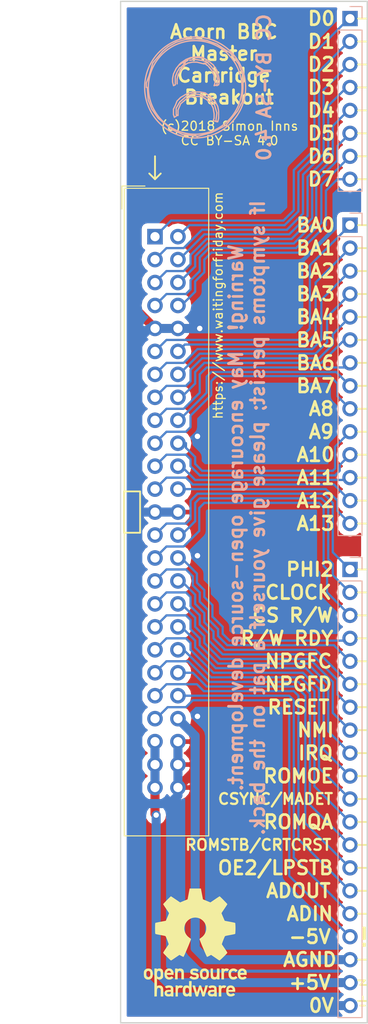
<source format=kicad_pcb>
(kicad_pcb (version 4) (host pcbnew 4.0.7)

  (general
    (links 50)
    (no_connects 0)
    (area 122.245716 37.335 163.950001 151.875001)
    (thickness 1.6)
    (drawings 124)
    (tracks 411)
    (zones 0)
    (modules 6)
    (nets 43)
  )

  (page A4)
  (title_block
    (title "Acorn Master Cartridge Breakout - Breadboard Header")
    (date 2018-05-21)
    (rev 2_0)
    (company https://www.waitingforfriday.com)
    (comment 1 "(c)2018 Simon Inns")
    (comment 2 "License: Attribution-ShareAlike 4.0 (CC BY-SA 4.0)")
  )

  (layers
    (0 F.Cu signal)
    (31 B.Cu signal)
    (32 B.Adhes user)
    (33 F.Adhes user)
    (34 B.Paste user)
    (35 F.Paste user)
    (36 B.SilkS user)
    (37 F.SilkS user)
    (38 B.Mask user)
    (39 F.Mask user)
    (40 Dwgs.User user)
    (41 Cmts.User user)
    (42 Eco1.User user)
    (43 Eco2.User user)
    (44 Edge.Cuts user)
    (45 Margin user)
    (46 B.CrtYd user)
    (47 F.CrtYd user)
    (48 B.Fab user)
    (49 F.Fab user)
  )

  (setup
    (last_trace_width 1)
    (user_trace_width 1)
    (trace_clearance 0.2)
    (zone_clearance 0.6)
    (zone_45_only no)
    (trace_min 0.2)
    (segment_width 0.2)
    (edge_width 0.15)
    (via_size 0.6)
    (via_drill 0.4)
    (via_min_size 0.4)
    (via_min_drill 0.3)
    (user_via 0.8 0.6)
    (uvia_size 0.3)
    (uvia_drill 0.1)
    (uvias_allowed no)
    (uvia_min_size 0.2)
    (uvia_min_drill 0.1)
    (pcb_text_width 0.3)
    (pcb_text_size 1.5 1.5)
    (mod_edge_width 0.15)
    (mod_text_size 1 1)
    (mod_text_width 0.15)
    (pad_size 1.524 1.524)
    (pad_drill 0.762)
    (pad_to_mask_clearance 0.2)
    (aux_axis_origin 0 0)
    (visible_elements FFFFFF7F)
    (pcbplotparams
      (layerselection 0x010f0_80000001)
      (usegerberextensions false)
      (excludeedgelayer false)
      (linewidth 0.100000)
      (plotframeref false)
      (viasonmask false)
      (mode 1)
      (useauxorigin false)
      (hpglpennumber 1)
      (hpglpenspeed 20)
      (hpglpendiameter 15)
      (hpglpenoverlay 2)
      (psnegative false)
      (psa4output false)
      (plotreference true)
      (plotvalue true)
      (plotinvisibletext false)
      (padsonsilk false)
      (subtractmaskfromsilk false)
      (outputformat 4)
      (mirror false)
      (drillshape 1)
      (scaleselection 1)
      (outputdirectory PDF/))
  )

  (net 0 "")
  (net 1 D0)
  (net 2 D1)
  (net 3 D2)
  (net 4 D3)
  (net 5 D4)
  (net 6 D5)
  (net 7 D6)
  (net 8 D7)
  (net 9 GND)
  (net 10 A0)
  (net 11 A1)
  (net 12 A2)
  (net 13 A3)
  (net 14 A4)
  (net 15 A5)
  (net 16 A6)
  (net 17 A7)
  (net 18 A8)
  (net 19 A9)
  (net 20 A10)
  (net 21 A11)
  (net 22 A12)
  (net 23 A13)
  (net 24 PHI2)
  (net 25 8/16MHz)
  (net 26 CS_R/~W)
  (net 27 R/~W~_RDY)
  (net 28 ~PGFC)
  (net 29 ~PGFD)
  (net 30 ~RST)
  (net 31 ~NMI)
  (net 32 ~IRQ)
  (net 33 ROM_~OE)
  (net 34 ~CSYNC/MADET)
  (net 35 ROM_~QA)
  (net 36 ROMSTB/CRTCRST)
  (net 37 ~OE2~/~LPSTB)
  (net 38 ADOUT)
  (net 39 ADIN/SPEECH)
  (net 40 -5V)
  (net 41 GNDA)
  (net 42 +5V)

  (net_class Default "This is the default net class."
    (clearance 0.2)
    (trace_width 0.25)
    (via_dia 0.6)
    (via_drill 0.4)
    (uvia_dia 0.3)
    (uvia_drill 0.1)
    (add_net +5V)
    (add_net -5V)
    (add_net 8/16MHz)
    (add_net A0)
    (add_net A1)
    (add_net A10)
    (add_net A11)
    (add_net A12)
    (add_net A13)
    (add_net A2)
    (add_net A3)
    (add_net A4)
    (add_net A5)
    (add_net A6)
    (add_net A7)
    (add_net A8)
    (add_net A9)
    (add_net ADIN/SPEECH)
    (add_net ADOUT)
    (add_net CS_R/~W)
    (add_net D0)
    (add_net D1)
    (add_net D2)
    (add_net D3)
    (add_net D4)
    (add_net D5)
    (add_net D6)
    (add_net D7)
    (add_net GND)
    (add_net GNDA)
    (add_net PHI2)
    (add_net R/~W~_RDY)
    (add_net ROMSTB/CRTCRST)
    (add_net ROM_~OE)
    (add_net ROM_~QA)
    (add_net ~CSYNC/MADET)
    (add_net ~IRQ)
    (add_net ~NMI)
    (add_net ~OE2~/~LPSTB)
    (add_net ~PGFC)
    (add_net ~PGFD)
    (add_net ~RST)
  )

  (module Pin_Headers:Pin_Header_Straight_1x20_Pitch2.54mm (layer B.Cu) (tedit 5B02F784) (tstamp 5B02D88D)
    (at 161.925 101.6 180)
    (descr "Through hole straight pin header, 1x20, 2.54mm pitch, single row")
    (tags "Through hole pin header THT 1x20 2.54mm single row")
    (path /5B02DD3C)
    (fp_text reference J4 (at 0 2.33 180) (layer B.SilkS) hide
      (effects (font (size 1 1) (thickness 0.15)) (justify mirror))
    )
    (fp_text value Signals (at 9.017 -40.386 180) (layer B.Fab)
      (effects (font (size 1 1) (thickness 0.15)) (justify mirror))
    )
    (fp_line (start -0.635 1.27) (end 1.27 1.27) (layer B.Fab) (width 0.1))
    (fp_line (start 1.27 1.27) (end 1.27 -49.53) (layer B.Fab) (width 0.1))
    (fp_line (start 1.27 -49.53) (end -1.27 -49.53) (layer B.Fab) (width 0.1))
    (fp_line (start -1.27 -49.53) (end -1.27 0.635) (layer B.Fab) (width 0.1))
    (fp_line (start -1.27 0.635) (end -0.635 1.27) (layer B.Fab) (width 0.1))
    (fp_line (start -1.33 -49.59) (end 1.33 -49.59) (layer B.SilkS) (width 0.12))
    (fp_line (start -1.33 -1.27) (end -1.33 -49.59) (layer B.SilkS) (width 0.12))
    (fp_line (start 1.33 -1.27) (end 1.33 -49.59) (layer B.SilkS) (width 0.12))
    (fp_line (start -1.33 -1.27) (end 1.33 -1.27) (layer B.SilkS) (width 0.12))
    (fp_line (start -1.33 0) (end -1.33 1.33) (layer B.SilkS) (width 0.12))
    (fp_line (start -1.33 1.33) (end 0 1.33) (layer B.SilkS) (width 0.12))
    (fp_line (start -1.8 1.8) (end -1.8 -50.05) (layer B.CrtYd) (width 0.05))
    (fp_line (start -1.8 -50.05) (end 1.8 -50.05) (layer B.CrtYd) (width 0.05))
    (fp_line (start 1.8 -50.05) (end 1.8 1.8) (layer B.CrtYd) (width 0.05))
    (fp_line (start 1.8 1.8) (end -1.8 1.8) (layer B.CrtYd) (width 0.05))
    (fp_text user %R (at 0 -24.13 450) (layer B.Fab)
      (effects (font (size 1 1) (thickness 0.15)) (justify mirror))
    )
    (pad 1 thru_hole rect (at 0 0 180) (size 1.7 1.7) (drill 1) (layers *.Cu *.Mask)
      (net 24 PHI2))
    (pad 2 thru_hole oval (at 0 -2.54 180) (size 1.7 1.7) (drill 1) (layers *.Cu *.Mask)
      (net 25 8/16MHz))
    (pad 3 thru_hole oval (at 0 -5.08 180) (size 1.7 1.7) (drill 1) (layers *.Cu *.Mask)
      (net 26 CS_R/~W))
    (pad 4 thru_hole oval (at 0 -7.62 180) (size 1.7 1.7) (drill 1) (layers *.Cu *.Mask)
      (net 27 R/~W~_RDY))
    (pad 5 thru_hole oval (at 0 -10.16 180) (size 1.7 1.7) (drill 1) (layers *.Cu *.Mask)
      (net 28 ~PGFC))
    (pad 6 thru_hole oval (at 0 -12.7 180) (size 1.7 1.7) (drill 1) (layers *.Cu *.Mask)
      (net 29 ~PGFD))
    (pad 7 thru_hole oval (at 0 -15.24 180) (size 1.7 1.7) (drill 1) (layers *.Cu *.Mask)
      (net 30 ~RST))
    (pad 8 thru_hole oval (at 0 -17.78 180) (size 1.7 1.7) (drill 1) (layers *.Cu *.Mask)
      (net 31 ~NMI))
    (pad 9 thru_hole oval (at 0 -20.32 180) (size 1.7 1.7) (drill 1) (layers *.Cu *.Mask)
      (net 32 ~IRQ))
    (pad 10 thru_hole oval (at 0 -22.86 180) (size 1.7 1.7) (drill 1) (layers *.Cu *.Mask)
      (net 33 ROM_~OE))
    (pad 11 thru_hole oval (at 0 -25.4 180) (size 1.7 1.7) (drill 1) (layers *.Cu *.Mask)
      (net 34 ~CSYNC/MADET))
    (pad 12 thru_hole oval (at 0 -27.94 180) (size 1.7 1.7) (drill 1) (layers *.Cu *.Mask)
      (net 35 ROM_~QA))
    (pad 13 thru_hole oval (at 0 -30.48 180) (size 1.7 1.7) (drill 1) (layers *.Cu *.Mask)
      (net 36 ROMSTB/CRTCRST))
    (pad 14 thru_hole oval (at 0 -33.02 180) (size 1.7 1.7) (drill 1) (layers *.Cu *.Mask)
      (net 37 ~OE2~/~LPSTB))
    (pad 15 thru_hole oval (at 0 -35.56 180) (size 1.7 1.7) (drill 1) (layers *.Cu *.Mask)
      (net 38 ADOUT))
    (pad 16 thru_hole oval (at 0 -38.1 180) (size 1.7 1.7) (drill 1) (layers *.Cu *.Mask)
      (net 39 ADIN/SPEECH))
    (pad 17 thru_hole oval (at 0 -40.64 180) (size 1.7 1.7) (drill 1) (layers *.Cu *.Mask)
      (net 40 -5V))
    (pad 18 thru_hole oval (at 0 -43.18 180) (size 1.7 1.7) (drill 1) (layers *.Cu *.Mask)
      (net 41 GNDA))
    (pad 19 thru_hole oval (at 0 -45.72 180) (size 1.7 1.7) (drill 1) (layers *.Cu *.Mask)
      (net 42 +5V))
    (pad 20 thru_hole oval (at 0 -48.26 180) (size 1.7 1.7) (drill 1) (layers *.Cu *.Mask)
      (net 9 GND))
    (model ${KISYS3DMOD}/Pin_Headers.3dshapes/Pin_Header_Straight_1x20_Pitch2.54mm.wrl
      (at (xyz 0 0 0))
      (scale (xyz 1 1 1))
      (rotate (xyz 0 0 0))
    )
  )

  (module Connectors_IDC:IDC-Header_2x25_Pitch2.54mm_Straight (layer F.Cu) (tedit 5B02F78C) (tstamp 5B02D857)
    (at 140.335 64.77)
    (descr "50 pins through hole IDC header")
    (tags "IDC header socket VASCH")
    (path /5B02D157)
    (fp_text reference J1 (at 1.27 -6.604) (layer F.SilkS) hide
      (effects (font (size 1 1) (thickness 0.15)))
    )
    (fp_text value Conn_02x25_Odd_Even (at 6.731 58.166 90) (layer F.Fab)
      (effects (font (size 1 1) (thickness 0.15)))
    )
    (fp_text user %R (at 1.27 30.48) (layer F.Fab)
      (effects (font (size 1 1) (thickness 0.15)))
    )
    (fp_line (start 5.695 -5.1) (end 5.695 66.06) (layer F.Fab) (width 0.1))
    (fp_line (start 5.145 -4.56) (end 5.145 65.5) (layer F.Fab) (width 0.1))
    (fp_line (start -3.155 -5.1) (end -3.155 66.06) (layer F.Fab) (width 0.1))
    (fp_line (start -2.605 -4.56) (end -2.605 28.23) (layer F.Fab) (width 0.1))
    (fp_line (start -2.605 32.73) (end -2.605 65.5) (layer F.Fab) (width 0.1))
    (fp_line (start -2.605 28.23) (end -3.155 28.23) (layer F.Fab) (width 0.1))
    (fp_line (start -2.605 32.73) (end -3.155 32.73) (layer F.Fab) (width 0.1))
    (fp_line (start 5.695 -5.1) (end -3.155 -5.1) (layer F.Fab) (width 0.1))
    (fp_line (start 5.145 -4.56) (end -2.605 -4.56) (layer F.Fab) (width 0.1))
    (fp_line (start 5.695 66.06) (end -3.155 66.06) (layer F.Fab) (width 0.1))
    (fp_line (start 5.145 65.5) (end -2.605 65.5) (layer F.Fab) (width 0.1))
    (fp_line (start 5.695 -5.1) (end 5.145 -4.56) (layer F.Fab) (width 0.1))
    (fp_line (start 5.695 66.06) (end 5.145 65.5) (layer F.Fab) (width 0.1))
    (fp_line (start -3.155 -5.1) (end -2.605 -4.56) (layer F.Fab) (width 0.1))
    (fp_line (start -3.155 66.06) (end -2.605 65.5) (layer F.Fab) (width 0.1))
    (fp_line (start 6.2 -5.85) (end 6.2 66.56) (layer F.CrtYd) (width 0.05))
    (fp_line (start 6.2 66.56) (end -3.91 66.56) (layer F.CrtYd) (width 0.05))
    (fp_line (start -3.91 66.56) (end -3.91 -5.85) (layer F.CrtYd) (width 0.05))
    (fp_line (start -3.91 -5.85) (end 6.2 -5.85) (layer F.CrtYd) (width 0.05))
    (fp_line (start 5.945 -5.35) (end 5.945 66.31) (layer F.SilkS) (width 0.12))
    (fp_line (start 5.945 66.31) (end -3.405 66.31) (layer F.SilkS) (width 0.12))
    (fp_line (start -3.405 66.31) (end -3.405 -5.35) (layer F.SilkS) (width 0.12))
    (fp_line (start -3.405 -5.35) (end 5.945 -5.35) (layer F.SilkS) (width 0.12))
    (fp_line (start -3.655 -5.6) (end -3.655 -3.06) (layer F.SilkS) (width 0.12))
    (fp_line (start -3.655 -5.6) (end -1.115 -5.6) (layer F.SilkS) (width 0.12))
    (pad 1 thru_hole rect (at 0 0) (size 1.7272 1.7272) (drill 1.016) (layers *.Cu *.Mask)
      (net 1 D0))
    (pad 2 thru_hole oval (at 2.54 0) (size 1.7272 1.7272) (drill 1.016) (layers *.Cu *.Mask)
      (net 2 D1))
    (pad 3 thru_hole oval (at 0 2.54) (size 1.7272 1.7272) (drill 1.016) (layers *.Cu *.Mask)
      (net 3 D2))
    (pad 4 thru_hole oval (at 2.54 2.54) (size 1.7272 1.7272) (drill 1.016) (layers *.Cu *.Mask)
      (net 4 D3))
    (pad 5 thru_hole oval (at 0 5.08) (size 1.7272 1.7272) (drill 1.016) (layers *.Cu *.Mask)
      (net 5 D4))
    (pad 6 thru_hole oval (at 2.54 5.08) (size 1.7272 1.7272) (drill 1.016) (layers *.Cu *.Mask)
      (net 6 D5))
    (pad 7 thru_hole oval (at 0 7.62) (size 1.7272 1.7272) (drill 1.016) (layers *.Cu *.Mask)
      (net 7 D6))
    (pad 8 thru_hole oval (at 2.54 7.62) (size 1.7272 1.7272) (drill 1.016) (layers *.Cu *.Mask)
      (net 8 D7))
    (pad 9 thru_hole oval (at 0 10.16) (size 1.7272 1.7272) (drill 1.016) (layers *.Cu *.Mask)
      (net 9 GND))
    (pad 10 thru_hole oval (at 2.54 10.16) (size 1.7272 1.7272) (drill 1.016) (layers *.Cu *.Mask)
      (net 9 GND))
    (pad 11 thru_hole oval (at 0 12.7) (size 1.7272 1.7272) (drill 1.016) (layers *.Cu *.Mask)
      (net 10 A0))
    (pad 12 thru_hole oval (at 2.54 12.7) (size 1.7272 1.7272) (drill 1.016) (layers *.Cu *.Mask)
      (net 11 A1))
    (pad 13 thru_hole oval (at 0 15.24) (size 1.7272 1.7272) (drill 1.016) (layers *.Cu *.Mask)
      (net 12 A2))
    (pad 14 thru_hole oval (at 2.54 15.24) (size 1.7272 1.7272) (drill 1.016) (layers *.Cu *.Mask)
      (net 13 A3))
    (pad 15 thru_hole oval (at 0 17.78) (size 1.7272 1.7272) (drill 1.016) (layers *.Cu *.Mask)
      (net 14 A4))
    (pad 16 thru_hole oval (at 2.54 17.78) (size 1.7272 1.7272) (drill 1.016) (layers *.Cu *.Mask)
      (net 15 A5))
    (pad 17 thru_hole oval (at 0 20.32) (size 1.7272 1.7272) (drill 1.016) (layers *.Cu *.Mask)
      (net 16 A6))
    (pad 18 thru_hole oval (at 2.54 20.32) (size 1.7272 1.7272) (drill 1.016) (layers *.Cu *.Mask)
      (net 17 A7))
    (pad 19 thru_hole oval (at 0 22.86) (size 1.7272 1.7272) (drill 1.016) (layers *.Cu *.Mask)
      (net 18 A8))
    (pad 20 thru_hole oval (at 2.54 22.86) (size 1.7272 1.7272) (drill 1.016) (layers *.Cu *.Mask)
      (net 19 A9))
    (pad 21 thru_hole oval (at 0 25.4) (size 1.7272 1.7272) (drill 1.016) (layers *.Cu *.Mask)
      (net 20 A10))
    (pad 22 thru_hole oval (at 2.54 25.4) (size 1.7272 1.7272) (drill 1.016) (layers *.Cu *.Mask)
      (net 21 A11))
    (pad 23 thru_hole oval (at 0 27.94) (size 1.7272 1.7272) (drill 1.016) (layers *.Cu *.Mask)
      (net 22 A12))
    (pad 24 thru_hole oval (at 2.54 27.94) (size 1.7272 1.7272) (drill 1.016) (layers *.Cu *.Mask)
      (net 23 A13))
    (pad 25 thru_hole oval (at 0 30.48) (size 1.7272 1.7272) (drill 1.016) (layers *.Cu *.Mask)
      (net 9 GND))
    (pad 26 thru_hole oval (at 2.54 30.48) (size 1.7272 1.7272) (drill 1.016) (layers *.Cu *.Mask)
      (net 9 GND))
    (pad 27 thru_hole oval (at 0 33.02) (size 1.7272 1.7272) (drill 1.016) (layers *.Cu *.Mask)
      (net 24 PHI2))
    (pad 28 thru_hole oval (at 2.54 33.02) (size 1.7272 1.7272) (drill 1.016) (layers *.Cu *.Mask)
      (net 25 8/16MHz))
    (pad 29 thru_hole oval (at 0 35.56) (size 1.7272 1.7272) (drill 1.016) (layers *.Cu *.Mask)
      (net 26 CS_R/~W))
    (pad 30 thru_hole oval (at 2.54 35.56) (size 1.7272 1.7272) (drill 1.016) (layers *.Cu *.Mask)
      (net 27 R/~W~_RDY))
    (pad 31 thru_hole oval (at 0 38.1) (size 1.7272 1.7272) (drill 1.016) (layers *.Cu *.Mask)
      (net 28 ~PGFC))
    (pad 32 thru_hole oval (at 2.54 38.1) (size 1.7272 1.7272) (drill 1.016) (layers *.Cu *.Mask)
      (net 29 ~PGFD))
    (pad 33 thru_hole oval (at 0 40.64) (size 1.7272 1.7272) (drill 1.016) (layers *.Cu *.Mask)
      (net 30 ~RST))
    (pad 34 thru_hole oval (at 2.54 40.64) (size 1.7272 1.7272) (drill 1.016) (layers *.Cu *.Mask)
      (net 31 ~NMI))
    (pad 35 thru_hole oval (at 0 43.18) (size 1.7272 1.7272) (drill 1.016) (layers *.Cu *.Mask)
      (net 32 ~IRQ))
    (pad 36 thru_hole oval (at 2.54 43.18) (size 1.7272 1.7272) (drill 1.016) (layers *.Cu *.Mask)
      (net 33 ROM_~OE))
    (pad 37 thru_hole oval (at 0 45.72) (size 1.7272 1.7272) (drill 1.016) (layers *.Cu *.Mask)
      (net 34 ~CSYNC/MADET))
    (pad 38 thru_hole oval (at 2.54 45.72) (size 1.7272 1.7272) (drill 1.016) (layers *.Cu *.Mask)
      (net 35 ROM_~QA))
    (pad 39 thru_hole oval (at 0 48.26) (size 1.7272 1.7272) (drill 1.016) (layers *.Cu *.Mask)
      (net 36 ROMSTB/CRTCRST))
    (pad 40 thru_hole oval (at 2.54 48.26) (size 1.7272 1.7272) (drill 1.016) (layers *.Cu *.Mask)
      (net 37 ~OE2~/~LPSTB))
    (pad 41 thru_hole oval (at 0 50.8) (size 1.7272 1.7272) (drill 1.016) (layers *.Cu *.Mask)
      (net 38 ADOUT))
    (pad 42 thru_hole oval (at 2.54 50.8) (size 1.7272 1.7272) (drill 1.016) (layers *.Cu *.Mask)
      (net 39 ADIN/SPEECH))
    (pad 43 thru_hole oval (at 0 53.34) (size 1.7272 1.7272) (drill 1.016) (layers *.Cu *.Mask)
      (net 40 -5V))
    (pad 44 thru_hole oval (at 2.54 53.34) (size 1.7272 1.7272) (drill 1.016) (layers *.Cu *.Mask)
      (net 41 GNDA))
    (pad 45 thru_hole oval (at 0 55.88) (size 1.7272 1.7272) (drill 1.016) (layers *.Cu *.Mask)
      (net 42 +5V))
    (pad 46 thru_hole oval (at 2.54 55.88) (size 1.7272 1.7272) (drill 1.016) (layers *.Cu *.Mask)
      (net 9 GND))
    (pad 47 thru_hole oval (at 0 58.42) (size 1.7272 1.7272) (drill 1.016) (layers *.Cu *.Mask)
      (net 42 +5V))
    (pad 48 thru_hole oval (at 2.54 58.42) (size 1.7272 1.7272) (drill 1.016) (layers *.Cu *.Mask)
      (net 9 GND))
    (pad 49 thru_hole oval (at 0 60.96) (size 1.7272 1.7272) (drill 1.016) (layers *.Cu *.Mask)
      (net 42 +5V))
    (pad 50 thru_hole oval (at 2.54 60.96) (size 1.7272 1.7272) (drill 1.016) (layers *.Cu *.Mask)
      (net 9 GND))
    (model ${KISYS3DMOD}/Connectors_IDC.3dshapes/IDC-Header_2x25_Pitch2.54mm_Straight.wrl
      (at (xyz 0 0 0))
      (scale (xyz 1 1 1))
      (rotate (xyz 0 0 0))
    )
  )

  (module Pin_Headers:Pin_Header_Straight_1x08_Pitch2.54mm (layer B.Cu) (tedit 5B02F77B) (tstamp 5B02D863)
    (at 161.925 40.64 180)
    (descr "Through hole straight pin header, 1x08, 2.54mm pitch, single row")
    (tags "Through hole pin header THT 1x08 2.54mm single row")
    (path /5B02DC94)
    (fp_text reference J2 (at 0 2.33 180) (layer B.SilkS) hide
      (effects (font (size 1 1) (thickness 0.15)) (justify mirror))
    )
    (fp_text value "Data bus" (at 2.413 -20.32 180) (layer B.Fab)
      (effects (font (size 1 1) (thickness 0.15)) (justify mirror))
    )
    (fp_line (start -0.635 1.27) (end 1.27 1.27) (layer B.Fab) (width 0.1))
    (fp_line (start 1.27 1.27) (end 1.27 -19.05) (layer B.Fab) (width 0.1))
    (fp_line (start 1.27 -19.05) (end -1.27 -19.05) (layer B.Fab) (width 0.1))
    (fp_line (start -1.27 -19.05) (end -1.27 0.635) (layer B.Fab) (width 0.1))
    (fp_line (start -1.27 0.635) (end -0.635 1.27) (layer B.Fab) (width 0.1))
    (fp_line (start -1.33 -19.11) (end 1.33 -19.11) (layer B.SilkS) (width 0.12))
    (fp_line (start -1.33 -1.27) (end -1.33 -19.11) (layer B.SilkS) (width 0.12))
    (fp_line (start 1.33 -1.27) (end 1.33 -19.11) (layer B.SilkS) (width 0.12))
    (fp_line (start -1.33 -1.27) (end 1.33 -1.27) (layer B.SilkS) (width 0.12))
    (fp_line (start -1.33 0) (end -1.33 1.33) (layer B.SilkS) (width 0.12))
    (fp_line (start -1.33 1.33) (end 0 1.33) (layer B.SilkS) (width 0.12))
    (fp_line (start -1.8 1.8) (end -1.8 -19.55) (layer B.CrtYd) (width 0.05))
    (fp_line (start -1.8 -19.55) (end 1.8 -19.55) (layer B.CrtYd) (width 0.05))
    (fp_line (start 1.8 -19.55) (end 1.8 1.8) (layer B.CrtYd) (width 0.05))
    (fp_line (start 1.8 1.8) (end -1.8 1.8) (layer B.CrtYd) (width 0.05))
    (fp_text user %R (at 0 -8.89 450) (layer B.Fab)
      (effects (font (size 1 1) (thickness 0.15)) (justify mirror))
    )
    (pad 1 thru_hole rect (at 0 0 180) (size 1.7 1.7) (drill 1) (layers *.Cu *.Mask)
      (net 1 D0))
    (pad 2 thru_hole oval (at 0 -2.54 180) (size 1.7 1.7) (drill 1) (layers *.Cu *.Mask)
      (net 2 D1))
    (pad 3 thru_hole oval (at 0 -5.08 180) (size 1.7 1.7) (drill 1) (layers *.Cu *.Mask)
      (net 3 D2))
    (pad 4 thru_hole oval (at 0 -7.62 180) (size 1.7 1.7) (drill 1) (layers *.Cu *.Mask)
      (net 4 D3))
    (pad 5 thru_hole oval (at 0 -10.16 180) (size 1.7 1.7) (drill 1) (layers *.Cu *.Mask)
      (net 5 D4))
    (pad 6 thru_hole oval (at 0 -12.7 180) (size 1.7 1.7) (drill 1) (layers *.Cu *.Mask)
      (net 6 D5))
    (pad 7 thru_hole oval (at 0 -15.24 180) (size 1.7 1.7) (drill 1) (layers *.Cu *.Mask)
      (net 7 D6))
    (pad 8 thru_hole oval (at 0 -17.78 180) (size 1.7 1.7) (drill 1) (layers *.Cu *.Mask)
      (net 8 D7))
    (model ${KISYS3DMOD}/Pin_Headers.3dshapes/Pin_Header_Straight_1x08_Pitch2.54mm.wrl
      (at (xyz 0 0 0))
      (scale (xyz 1 1 1))
      (rotate (xyz 0 0 0))
    )
  )

  (module Pin_Headers:Pin_Header_Straight_1x14_Pitch2.54mm (layer B.Cu) (tedit 5B02F77F) (tstamp 5B02D875)
    (at 161.925 63.5 180)
    (descr "Through hole straight pin header, 1x14, 2.54mm pitch, single row")
    (tags "Through hole pin header THT 1x14 2.54mm single row")
    (path /5B02DCE9)
    (fp_text reference J3 (at 0 2.33 180) (layer B.SilkS) hide
      (effects (font (size 1 1) (thickness 0.15)) (justify mirror))
    )
    (fp_text value "Address bus" (at 3.175 -35.306 180) (layer B.Fab)
      (effects (font (size 1 1) (thickness 0.15)) (justify mirror))
    )
    (fp_line (start -0.635 1.27) (end 1.27 1.27) (layer B.Fab) (width 0.1))
    (fp_line (start 1.27 1.27) (end 1.27 -34.29) (layer B.Fab) (width 0.1))
    (fp_line (start 1.27 -34.29) (end -1.27 -34.29) (layer B.Fab) (width 0.1))
    (fp_line (start -1.27 -34.29) (end -1.27 0.635) (layer B.Fab) (width 0.1))
    (fp_line (start -1.27 0.635) (end -0.635 1.27) (layer B.Fab) (width 0.1))
    (fp_line (start -1.33 -34.35) (end 1.33 -34.35) (layer B.SilkS) (width 0.12))
    (fp_line (start -1.33 -1.27) (end -1.33 -34.35) (layer B.SilkS) (width 0.12))
    (fp_line (start 1.33 -1.27) (end 1.33 -34.35) (layer B.SilkS) (width 0.12))
    (fp_line (start -1.33 -1.27) (end 1.33 -1.27) (layer B.SilkS) (width 0.12))
    (fp_line (start -1.33 0) (end -1.33 1.33) (layer B.SilkS) (width 0.12))
    (fp_line (start -1.33 1.33) (end 0 1.33) (layer B.SilkS) (width 0.12))
    (fp_line (start -1.8 1.8) (end -1.8 -34.8) (layer B.CrtYd) (width 0.05))
    (fp_line (start -1.8 -34.8) (end 1.8 -34.8) (layer B.CrtYd) (width 0.05))
    (fp_line (start 1.8 -34.8) (end 1.8 1.8) (layer B.CrtYd) (width 0.05))
    (fp_line (start 1.8 1.8) (end -1.8 1.8) (layer B.CrtYd) (width 0.05))
    (fp_text user %R (at 0 -16.51 450) (layer B.Fab)
      (effects (font (size 1 1) (thickness 0.15)) (justify mirror))
    )
    (pad 1 thru_hole rect (at 0 0 180) (size 1.7 1.7) (drill 1) (layers *.Cu *.Mask)
      (net 10 A0))
    (pad 2 thru_hole oval (at 0 -2.54 180) (size 1.7 1.7) (drill 1) (layers *.Cu *.Mask)
      (net 11 A1))
    (pad 3 thru_hole oval (at 0 -5.08 180) (size 1.7 1.7) (drill 1) (layers *.Cu *.Mask)
      (net 12 A2))
    (pad 4 thru_hole oval (at 0 -7.62 180) (size 1.7 1.7) (drill 1) (layers *.Cu *.Mask)
      (net 13 A3))
    (pad 5 thru_hole oval (at 0 -10.16 180) (size 1.7 1.7) (drill 1) (layers *.Cu *.Mask)
      (net 14 A4))
    (pad 6 thru_hole oval (at 0 -12.7 180) (size 1.7 1.7) (drill 1) (layers *.Cu *.Mask)
      (net 15 A5))
    (pad 7 thru_hole oval (at 0 -15.24 180) (size 1.7 1.7) (drill 1) (layers *.Cu *.Mask)
      (net 16 A6))
    (pad 8 thru_hole oval (at 0 -17.78 180) (size 1.7 1.7) (drill 1) (layers *.Cu *.Mask)
      (net 17 A7))
    (pad 9 thru_hole oval (at 0 -20.32 180) (size 1.7 1.7) (drill 1) (layers *.Cu *.Mask)
      (net 18 A8))
    (pad 10 thru_hole oval (at 0 -22.86 180) (size 1.7 1.7) (drill 1) (layers *.Cu *.Mask)
      (net 19 A9))
    (pad 11 thru_hole oval (at 0 -25.4 180) (size 1.7 1.7) (drill 1) (layers *.Cu *.Mask)
      (net 20 A10))
    (pad 12 thru_hole oval (at 0 -27.94 180) (size 1.7 1.7) (drill 1) (layers *.Cu *.Mask)
      (net 21 A11))
    (pad 13 thru_hole oval (at 0 -30.48 180) (size 1.7 1.7) (drill 1) (layers *.Cu *.Mask)
      (net 22 A12))
    (pad 14 thru_hole oval (at 0 -33.02 180) (size 1.7 1.7) (drill 1) (layers *.Cu *.Mask)
      (net 23 A13))
    (model ${KISYS3DMOD}/Pin_Headers.3dshapes/Pin_Header_Straight_1x14_Pitch2.54mm.wrl
      (at (xyz 0 0 0))
      (scale (xyz 1 1 1))
      (rotate (xyz 0 0 0))
    )
  )

  (module Symbols:OSHW-Logo_11.4x12mm_SilkScreen (layer F.Cu) (tedit 0) (tstamp 5B02F3B1)
    (at 144.78 142.875)
    (descr "Open Source Hardware Logo")
    (tags "Logo OSHW")
    (attr virtual)
    (fp_text reference REF*** (at 0 0) (layer F.SilkS) hide
      (effects (font (size 1 1) (thickness 0.15)))
    )
    (fp_text value OSHW-Logo_11.4x12mm_SilkScreen (at 0.75 0) (layer F.Fab) hide
      (effects (font (size 1 1) (thickness 0.15)))
    )
    (fp_poly (pts (xy -3.780091 2.90956) (xy -3.727588 2.935499) (xy -3.662842 2.9807) (xy -3.615653 3.029991)
      (xy -3.583335 3.091885) (xy -3.563203 3.174896) (xy -3.55257 3.287538) (xy -3.548753 3.438324)
      (xy -3.54853 3.503149) (xy -3.549182 3.645221) (xy -3.551888 3.746757) (xy -3.557776 3.817015)
      (xy -3.567973 3.865256) (xy -3.583606 3.900738) (xy -3.599872 3.924943) (xy -3.703705 4.027929)
      (xy -3.825979 4.089874) (xy -3.957886 4.108506) (xy -4.090616 4.081549) (xy -4.132667 4.062486)
      (xy -4.233334 4.010015) (xy -4.233334 4.832259) (xy -4.159865 4.794267) (xy -4.063059 4.764872)
      (xy -3.944072 4.757342) (xy -3.825255 4.771245) (xy -3.735527 4.802476) (xy -3.661101 4.861954)
      (xy -3.59751 4.947066) (xy -3.592729 4.955805) (xy -3.572563 4.996966) (xy -3.557835 5.038454)
      (xy -3.547697 5.088713) (xy -3.541301 5.156184) (xy -3.537799 5.249309) (xy -3.536342 5.376531)
      (xy -3.536079 5.519701) (xy -3.536079 5.976471) (xy -3.81 5.976471) (xy -3.81 5.134231)
      (xy -3.886617 5.069763) (xy -3.966207 5.018194) (xy -4.041578 5.008818) (xy -4.117367 5.032947)
      (xy -4.157759 5.056574) (xy -4.187821 5.090227) (xy -4.209203 5.141087) (xy -4.22355 5.216334)
      (xy -4.23251 5.323146) (xy -4.23773 5.468704) (xy -4.239569 5.565588) (xy -4.245785 5.96402)
      (xy -4.37652 5.971547) (xy -4.507255 5.979073) (xy -4.507255 3.506582) (xy -4.233334 3.506582)
      (xy -4.22635 3.644423) (xy -4.202818 3.740107) (xy -4.158865 3.799641) (xy -4.090618 3.829029)
      (xy -4.021667 3.834902) (xy -3.943614 3.828154) (xy -3.891811 3.801594) (xy -3.859417 3.766499)
      (xy -3.833916 3.728752) (xy -3.818735 3.6867) (xy -3.811981 3.627779) (xy -3.811759 3.539428)
      (xy -3.814032 3.465448) (xy -3.819251 3.354) (xy -3.827021 3.280833) (xy -3.840105 3.234422)
      (xy -3.861268 3.203244) (xy -3.88124 3.185223) (xy -3.964686 3.145925) (xy -4.063449 3.139579)
      (xy -4.120159 3.153116) (xy -4.176308 3.201233) (xy -4.213501 3.294833) (xy -4.231528 3.433254)
      (xy -4.233334 3.506582) (xy -4.507255 3.506582) (xy -4.507255 2.888628) (xy -4.370295 2.888628)
      (xy -4.288065 2.891879) (xy -4.24564 2.903426) (xy -4.233339 2.925952) (xy -4.233334 2.92662)
      (xy -4.227626 2.948681) (xy -4.202453 2.946176) (xy -4.152402 2.921935) (xy -4.035781 2.884851)
      (xy -3.904571 2.880953) (xy -3.780091 2.90956)) (layer F.SilkS) (width 0.01))
    (fp_poly (pts (xy -2.74128 4.765922) (xy -2.62413 4.79718) (xy -2.534949 4.853837) (xy -2.472016 4.928045)
      (xy -2.452452 4.959716) (xy -2.438008 4.992891) (xy -2.427911 5.035329) (xy -2.421385 5.094788)
      (xy -2.417658 5.179029) (xy -2.415954 5.29581) (xy -2.4155 5.45289) (xy -2.415491 5.494565)
      (xy -2.415491 5.976471) (xy -2.53502 5.976471) (xy -2.611261 5.971131) (xy -2.667634 5.957604)
      (xy -2.681758 5.949262) (xy -2.72037 5.934864) (xy -2.759808 5.949262) (xy -2.824738 5.967237)
      (xy -2.919055 5.974472) (xy -3.023593 5.971333) (xy -3.119189 5.958186) (xy -3.175 5.941318)
      (xy -3.283002 5.871986) (xy -3.350497 5.775772) (xy -3.380841 5.647844) (xy -3.381123 5.644559)
      (xy -3.37846 5.587808) (xy -3.137647 5.587808) (xy -3.116595 5.652358) (xy -3.082303 5.688686)
      (xy -3.013468 5.716162) (xy -2.92261 5.727129) (xy -2.829958 5.721731) (xy -2.755744 5.70011)
      (xy -2.734951 5.686239) (xy -2.698619 5.622143) (xy -2.689412 5.549278) (xy -2.689412 5.45353)
      (xy -2.827173 5.45353) (xy -2.958047 5.463605) (xy -3.057259 5.492148) (xy -3.118977 5.536639)
      (xy -3.137647 5.587808) (xy -3.37846 5.587808) (xy -3.374564 5.50479) (xy -3.328466 5.394282)
      (xy -3.2418 5.310712) (xy -3.229821 5.30311) (xy -3.178345 5.278357) (xy -3.114632 5.263368)
      (xy -3.025565 5.256082) (xy -2.919755 5.254407) (xy -2.689412 5.254314) (xy -2.689412 5.157755)
      (xy -2.699183 5.082836) (xy -2.724116 5.032644) (xy -2.727035 5.029972) (xy -2.782519 5.008015)
      (xy -2.866273 4.999505) (xy -2.958833 5.003687) (xy -3.04073 5.019809) (xy -3.089327 5.04399)
      (xy -3.115659 5.063359) (xy -3.143465 5.067057) (xy -3.181839 5.051188) (xy -3.239875 5.011855)
      (xy -3.326669 4.945164) (xy -3.334635 4.938916) (xy -3.330553 4.9158) (xy -3.296499 4.877352)
      (xy -3.24474 4.834627) (xy -3.187545 4.798679) (xy -3.169575 4.790191) (xy -3.104028 4.773252)
      (xy -3.00798 4.76117) (xy -2.900671 4.756323) (xy -2.895653 4.756313) (xy -2.74128 4.765922)) (layer F.SilkS) (width 0.01))
    (fp_poly (pts (xy -1.967236 4.758921) (xy -1.92997 4.770091) (xy -1.917957 4.794633) (xy -1.917451 4.805712)
      (xy -1.915296 4.836572) (xy -1.900449 4.841417) (xy -1.860343 4.82026) (xy -1.83652 4.805806)
      (xy -1.761362 4.77485) (xy -1.671594 4.759544) (xy -1.577471 4.758367) (xy -1.489246 4.769799)
      (xy -1.417174 4.79232) (xy -1.371508 4.824409) (xy -1.362502 4.864545) (xy -1.367047 4.875415)
      (xy -1.400179 4.920534) (xy -1.451555 4.976026) (xy -1.460848 4.984996) (xy -1.509818 5.026245)
      (xy -1.552069 5.039572) (xy -1.611159 5.030271) (xy -1.634831 5.02409) (xy -1.708496 5.009246)
      (xy -1.76029 5.015921) (xy -1.804031 5.039465) (xy -1.844098 5.071061) (xy -1.873608 5.110798)
      (xy -1.894116 5.166252) (xy -1.907176 5.245003) (xy -1.914344 5.354629) (xy -1.917176 5.502706)
      (xy -1.917451 5.592111) (xy -1.917451 5.976471) (xy -2.166471 5.976471) (xy -2.166471 4.756275)
      (xy -2.041961 4.756275) (xy -1.967236 4.758921)) (layer F.SilkS) (width 0.01))
    (fp_poly (pts (xy -0.398432 5.976471) (xy -0.535393 5.976471) (xy -0.614889 5.97414) (xy -0.656292 5.964488)
      (xy -0.671199 5.943525) (xy -0.672353 5.929351) (xy -0.674867 5.900927) (xy -0.69072 5.895475)
      (xy -0.732379 5.912998) (xy -0.764776 5.929351) (xy -0.889151 5.968103) (xy -1.024354 5.970346)
      (xy -1.134274 5.941444) (xy -1.236634 5.871619) (xy -1.31466 5.768555) (xy -1.357386 5.646989)
      (xy -1.358474 5.640192) (xy -1.364822 5.566032) (xy -1.367979 5.45957) (xy -1.367725 5.379052)
      (xy -1.095711 5.379052) (xy -1.08941 5.48607) (xy -1.075075 5.574278) (xy -1.055669 5.62409)
      (xy -0.982254 5.692162) (xy -0.895086 5.716564) (xy -0.805196 5.696831) (xy -0.728383 5.637968)
      (xy -0.699292 5.598379) (xy -0.682283 5.551138) (xy -0.674316 5.482181) (xy -0.672353 5.378607)
      (xy -0.675866 5.276039) (xy -0.685143 5.185921) (xy -0.698294 5.125613) (xy -0.700486 5.120208)
      (xy -0.753522 5.05594) (xy -0.830933 5.020656) (xy -0.917546 5.014959) (xy -0.998193 5.039453)
      (xy -1.057703 5.094742) (xy -1.063876 5.105743) (xy -1.083199 5.172827) (xy -1.093726 5.269284)
      (xy -1.095711 5.379052) (xy -1.367725 5.379052) (xy -1.367596 5.338225) (xy -1.365806 5.272918)
      (xy -1.353627 5.111355) (xy -1.328315 4.990053) (xy -1.286207 4.900379) (xy -1.223641 4.833699)
      (xy -1.1629 4.794557) (xy -1.078036 4.76704) (xy -0.972485 4.757603) (xy -0.864402 4.76529)
      (xy -0.771942 4.789146) (xy -0.72309 4.817685) (xy -0.672353 4.863601) (xy -0.672353 4.283137)
      (xy -0.398432 4.283137) (xy -0.398432 5.976471)) (layer F.SilkS) (width 0.01))
    (fp_poly (pts (xy 0.557528 4.761332) (xy 0.656014 4.768726) (xy 0.784776 5.154706) (xy 0.913537 5.540686)
      (xy 0.953911 5.403726) (xy 0.978207 5.319083) (xy 1.010167 5.204697) (xy 1.044679 5.078963)
      (xy 1.062928 5.01152) (xy 1.131571 4.756275) (xy 1.414773 4.756275) (xy 1.330122 5.023971)
      (xy 1.288435 5.155638) (xy 1.238074 5.314458) (xy 1.185481 5.480128) (xy 1.13853 5.627843)
      (xy 1.031589 5.96402) (xy 0.800661 5.979044) (xy 0.73805 5.772316) (xy 0.699438 5.643896)
      (xy 0.6573 5.502322) (xy 0.620472 5.377285) (xy 0.619018 5.372309) (xy 0.591511 5.287586)
      (xy 0.567242 5.229778) (xy 0.550243 5.207918) (xy 0.54675 5.210446) (xy 0.53449 5.244336)
      (xy 0.511195 5.31693) (xy 0.4797 5.419101) (xy 0.442842 5.54172) (xy 0.422899 5.609167)
      (xy 0.314895 5.976471) (xy 0.085679 5.976471) (xy -0.097561 5.3975) (xy -0.149037 5.235091)
      (xy -0.19593 5.087602) (xy -0.236023 4.96196) (xy -0.267103 4.865095) (xy -0.286955 4.803934)
      (xy -0.292989 4.786065) (xy -0.288212 4.767768) (xy -0.250703 4.759755) (xy -0.172645 4.760557)
      (xy -0.160426 4.761163) (xy -0.015674 4.768726) (xy 0.07913 5.117353) (xy 0.113977 5.244497)
      (xy 0.145117 5.356265) (xy 0.169809 5.442953) (xy 0.185312 5.494856) (xy 0.188176 5.503318)
      (xy 0.200046 5.493587) (xy 0.223983 5.443172) (xy 0.257239 5.358935) (xy 0.297064 5.247741)
      (xy 0.33073 5.147297) (xy 0.459041 4.753939) (xy 0.557528 4.761332)) (layer F.SilkS) (width 0.01))
    (fp_poly (pts (xy 2.056459 4.763669) (xy 2.16142 4.789163) (xy 2.191761 4.802669) (xy 2.250573 4.838046)
      (xy 2.295709 4.87789) (xy 2.329106 4.92912) (xy 2.352701 4.998654) (xy 2.368433 5.093409)
      (xy 2.378239 5.220305) (xy 2.384057 5.386258) (xy 2.386266 5.497108) (xy 2.394396 5.976471)
      (xy 2.255531 5.976471) (xy 2.171287 5.972938) (xy 2.127884 5.960866) (xy 2.116666 5.940594)
      (xy 2.110744 5.918674) (xy 2.084266 5.922865) (xy 2.048186 5.940441) (xy 1.957862 5.967382)
      (xy 1.841777 5.974642) (xy 1.71968 5.962767) (xy 1.611321 5.932305) (xy 1.601602 5.928077)
      (xy 1.502568 5.858505) (xy 1.437281 5.761789) (xy 1.40724 5.648738) (xy 1.409535 5.608122)
      (xy 1.654633 5.608122) (xy 1.676229 5.662782) (xy 1.740259 5.701952) (xy 1.843565 5.722974)
      (xy 1.898774 5.725766) (xy 1.990782 5.71862) (xy 2.051941 5.690848) (xy 2.066862 5.677647)
      (xy 2.107287 5.605829) (xy 2.116666 5.540686) (xy 2.116666 5.45353) (xy 1.995269 5.45353)
      (xy 1.854153 5.460722) (xy 1.755173 5.483345) (xy 1.692633 5.522964) (xy 1.678631 5.540628)
      (xy 1.654633 5.608122) (xy 1.409535 5.608122) (xy 1.413941 5.530157) (xy 1.45888 5.416855)
      (xy 1.520196 5.340285) (xy 1.557332 5.307181) (xy 1.593687 5.285425) (xy 1.64099 5.272161)
      (xy 1.710973 5.264528) (xy 1.815364 5.25967) (xy 1.85677 5.258273) (xy 2.116666 5.24978)
      (xy 2.116285 5.171116) (xy 2.106219 5.088428) (xy 2.069829 5.038431) (xy 1.996311 5.006489)
      (xy 1.994339 5.00592) (xy 1.890105 4.993361) (xy 1.788108 5.009766) (xy 1.712305 5.049657)
      (xy 1.68189 5.069354) (xy 1.649132 5.066629) (xy 1.598721 5.038091) (xy 1.569119 5.01795)
      (xy 1.511218 4.974919) (xy 1.475352 4.942662) (xy 1.469597 4.933427) (xy 1.493295 4.885636)
      (xy 1.563313 4.828562) (xy 1.593725 4.809305) (xy 1.681155 4.77614) (xy 1.798983 4.75735)
      (xy 1.929866 4.753129) (xy 2.056459 4.763669)) (layer F.SilkS) (width 0.01))
    (fp_poly (pts (xy 3.238446 4.755883) (xy 3.334177 4.774755) (xy 3.388677 4.802699) (xy 3.446008 4.849123)
      (xy 3.364441 4.952111) (xy 3.31415 5.014479) (xy 3.280001 5.044907) (xy 3.246063 5.049555)
      (xy 3.196406 5.034586) (xy 3.173096 5.026117) (xy 3.078063 5.013622) (xy 2.991032 5.040406)
      (xy 2.927138 5.100915) (xy 2.916759 5.120208) (xy 2.905456 5.171314) (xy 2.896732 5.2655)
      (xy 2.890997 5.396089) (xy 2.88866 5.556405) (xy 2.888627 5.579211) (xy 2.888627 5.976471)
      (xy 2.614705 5.976471) (xy 2.614705 4.756275) (xy 2.751666 4.756275) (xy 2.830638 4.758337)
      (xy 2.871779 4.767513) (xy 2.886992 4.78829) (xy 2.888627 4.807886) (xy 2.888627 4.859497)
      (xy 2.95424 4.807886) (xy 3.029475 4.772675) (xy 3.130544 4.755265) (xy 3.238446 4.755883)) (layer F.SilkS) (width 0.01))
    (fp_poly (pts (xy 4.025307 4.762784) (xy 4.144337 4.793731) (xy 4.244021 4.8576) (xy 4.292288 4.905313)
      (xy 4.371408 5.018106) (xy 4.416752 5.14895) (xy 4.43233 5.309792) (xy 4.43241 5.322794)
      (xy 4.432549 5.45353) (xy 3.680091 5.45353) (xy 3.69613 5.52201) (xy 3.725091 5.584031)
      (xy 3.775778 5.648654) (xy 3.786379 5.658971) (xy 3.877494 5.714805) (xy 3.9814 5.724275)
      (xy 4.101 5.68754) (xy 4.121274 5.677647) (xy 4.183456 5.647574) (xy 4.225106 5.63044)
      (xy 4.232373 5.628855) (xy 4.25774 5.644242) (xy 4.30612 5.681887) (xy 4.330679 5.702459)
      (xy 4.38157 5.749714) (xy 4.398281 5.780917) (xy 4.386683 5.80962) (xy 4.380483 5.817468)
      (xy 4.338493 5.851819) (xy 4.269206 5.893565) (xy 4.220882 5.917935) (xy 4.083711 5.960873)
      (xy 3.931847 5.974786) (xy 3.788024 5.9583) (xy 3.747745 5.946496) (xy 3.623078 5.879689)
      (xy 3.530671 5.776892) (xy 3.46999 5.637105) (xy 3.440498 5.45933) (xy 3.43726 5.366373)
      (xy 3.446714 5.231033) (xy 3.68549 5.231033) (xy 3.708584 5.241038) (xy 3.770662 5.248888)
      (xy 3.860914 5.253521) (xy 3.922058 5.254314) (xy 4.03204 5.253549) (xy 4.101457 5.24997)
      (xy 4.139538 5.241649) (xy 4.155515 5.226657) (xy 4.158627 5.204903) (xy 4.137278 5.137892)
      (xy 4.083529 5.071664) (xy 4.012822 5.020832) (xy 3.942089 5.000038) (xy 3.846016 5.018484)
      (xy 3.762849 5.071811) (xy 3.705186 5.148677) (xy 3.68549 5.231033) (xy 3.446714 5.231033)
      (xy 3.451028 5.169291) (xy 3.49352 5.012271) (xy 3.565635 4.894069) (xy 3.668273 4.81344)
      (xy 3.802332 4.769139) (xy 3.874957 4.760607) (xy 4.025307 4.762784)) (layer F.SilkS) (width 0.01))
    (fp_poly (pts (xy -5.026753 2.901568) (xy -4.896478 2.959163) (xy -4.797581 3.055334) (xy -4.729918 3.190229)
      (xy -4.693345 3.363996) (xy -4.690724 3.391126) (xy -4.68867 3.582408) (xy -4.715301 3.750073)
      (xy -4.768999 3.885967) (xy -4.797753 3.929681) (xy -4.897909 4.022198) (xy -5.025463 4.082119)
      (xy -5.168163 4.106985) (xy -5.31376 4.094339) (xy -5.424438 4.055391) (xy -5.519616 3.989755)
      (xy -5.597406 3.903699) (xy -5.598751 3.901685) (xy -5.630343 3.84857) (xy -5.650873 3.79516)
      (xy -5.663305 3.727754) (xy -5.670603 3.632653) (xy -5.673818 3.554666) (xy -5.675156 3.483944)
      (xy -5.426186 3.483944) (xy -5.423753 3.554348) (xy -5.41492 3.648068) (xy -5.399336 3.708214)
      (xy -5.371234 3.751006) (xy -5.344914 3.776002) (xy -5.251608 3.828338) (xy -5.15398 3.835333)
      (xy -5.063058 3.797676) (xy -5.017598 3.755479) (xy -4.984838 3.712956) (xy -4.965677 3.672267)
      (xy -4.957267 3.619314) (xy -4.956763 3.539997) (xy -4.959355 3.46695) (xy -4.964929 3.362601)
      (xy -4.973766 3.29492) (xy -4.989693 3.250774) (xy -5.016538 3.217031) (xy -5.037811 3.197746)
      (xy -5.126794 3.147086) (xy -5.222789 3.14456) (xy -5.303281 3.174567) (xy -5.371947 3.237231)
      (xy -5.412856 3.340168) (xy -5.426186 3.483944) (xy -5.675156 3.483944) (xy -5.676754 3.399582)
      (xy -5.67174 3.2836) (xy -5.656717 3.196367) (xy -5.629624 3.12753) (xy -5.5884 3.066737)
      (xy -5.573115 3.048686) (xy -5.477546 2.958746) (xy -5.375039 2.906211) (xy -5.249679 2.884201)
      (xy -5.18855 2.882402) (xy -5.026753 2.901568)) (layer F.SilkS) (width 0.01))
    (fp_poly (pts (xy -2.686796 2.916354) (xy -2.661981 2.928037) (xy -2.576094 2.990951) (xy -2.494879 3.082769)
      (xy -2.434236 3.183868) (xy -2.416988 3.230349) (xy -2.401251 3.313376) (xy -2.391867 3.413713)
      (xy -2.390728 3.455147) (xy -2.390589 3.585882) (xy -3.143047 3.585882) (xy -3.127007 3.654363)
      (xy -3.087637 3.735355) (xy -3.018806 3.805351) (xy -2.936919 3.850441) (xy -2.884737 3.859804)
      (xy -2.813971 3.848441) (xy -2.72954 3.819943) (xy -2.700858 3.806831) (xy -2.594791 3.753858)
      (xy -2.504272 3.822901) (xy -2.452039 3.869597) (xy -2.424247 3.90814) (xy -2.42284 3.919452)
      (xy -2.447668 3.946868) (xy -2.502083 3.988532) (xy -2.551472 4.021037) (xy -2.684748 4.079468)
      (xy -2.834161 4.105915) (xy -2.982249 4.099039) (xy -3.100295 4.063096) (xy -3.221982 3.986101)
      (xy -3.30846 3.884728) (xy -3.362559 3.75357) (xy -3.387109 3.587224) (xy -3.389286 3.511108)
      (xy -3.380573 3.336685) (xy -3.379503 3.331611) (xy -3.130173 3.331611) (xy -3.123306 3.347968)
      (xy -3.095083 3.356988) (xy -3.036873 3.360854) (xy -2.940042 3.361749) (xy -2.902757 3.361765)
      (xy -2.789317 3.360413) (xy -2.717378 3.355505) (xy -2.678687 3.34576) (xy -2.664995 3.329899)
      (xy -2.66451 3.324805) (xy -2.680137 3.284326) (xy -2.719247 3.227621) (xy -2.736061 3.207766)
      (xy -2.798481 3.151611) (xy -2.863547 3.129532) (xy -2.898603 3.127686) (xy -2.993442 3.150766)
      (xy -3.072973 3.212759) (xy -3.123423 3.302802) (xy -3.124317 3.305735) (xy -3.130173 3.331611)
      (xy -3.379503 3.331611) (xy -3.351601 3.199343) (xy -3.29941 3.089461) (xy -3.235579 3.011461)
      (xy -3.117567 2.926882) (xy -2.978842 2.881686) (xy -2.83129 2.8776) (xy -2.686796 2.916354)) (layer F.SilkS) (width 0.01))
    (fp_poly (pts (xy 0.027759 2.884345) (xy 0.122059 2.902229) (xy 0.21989 2.939633) (xy 0.230343 2.944402)
      (xy 0.304531 2.983412) (xy 0.35591 3.019664) (xy 0.372517 3.042887) (xy 0.356702 3.080761)
      (xy 0.318288 3.136644) (xy 0.301237 3.157505) (xy 0.230969 3.239618) (xy 0.140379 3.186168)
      (xy 0.054164 3.150561) (xy -0.045451 3.131529) (xy -0.140981 3.130326) (xy -0.214939 3.14821)
      (xy -0.232688 3.159373) (xy -0.266488 3.210553) (xy -0.270596 3.269509) (xy -0.245304 3.315567)
      (xy -0.230344 3.324499) (xy -0.185514 3.335592) (xy -0.106714 3.34863) (xy -0.009574 3.361088)
      (xy 0.008346 3.363042) (xy 0.164365 3.39003) (xy 0.277523 3.435873) (xy 0.352569 3.504803)
      (xy 0.394253 3.601054) (xy 0.407238 3.718617) (xy 0.389299 3.852254) (xy 0.33105 3.957195)
      (xy 0.232255 4.03363) (xy 0.092682 4.081748) (xy -0.062255 4.100732) (xy -0.188602 4.100504)
      (xy -0.291087 4.083262) (xy -0.361079 4.059457) (xy -0.449517 4.017978) (xy -0.531246 3.969842)
      (xy -0.560295 3.948655) (xy -0.635 3.887676) (xy -0.544902 3.796508) (xy -0.454804 3.705339)
      (xy -0.352368 3.773128) (xy -0.249626 3.824042) (xy -0.139913 3.850673) (xy -0.034449 3.853483)
      (xy 0.055546 3.832935) (xy 0.118854 3.789493) (xy 0.139296 3.752838) (xy 0.136229 3.694053)
      (xy 0.085434 3.649099) (xy -0.012952 3.618057) (xy -0.120744 3.60371) (xy -0.286635 3.576337)
      (xy -0.409876 3.524693) (xy -0.492114 3.447266) (xy -0.534999 3.342544) (xy -0.54094 3.218387)
      (xy -0.511594 3.088702) (xy -0.444691 2.990677) (xy -0.339629 2.923866) (xy -0.19581 2.88782)
      (xy -0.089262 2.880754) (xy 0.027759 2.884345)) (layer F.SilkS) (width 0.01))
    (fp_poly (pts (xy 1.209547 2.903364) (xy 1.335502 2.971959) (xy 1.434047 3.080245) (xy 1.480478 3.168315)
      (xy 1.500412 3.246101) (xy 1.513328 3.356993) (xy 1.518863 3.484738) (xy 1.516654 3.613084)
      (xy 1.506337 3.725779) (xy 1.494286 3.785969) (xy 1.453634 3.868311) (xy 1.38323 3.95577)
      (xy 1.298382 4.032251) (xy 1.214397 4.081655) (xy 1.212349 4.082439) (xy 1.108134 4.104027)
      (xy 0.984627 4.104562) (xy 0.867261 4.084908) (xy 0.821942 4.069155) (xy 0.70522 4.002966)
      (xy 0.621624 3.916246) (xy 0.566701 3.801438) (xy 0.535995 3.650982) (xy 0.529047 3.572173)
      (xy 0.529933 3.473145) (xy 0.796862 3.473145) (xy 0.805854 3.617645) (xy 0.831736 3.72776)
      (xy 0.872868 3.798116) (xy 0.902172 3.818235) (xy 0.977251 3.832265) (xy 1.066494 3.828111)
      (xy 1.14365 3.807922) (xy 1.163883 3.796815) (xy 1.217265 3.732123) (xy 1.2525 3.633119)
      (xy 1.267498 3.512632) (xy 1.260172 3.383494) (xy 1.243799 3.305775) (xy 1.19679 3.215771)
      (xy 1.122582 3.159509) (xy 1.033209 3.140057) (xy 0.940707 3.160481) (xy 0.869653 3.210437)
      (xy 0.832312 3.251655) (xy 0.810518 3.292281) (xy 0.80013 3.347264) (xy 0.797006 3.431549)
      (xy 0.796862 3.473145) (xy 0.529933 3.473145) (xy 0.53093 3.361874) (xy 0.56518 3.189423)
      (xy 0.631802 3.054814) (xy 0.730799 2.95804) (xy 0.862175 2.899094) (xy 0.890385 2.892259)
      (xy 1.059926 2.876213) (xy 1.209547 2.903364)) (layer F.SilkS) (width 0.01))
    (fp_poly (pts (xy 1.967254 3.276245) (xy 1.969608 3.458879) (xy 1.978207 3.5976) (xy 1.99536 3.698147)
      (xy 2.023374 3.766254) (xy 2.064557 3.807659) (xy 2.121217 3.828097) (xy 2.191372 3.833318)
      (xy 2.264848 3.827468) (xy 2.320657 3.806093) (xy 2.361109 3.763458) (xy 2.388509 3.693825)
      (xy 2.405167 3.59146) (xy 2.413389 3.450624) (xy 2.41549 3.276245) (xy 2.41549 2.888628)
      (xy 2.689411 2.888628) (xy 2.689411 4.083922) (xy 2.552451 4.083922) (xy 2.469884 4.080576)
      (xy 2.427368 4.068826) (xy 2.41549 4.04652) (xy 2.408336 4.026654) (xy 2.379865 4.030857)
      (xy 2.322476 4.058971) (xy 2.190945 4.102342) (xy 2.051438 4.09927) (xy 1.917765 4.052174)
      (xy 1.854108 4.014971) (xy 1.805553 3.974691) (xy 1.770081 3.924291) (xy 1.745674 3.856729)
      (xy 1.730313 3.764965) (xy 1.721982 3.641955) (xy 1.718662 3.480659) (xy 1.718235 3.355928)
      (xy 1.718235 2.888628) (xy 1.967254 2.888628) (xy 1.967254 3.276245)) (layer F.SilkS) (width 0.01))
    (fp_poly (pts (xy 4.390976 2.899056) (xy 4.535256 2.960348) (xy 4.580699 2.990185) (xy 4.638779 3.036036)
      (xy 4.675238 3.072089) (xy 4.681568 3.083832) (xy 4.663693 3.109889) (xy 4.61795 3.154105)
      (xy 4.581328 3.184965) (xy 4.481088 3.26552) (xy 4.401935 3.198918) (xy 4.340769 3.155921)
      (xy 4.281129 3.141079) (xy 4.212872 3.144704) (xy 4.104482 3.171652) (xy 4.029872 3.227587)
      (xy 3.98453 3.318014) (xy 3.963947 3.448435) (xy 3.963942 3.448517) (xy 3.965722 3.59429)
      (xy 3.993387 3.701245) (xy 4.048571 3.774064) (xy 4.086192 3.798723) (xy 4.186105 3.829431)
      (xy 4.292822 3.829449) (xy 4.385669 3.799655) (xy 4.407647 3.785098) (xy 4.462765 3.747914)
      (xy 4.505859 3.74182) (xy 4.552335 3.769496) (xy 4.603716 3.819205) (xy 4.685046 3.903116)
      (xy 4.594749 3.977546) (xy 4.455236 4.061549) (xy 4.297912 4.102947) (xy 4.133503 4.09995)
      (xy 4.025531 4.0725) (xy 3.899331 4.00462) (xy 3.798401 3.897831) (xy 3.752548 3.822451)
      (xy 3.71541 3.714297) (xy 3.696827 3.577318) (xy 3.696684 3.428864) (xy 3.714865 3.286281)
      (xy 3.751255 3.166918) (xy 3.756987 3.15468) (xy 3.841865 3.034655) (xy 3.956782 2.947267)
      (xy 4.092659 2.894329) (xy 4.240417 2.877654) (xy 4.390976 2.899056)) (layer F.SilkS) (width 0.01))
    (fp_poly (pts (xy 5.303287 2.884355) (xy 5.367051 2.899845) (xy 5.4893 2.956569) (xy 5.593834 3.043202)
      (xy 5.66618 3.147074) (xy 5.676119 3.170396) (xy 5.689754 3.231484) (xy 5.699298 3.321853)
      (xy 5.702549 3.41319) (xy 5.702549 3.585882) (xy 5.34147 3.585882) (xy 5.192546 3.586445)
      (xy 5.087632 3.589864) (xy 5.020937 3.598731) (xy 4.986666 3.615641) (xy 4.979028 3.643189)
      (xy 4.992229 3.683968) (xy 5.015877 3.731683) (xy 5.081843 3.811314) (xy 5.173512 3.850987)
      (xy 5.285555 3.849695) (xy 5.412472 3.806514) (xy 5.522158 3.753224) (xy 5.613173 3.825191)
      (xy 5.704188 3.897157) (xy 5.618563 3.976269) (xy 5.50425 4.051017) (xy 5.363666 4.096084)
      (xy 5.212449 4.108696) (xy 5.066236 4.086079) (xy 5.042647 4.078405) (xy 4.914141 4.011296)
      (xy 4.818551 3.911247) (xy 4.753861 3.775271) (xy 4.718057 3.60038) (xy 4.71764 3.596632)
      (xy 4.714434 3.406032) (xy 4.727393 3.338035) (xy 4.980392 3.338035) (xy 5.003627 3.348491)
      (xy 5.06671 3.3565) (xy 5.159706 3.361073) (xy 5.218638 3.361765) (xy 5.328537 3.361332)
      (xy 5.397252 3.358578) (xy 5.433405 3.351321) (xy 5.445615 3.337376) (xy 5.442504 3.314562)
      (xy 5.439894 3.305735) (xy 5.395344 3.2228) (xy 5.325279 3.15596) (xy 5.263446 3.126589)
      (xy 5.181301 3.128362) (xy 5.098062 3.16499) (xy 5.028238 3.225634) (xy 4.986337 3.299456)
      (xy 4.980392 3.338035) (xy 4.727393 3.338035) (xy 4.746385 3.238395) (xy 4.809773 3.097711)
      (xy 4.900878 2.987974) (xy 5.015978 2.913174) (xy 5.151355 2.877304) (xy 5.303287 2.884355)) (layer F.SilkS) (width 0.01))
    (fp_poly (pts (xy -1.49324 2.909199) (xy -1.431264 2.938802) (xy -1.371241 2.981561) (xy -1.325514 3.030775)
      (xy -1.292207 3.093544) (xy -1.269445 3.176971) (xy -1.255353 3.288159) (xy -1.248058 3.434209)
      (xy -1.245682 3.622223) (xy -1.245645 3.641912) (xy -1.245098 4.083922) (xy -1.51902 4.083922)
      (xy -1.51902 3.676435) (xy -1.519215 3.525471) (xy -1.520564 3.416056) (xy -1.524212 3.339933)
      (xy -1.531304 3.288848) (xy -1.542987 3.254545) (xy -1.560406 3.228768) (xy -1.584671 3.203298)
      (xy -1.669565 3.148571) (xy -1.762239 3.138416) (xy -1.850527 3.173017) (xy -1.88123 3.19877)
      (xy -1.903771 3.222982) (xy -1.919954 3.248912) (xy -1.930832 3.284708) (xy -1.937458 3.338519)
      (xy -1.940885 3.418493) (xy -1.942166 3.532779) (xy -1.942353 3.671907) (xy -1.942353 4.083922)
      (xy -2.216275 4.083922) (xy -2.216275 2.888628) (xy -2.079314 2.888628) (xy -1.997084 2.891879)
      (xy -1.95466 2.903426) (xy -1.942359 2.925952) (xy -1.942353 2.92662) (xy -1.936646 2.948681)
      (xy -1.911473 2.946177) (xy -1.861422 2.921937) (xy -1.747906 2.886271) (xy -1.618055 2.882305)
      (xy -1.49324 2.909199)) (layer F.SilkS) (width 0.01))
    (fp_poly (pts (xy 3.563637 2.887472) (xy 3.64929 2.913641) (xy 3.704437 2.946707) (xy 3.722401 2.972855)
      (xy 3.717457 3.003852) (xy 3.685372 3.052547) (xy 3.658243 3.087035) (xy 3.602317 3.149383)
      (xy 3.560299 3.175615) (xy 3.52448 3.173903) (xy 3.418224 3.146863) (xy 3.340189 3.148091)
      (xy 3.27682 3.178735) (xy 3.255546 3.19667) (xy 3.187451 3.259779) (xy 3.187451 4.083922)
      (xy 2.913529 4.083922) (xy 2.913529 2.888628) (xy 3.05049 2.888628) (xy 3.132719 2.891879)
      (xy 3.175144 2.903426) (xy 3.187445 2.925952) (xy 3.187451 2.92662) (xy 3.19326 2.950215)
      (xy 3.219531 2.947138) (xy 3.255931 2.930115) (xy 3.331111 2.898439) (xy 3.392158 2.879381)
      (xy 3.470708 2.874496) (xy 3.563637 2.887472)) (layer F.SilkS) (width 0.01))
    (fp_poly (pts (xy 0.746535 -5.366828) (xy 0.859117 -4.769637) (xy 1.274531 -4.59839) (xy 1.689944 -4.427143)
      (xy 2.188302 -4.766022) (xy 2.327868 -4.860378) (xy 2.454028 -4.944625) (xy 2.560895 -5.014917)
      (xy 2.642582 -5.067408) (xy 2.693201 -5.098251) (xy 2.706986 -5.104902) (xy 2.73182 -5.087797)
      (xy 2.784888 -5.040511) (xy 2.86024 -4.969083) (xy 2.951929 -4.879555) (xy 3.054007 -4.777966)
      (xy 3.160526 -4.670357) (xy 3.265536 -4.562768) (xy 3.363091 -4.46124) (xy 3.447242 -4.371814)
      (xy 3.51204 -4.300529) (xy 3.551538 -4.253427) (xy 3.56098 -4.237663) (xy 3.547391 -4.208602)
      (xy 3.509293 -4.144934) (xy 3.450694 -4.052888) (xy 3.375597 -3.938691) (xy 3.288009 -3.808571)
      (xy 3.237254 -3.734354) (xy 3.144745 -3.598833) (xy 3.06254 -3.476539) (xy 2.99463 -3.37356)
      (xy 2.945 -3.295982) (xy 2.91764 -3.249894) (xy 2.913529 -3.240208) (xy 2.922849 -3.212681)
      (xy 2.948254 -3.148527) (xy 2.985911 -3.056765) (xy 3.031986 -2.946416) (xy 3.082646 -2.8265)
      (xy 3.134059 -2.706036) (xy 3.182389 -2.594046) (xy 3.223806 -2.499548) (xy 3.254474 -2.431563)
      (xy 3.270562 -2.399112) (xy 3.271511 -2.397835) (xy 3.296772 -2.391638) (xy 3.364046 -2.377815)
      (xy 3.46636 -2.357723) (xy 3.596741 -2.332721) (xy 3.748216 -2.304169) (xy 3.836594 -2.287704)
      (xy 3.998452 -2.256886) (xy 4.144649 -2.227561) (xy 4.267787 -2.201334) (xy 4.360469 -2.179809)
      (xy 4.415301 -2.16459) (xy 4.426323 -2.159762) (xy 4.437119 -2.127081) (xy 4.445829 -2.05327)
      (xy 4.45246 -1.946963) (xy 4.457018 -1.816788) (xy 4.459509 -1.671379) (xy 4.459938 -1.519365)
      (xy 4.458311 -1.369378) (xy 4.454635 -1.230049) (xy 4.448915 -1.11001) (xy 4.441158 -1.01789)
      (xy 4.431368 -0.962323) (xy 4.425496 -0.950755) (xy 4.390399 -0.93689) (xy 4.316028 -0.917067)
      (xy 4.212223 -0.893616) (xy 4.088819 -0.868864) (xy 4.045741 -0.860857) (xy 3.838047 -0.822814)
      (xy 3.673984 -0.792176) (xy 3.54813 -0.767726) (xy 3.455065 -0.748246) (xy 3.389367 -0.732519)
      (xy 3.345617 -0.719327) (xy 3.318392 -0.707451) (xy 3.302272 -0.695675) (xy 3.300017 -0.693347)
      (xy 3.277503 -0.655855) (xy 3.243158 -0.58289) (xy 3.200411 -0.483388) (xy 3.152692 -0.366282)
      (xy 3.10343 -0.240507) (xy 3.056055 -0.114998) (xy 3.013995 0.00131) (xy 2.98068 0.099484)
      (xy 2.959541 0.170588) (xy 2.954005 0.205687) (xy 2.954466 0.206917) (xy 2.973223 0.235606)
      (xy 3.015776 0.29873) (xy 3.077653 0.389718) (xy 3.154382 0.502) (xy 3.241491 0.629005)
      (xy 3.266299 0.665098) (xy 3.354753 0.795948) (xy 3.432588 0.915336) (xy 3.495566 1.016407)
      (xy 3.539445 1.092304) (xy 3.559985 1.136172) (xy 3.56098 1.141562) (xy 3.543722 1.169889)
      (xy 3.496036 1.226006) (xy 3.42405 1.303882) (xy 3.333897 1.397485) (xy 3.231705 1.500786)
      (xy 3.123606 1.607751) (xy 3.015728 1.712351) (xy 2.914204 1.808554) (xy 2.825162 1.890329)
      (xy 2.754733 1.951645) (xy 2.709047 1.986471) (xy 2.696409 1.992157) (xy 2.666991 1.978765)
      (xy 2.606761 1.942644) (xy 2.52553 1.889881) (xy 2.46303 1.847412) (xy 2.349785 1.769485)
      (xy 2.215674 1.677729) (xy 2.081155 1.58612) (xy 2.008833 1.537091) (xy 1.764038 1.371515)
      (xy 1.558551 1.48262) (xy 1.464936 1.531293) (xy 1.38533 1.569126) (xy 1.331467 1.590703)
      (xy 1.317757 1.593706) (xy 1.30127 1.571538) (xy 1.268745 1.508894) (xy 1.222609 1.411554)
      (xy 1.16529 1.285294) (xy 1.099216 1.135895) (xy 1.026815 0.969133) (xy 0.950516 0.790787)
      (xy 0.872746 0.606636) (xy 0.795934 0.422457) (xy 0.722506 0.24403) (xy 0.654892 0.077132)
      (xy 0.59552 -0.072458) (xy 0.546816 -0.198962) (xy 0.51121 -0.296601) (xy 0.49113 -0.359598)
      (xy 0.4879 -0.381234) (xy 0.513496 -0.408831) (xy 0.569539 -0.45363) (xy 0.644311 -0.506321)
      (xy 0.650587 -0.51049) (xy 0.843845 -0.665186) (xy 0.999674 -0.845664) (xy 1.116724 -1.046153)
      (xy 1.193645 -1.260881) (xy 1.229086 -1.484078) (xy 1.221697 -1.709974) (xy 1.170127 -1.932796)
      (xy 1.073026 -2.146776) (xy 1.044458 -2.193591) (xy 0.895868 -2.382637) (xy 0.720327 -2.534443)
      (xy 0.52391 -2.648221) (xy 0.312693 -2.72318) (xy 0.092753 -2.758533) (xy -0.129837 -2.753488)
      (xy -0.348999 -2.707256) (xy -0.558658 -2.619049) (xy -0.752739 -2.488076) (xy -0.812774 -2.434918)
      (xy -0.965565 -2.268516) (xy -1.076903 -2.093343) (xy -1.153277 -1.896989) (xy -1.195813 -1.702538)
      (xy -1.206314 -1.483913) (xy -1.171299 -1.264203) (xy -1.094327 -1.050835) (xy -0.978953 -0.851233)
      (xy -0.828734 -0.672826) (xy -0.647227 -0.523038) (xy -0.623373 -0.507249) (xy -0.547799 -0.455543)
      (xy -0.490349 -0.410743) (xy -0.462883 -0.382138) (xy -0.462483 -0.381234) (xy -0.46838 -0.350291)
      (xy -0.491755 -0.280064) (xy -0.530179 -0.17633) (xy -0.581223 -0.044865) (xy -0.642458 0.108552)
      (xy -0.711456 0.278146) (xy -0.785786 0.458138) (xy -0.863022 0.642753) (xy -0.940732 0.826213)
      (xy -1.016489 1.002741) (xy -1.087863 1.166559) (xy -1.152426 1.311892) (xy -1.207748 1.432962)
      (xy -1.2514 1.523992) (xy -1.280954 1.579205) (xy -1.292856 1.593706) (xy -1.329223 1.582414)
      (xy -1.39727 1.55213) (xy -1.485263 1.508265) (xy -1.533649 1.48262) (xy -1.739137 1.371515)
      (xy -1.983932 1.537091) (xy -2.108894 1.621915) (xy -2.245705 1.715261) (xy -2.373911 1.803153)
      (xy -2.438129 1.847412) (xy -2.528449 1.908063) (xy -2.604929 1.956126) (xy -2.657593 1.985515)
      (xy -2.674698 1.991727) (xy -2.699595 1.974968) (xy -2.754695 1.928181) (xy -2.834657 1.856225)
      (xy -2.934139 1.763957) (xy -3.0478 1.656235) (xy -3.119685 1.587071) (xy -3.245449 1.463502)
      (xy -3.354137 1.352979) (xy -3.441355 1.26023) (xy -3.502711 1.189982) (xy -3.533809 1.146965)
      (xy -3.536792 1.138235) (xy -3.522947 1.105029) (xy -3.484688 1.037887) (xy -3.426258 0.943608)
      (xy -3.351903 0.82899) (xy -3.265865 0.700828) (xy -3.241397 0.665098) (xy -3.152245 0.535234)
      (xy -3.072262 0.418314) (xy -3.00592 0.320907) (xy -2.957689 0.249584) (xy -2.932043 0.210915)
      (xy -2.929565 0.206917) (xy -2.933271 0.1761) (xy -2.952939 0.108344) (xy -2.98514 0.012584)
      (xy -3.026445 -0.102246) (xy -3.073425 -0.227211) (xy -3.122651 -0.353376) (xy -3.170692 -0.471807)
      (xy -3.214119 -0.57357) (xy -3.249504 -0.649729) (xy -3.273416 -0.691351) (xy -3.275116 -0.693347)
      (xy -3.289738 -0.705242) (xy -3.314435 -0.717005) (xy -3.354628 -0.729854) (xy -3.415737 -0.745006)
      (xy -3.503183 -0.763679) (xy -3.622388 -0.78709) (xy -3.778773 -0.816458) (xy -3.977757 -0.853)
      (xy -4.02084 -0.860857) (xy -4.148529 -0.885528) (xy -4.259847 -0.909662) (xy -4.344955 -0.930931)
      (xy -4.394017 -0.947007) (xy -4.400595 -0.950755) (xy -4.411436 -0.983982) (xy -4.420247 -1.058234)
      (xy -4.427024 -1.164879) (xy -4.43176 -1.295288) (xy -4.43445 -1.440828) (xy -4.435087 -1.592869)
      (xy -4.433666 -1.742779) (xy -4.43018 -1.881927) (xy -4.424624 -2.001683) (xy -4.416992 -2.093414)
      (xy -4.407278 -2.148489) (xy -4.401422 -2.159762) (xy -4.36882 -2.171132) (xy -4.294582 -2.189631)
      (xy -4.186104 -2.213653) (xy -4.050783 -2.241593) (xy -3.896015 -2.271847) (xy -3.811692 -2.287704)
      (xy -3.651704 -2.317611) (xy -3.509033 -2.344705) (xy -3.390652 -2.367624) (xy -3.303535 -2.385012)
      (xy -3.254655 -2.395508) (xy -3.24661 -2.397835) (xy -3.233013 -2.424069) (xy -3.204271 -2.48726)
      (xy -3.164215 -2.578378) (xy -3.116676 -2.688398) (xy -3.065485 -2.80829) (xy -3.014474 -2.929028)
      (xy -2.967474 -3.041584) (xy -2.928316 -3.136929) (xy -2.900831 -3.206038) (xy -2.888851 -3.239881)
      (xy -2.888628 -3.24136) (xy -2.902209 -3.268058) (xy -2.940285 -3.329495) (xy -2.998853 -3.419566)
      (xy -3.073912 -3.532165) (xy -3.16146 -3.661185) (xy -3.212353 -3.735294) (xy -3.305091 -3.871178)
      (xy -3.387459 -3.994546) (xy -3.455439 -4.099158) (xy -3.505012 -4.178772) (xy -3.532158 -4.227148)
      (xy -3.536079 -4.237993) (xy -3.519225 -4.263235) (xy -3.472632 -4.317131) (xy -3.402251 -4.393642)
      (xy -3.314035 -4.486732) (xy -3.213935 -4.59036) (xy -3.107902 -4.698491) (xy -3.001889 -4.805085)
      (xy -2.901848 -4.904105) (xy -2.81373 -4.989513) (xy -2.743487 -5.05527) (xy -2.697072 -5.095339)
      (xy -2.681544 -5.104902) (xy -2.656261 -5.091455) (xy -2.595789 -5.05368) (xy -2.506008 -4.99542)
      (xy -2.392797 -4.920521) (xy -2.262036 -4.83283) (xy -2.1634 -4.766022) (xy -1.665043 -4.427143)
      (xy -1.249629 -4.59839) (xy -0.834216 -4.769637) (xy -0.721634 -5.366828) (xy -0.609051 -5.96402)
      (xy 0.633952 -5.96402) (xy 0.746535 -5.366828)) (layer F.SilkS) (width 0.01))
  )

  (module Symbols:Symbol_CreativeCommons_SilkScreenTop_Type2_Big (layer B.Cu) (tedit 5B02F775) (tstamp 5B02F499)
    (at 144.78 48.26 270)
    (descr "Symbol, Creative Commons, SilkScreen Top, Type 2, Big,")
    (tags "Symbol, Creative Commons, SilkScreen Top, Type 2, Big,")
    (fp_text reference "CC BY-SA 4.0" (at 0.59944 7.29996 270) (layer B.SilkS) hide
      (effects (font (size 1 1) (thickness 0.15)) (justify mirror))
    )
    (fp_text value Symbol_CreativeCommons_SilkScreenTop_Type2_Big (at 11.684 -9.906 270) (layer B.Fab)
      (effects (font (size 1 1) (thickness 0.15)) (justify mirror))
    )
    (fp_line (start -0.70104 -2.70002) (end -0.29972 -2.60096) (layer B.SilkS) (width 0.15))
    (fp_line (start -0.29972 -2.60096) (end -0.20066 -2.10058) (layer B.SilkS) (width 0.15))
    (fp_line (start -2.49936 1.69926) (end -2.70002 1.6002) (layer B.SilkS) (width 0.15))
    (fp_line (start -2.70002 1.6002) (end -3.0988 1.00076) (layer B.SilkS) (width 0.15))
    (fp_line (start -3.0988 1.00076) (end -3.29946 0.50038) (layer B.SilkS) (width 0.15))
    (fp_line (start -3.29946 0.50038) (end -3.40106 -0.39878) (layer B.SilkS) (width 0.15))
    (fp_line (start -3.40106 -0.39878) (end -3.29946 -0.89916) (layer B.SilkS) (width 0.15))
    (fp_line (start -0.19812 -2.4003) (end -0.29718 -2.59842) (layer B.SilkS) (width 0.15))
    (fp_line (start 3.70078 -2.10058) (end 3.79984 -2.4003) (layer B.SilkS) (width 0.15))
    (fp_line (start 2.99974 2.4003) (end 3.29946 2.30124) (layer B.SilkS) (width 0.15))
    (fp_line (start 3.29946 2.30124) (end 3.0988 1.99898) (layer B.SilkS) (width 0.15))
    (fp_line (start 0 5.40004) (end -0.50038 5.40004) (layer B.SilkS) (width 0.15))
    (fp_line (start -0.50038 5.40004) (end -1.30048 5.10032) (layer B.SilkS) (width 0.15))
    (fp_line (start -1.30048 5.10032) (end -1.99898 4.89966) (layer B.SilkS) (width 0.15))
    (fp_line (start -1.99898 4.89966) (end -2.70002 4.699) (layer B.SilkS) (width 0.15))
    (fp_line (start -2.70002 4.699) (end -3.29946 4.20116) (layer B.SilkS) (width 0.15))
    (fp_line (start -3.29946 4.20116) (end -4.0005 3.59918) (layer B.SilkS) (width 0.15))
    (fp_line (start -4.0005 3.59918) (end -4.50088 2.99974) (layer B.SilkS) (width 0.15))
    (fp_line (start -4.50088 2.99974) (end -5.00126 2.10058) (layer B.SilkS) (width 0.15))
    (fp_line (start -5.00126 2.10058) (end -5.30098 1.09982) (layer B.SilkS) (width 0.15))
    (fp_line (start -5.30098 1.09982) (end -5.40004 -0.09906) (layer B.SilkS) (width 0.15))
    (fp_line (start -5.40004 -0.09906) (end -5.19938 -1.30048) (layer B.SilkS) (width 0.15))
    (fp_line (start -5.19938 -1.30048) (end -4.8006 -2.4003) (layer B.SilkS) (width 0.15))
    (fp_line (start -4.8006 -2.4003) (end -3.79984 -3.8989) (layer B.SilkS) (width 0.15))
    (fp_line (start -3.79984 -3.8989) (end -2.60096 -4.8006) (layer B.SilkS) (width 0.15))
    (fp_line (start -2.60096 -4.8006) (end -1.30048 -5.30098) (layer B.SilkS) (width 0.15))
    (fp_line (start -1.30048 -5.30098) (end 0.09906 -5.30098) (layer B.SilkS) (width 0.15))
    (fp_line (start 0.09906 -5.30098) (end 1.6002 -5.19938) (layer B.SilkS) (width 0.15))
    (fp_line (start 1.6002 -5.19938) (end 2.60096 -4.699) (layer B.SilkS) (width 0.15))
    (fp_line (start 2.60096 -4.699) (end 4.20116 -3.40106) (layer B.SilkS) (width 0.15))
    (fp_line (start 4.20116 -3.40106) (end 5.00126 -1.80086) (layer B.SilkS) (width 0.15))
    (fp_line (start 5.00126 -1.80086) (end 5.40004 -0.29972) (layer B.SilkS) (width 0.15))
    (fp_line (start 5.40004 -0.29972) (end 5.19938 1.39954) (layer B.SilkS) (width 0.15))
    (fp_line (start 5.19938 1.39954) (end 4.699 2.49936) (layer B.SilkS) (width 0.15))
    (fp_line (start 4.699 2.49936) (end 3.40106 4.09956) (layer B.SilkS) (width 0.15))
    (fp_line (start 3.40106 4.09956) (end 2.4003 4.8006) (layer B.SilkS) (width 0.15))
    (fp_line (start 2.4003 4.8006) (end 1.39954 5.19938) (layer B.SilkS) (width 0.15))
    (fp_line (start 1.39954 5.19938) (end 0 5.30098) (layer B.SilkS) (width 0.15))
    (fp_line (start 0.60198 0.70104) (end 0.50292 0.20066) (layer B.SilkS) (width 0.15))
    (fp_line (start 0.50292 0.20066) (end 0.50292 -0.49784) (layer B.SilkS) (width 0.15))
    (fp_line (start 0.50292 -0.49784) (end 0.60198 -1.09982) (layer B.SilkS) (width 0.15))
    (fp_line (start 0.60198 -1.09982) (end 1.00076 -1.69926) (layer B.SilkS) (width 0.15))
    (fp_line (start 1.00076 -1.69926) (end 1.50114 -2.19964) (layer B.SilkS) (width 0.15))
    (fp_line (start 1.50114 -2.19964) (end 2.10058 -2.49936) (layer B.SilkS) (width 0.15))
    (fp_line (start 2.10058 -2.49936) (end 2.60096 -2.59842) (layer B.SilkS) (width 0.15))
    (fp_line (start 2.60096 -2.59842) (end 3.00228 -2.59842) (layer B.SilkS) (width 0.15))
    (fp_line (start 3.00228 -2.59842) (end 3.40106 -2.59842) (layer B.SilkS) (width 0.15))
    (fp_line (start 3.40106 -2.59842) (end 3.80238 -2.49936) (layer B.SilkS) (width 0.15))
    (fp_line (start 3.80238 -2.49936) (end 3.70078 -2.2987) (layer B.SilkS) (width 0.15))
    (fp_line (start 3.70078 -2.2987) (end 2.80162 -2.4003) (layer B.SilkS) (width 0.15))
    (fp_line (start 2.80162 -2.4003) (end 1.80086 -2.09804) (layer B.SilkS) (width 0.15))
    (fp_line (start 1.80086 -2.09804) (end 1.20142 -1.6002) (layer B.SilkS) (width 0.15))
    (fp_line (start 1.20142 -1.6002) (end 0.80264 -0.6985) (layer B.SilkS) (width 0.15))
    (fp_line (start 0.80264 -0.6985) (end 0.70104 0.29972) (layer B.SilkS) (width 0.15))
    (fp_line (start 0.70104 0.29972) (end 1.00076 1.00076) (layer B.SilkS) (width 0.15))
    (fp_line (start 1.00076 1.00076) (end 1.60274 1.7018) (layer B.SilkS) (width 0.15))
    (fp_line (start 1.60274 1.7018) (end 2.30124 2.10058) (layer B.SilkS) (width 0.15))
    (fp_line (start 2.30124 2.10058) (end 3.00228 2.10058) (layer B.SilkS) (width 0.15))
    (fp_line (start 3.00228 2.10058) (end 3.10134 1.89992) (layer B.SilkS) (width 0.15))
    (fp_line (start 3.10134 1.89992) (end 2.5019 1.89992) (layer B.SilkS) (width 0.15))
    (fp_line (start 2.5019 1.89992) (end 1.80086 1.6002) (layer B.SilkS) (width 0.15))
    (fp_line (start 1.80086 1.6002) (end 1.30048 1.00076) (layer B.SilkS) (width 0.15))
    (fp_line (start 1.30048 1.00076) (end 1.00076 0.40132) (layer B.SilkS) (width 0.15))
    (fp_line (start 1.00076 0.40132) (end 1.00076 -0.09906) (layer B.SilkS) (width 0.15))
    (fp_line (start 1.00076 -0.09906) (end 1.00076 -0.6985) (layer B.SilkS) (width 0.15))
    (fp_line (start 1.00076 -0.6985) (end 1.30048 -1.19888) (layer B.SilkS) (width 0.15))
    (fp_line (start 1.30048 -1.19888) (end 1.7018 -1.69926) (layer B.SilkS) (width 0.15))
    (fp_line (start 1.7018 -1.69926) (end 2.30124 -1.99898) (layer B.SilkS) (width 0.15))
    (fp_line (start 2.30124 -1.99898) (end 2.90068 -2.09804) (layer B.SilkS) (width 0.15))
    (fp_line (start 2.90068 -2.09804) (end 3.40106 -2.09804) (layer B.SilkS) (width 0.15))
    (fp_line (start 3.40106 -2.09804) (end 3.70078 -1.99898) (layer B.SilkS) (width 0.15))
    (fp_line (start 3.00228 2.4003) (end 2.40284 2.4003) (layer B.SilkS) (width 0.15))
    (fp_line (start 2.40284 2.4003) (end 2.00152 2.20218) (layer B.SilkS) (width 0.15))
    (fp_line (start 2.00152 2.20218) (end 1.50114 2.00152) (layer B.SilkS) (width 0.15))
    (fp_line (start 1.50114 2.00152) (end 1.10236 1.6002) (layer B.SilkS) (width 0.15))
    (fp_line (start 1.10236 1.6002) (end 0.80264 1.09982) (layer B.SilkS) (width 0.15))
    (fp_line (start 0.80264 1.09982) (end 0.60198 0.70104) (layer B.SilkS) (width 0.15))
    (fp_line (start -0.39878 1.99898) (end -0.89916 1.99898) (layer B.SilkS) (width 0.15))
    (fp_line (start -0.89916 1.99898) (end -1.39954 1.89738) (layer B.SilkS) (width 0.15))
    (fp_line (start -1.39954 1.89738) (end -1.89992 1.59766) (layer B.SilkS) (width 0.15))
    (fp_line (start -1.89992 1.59766) (end -2.4003 1.19888) (layer B.SilkS) (width 0.15))
    (fp_line (start -2.4003 1.30048) (end -2.70002 0.8001) (layer B.SilkS) (width 0.15))
    (fp_line (start -2.70002 0.8001) (end -2.79908 0.29972) (layer B.SilkS) (width 0.15))
    (fp_line (start -2.79908 0.29972) (end -2.79908 -0.20066) (layer B.SilkS) (width 0.15))
    (fp_line (start -2.79908 -0.20066) (end -2.59842 -1.00076) (layer B.SilkS) (width 0.15))
    (fp_line (start -2.69748 -1.00076) (end -2.39776 -1.39954) (layer B.SilkS) (width 0.15))
    (fp_line (start -2.29616 -1.4986) (end -1.79578 -1.89992) (layer B.SilkS) (width 0.15))
    (fp_line (start -1.79578 -1.89992) (end -1.29794 -2.09804) (layer B.SilkS) (width 0.15))
    (fp_line (start -1.29794 -2.09804) (end -0.89662 -2.19964) (layer B.SilkS) (width 0.15))
    (fp_line (start -0.89662 -2.19964) (end -0.49784 -2.19964) (layer B.SilkS) (width 0.15))
    (fp_line (start -0.49784 -2.19964) (end -0.19812 -2.09804) (layer B.SilkS) (width 0.15))
    (fp_line (start -0.19812 -2.09804) (end -0.29718 -2.4003) (layer B.SilkS) (width 0.15))
    (fp_line (start -0.29718 -2.4003) (end -0.89662 -2.49936) (layer B.SilkS) (width 0.15))
    (fp_line (start -0.89662 -2.49936) (end -1.59766 -2.2987) (layer B.SilkS) (width 0.15))
    (fp_line (start -1.59766 -2.2987) (end -2.29616 -1.79832) (layer B.SilkS) (width 0.15))
    (fp_line (start -2.29616 -1.79832) (end -2.79654 -1.29794) (layer B.SilkS) (width 0.15))
    (fp_line (start -2.79908 -1.39954) (end -2.99974 -0.70104) (layer B.SilkS) (width 0.15))
    (fp_line (start -2.99974 -0.70104) (end -3.0988 0) (layer B.SilkS) (width 0.15))
    (fp_line (start -3.0988 0) (end -2.99974 0.59944) (layer B.SilkS) (width 0.15))
    (fp_line (start -2.99974 0.8001) (end -2.70002 1.30048) (layer B.SilkS) (width 0.15))
    (fp_line (start -2.70002 1.09982) (end -2.19964 1.6002) (layer B.SilkS) (width 0.15))
    (fp_line (start -2.19964 1.69926) (end -1.69926 1.99898) (layer B.SilkS) (width 0.15))
    (fp_line (start -1.69926 1.99898) (end -1.19888 2.19964) (layer B.SilkS) (width 0.15))
    (fp_line (start -1.19888 2.19964) (end -0.6985 2.19964) (layer B.SilkS) (width 0.15))
    (fp_line (start -0.6985 2.19964) (end -0.29972 2.19964) (layer B.SilkS) (width 0.15))
    (fp_line (start -0.29972 2.19964) (end -0.20066 2.39776) (layer B.SilkS) (width 0.15))
    (fp_line (start -0.20066 2.39776) (end -0.59944 2.49936) (layer B.SilkS) (width 0.15))
    (fp_line (start -0.59944 2.49936) (end -1.00076 2.49936) (layer B.SilkS) (width 0.15))
    (fp_line (start -1.00076 2.49936) (end -1.4986 2.39776) (layer B.SilkS) (width 0.15))
    (fp_line (start -1.4986 2.39776) (end -2.10058 2.09804) (layer B.SilkS) (width 0.15))
    (fp_line (start -2.10058 2.09804) (end -2.59842 1.69926) (layer B.SilkS) (width 0.15))
    (fp_line (start -2.59842 1.6002) (end -3.0988 0.89916) (layer B.SilkS) (width 0.15))
    (fp_line (start -3.0988 0.89916) (end -3.29946 0.29972) (layer B.SilkS) (width 0.15))
    (fp_line (start -3.29946 0.29972) (end -3.29946 -0.40132) (layer B.SilkS) (width 0.15))
    (fp_line (start -3.29946 -0.40132) (end -3.2004 -1.00076) (layer B.SilkS) (width 0.15))
    (fp_line (start -3.29946 -0.8001) (end -2.99974 -1.39954) (layer B.SilkS) (width 0.15))
    (fp_line (start -2.89814 -1.4986) (end -2.49682 -1.99898) (layer B.SilkS) (width 0.15))
    (fp_line (start -2.49682 -1.99898) (end -1.89738 -2.4003) (layer B.SilkS) (width 0.15))
    (fp_line (start -1.89738 -2.4003) (end -1.19634 -2.59842) (layer B.SilkS) (width 0.15))
    (fp_line (start -1.19634 -2.59842) (end -0.69596 -2.70002) (layer B.SilkS) (width 0.15))
    (fp_line (start -2.9972 -1.19888) (end -2.59842 -1.19888) (layer B.SilkS) (width 0.15))
    (fp_circle (center 0 0) (end 5.08 -1.016) (layer B.SilkS) (width 0.15))
    (fp_circle (center 0 0) (end 5.588 0) (layer B.SilkS) (width 0.15))
  )

  (gr_line (start 136.906 92.964) (end 137.16 92.964) (angle 90) (layer F.SilkS) (width 0.2))
  (gr_line (start 136.906 97.536) (end 136.906 92.964) (angle 90) (layer F.SilkS) (width 0.2))
  (gr_line (start 137.16 97.536) (end 136.906 97.536) (angle 90) (layer F.SilkS) (width 0.2))
  (gr_line (start 138.684 97.536) (end 137.16 97.536) (angle 90) (layer F.SilkS) (width 0.2))
  (gr_line (start 138.684 92.964) (end 138.684 97.536) (angle 90) (layer F.SilkS) (width 0.2))
  (gr_line (start 137.16 92.964) (end 138.684 92.964) (angle 90) (layer F.SilkS) (width 0.2))
  (gr_text "Warning!  May encourage open-source development.\nIf symptoms persist; please give yourself a pat on the back." (at 150.495 95.885 90) (layer B.SilkS)
    (effects (font (size 1.5 1.5) (thickness 0.3)) (justify mirror))
  )
  (gr_text "CC BY-SA 4.0" (at 152.4 48.26 90) (layer B.SilkS)
    (effects (font (size 1.5 1.5) (thickness 0.3)) (justify mirror))
  )
  (gr_text "(c)2018 Simon Inns\nCC BY-SA 4.0" (at 148.59 53.34) (layer F.SilkS)
    (effects (font (size 1 1) (thickness 0.15)))
  )
  (gr_text https://www.waitingforfriday.com (at 147.32 72.39 90) (layer F.SilkS)
    (effects (font (size 1 1) (thickness 0.15)))
  )
  (gr_text "Acorn BBC\nMaster\nCartridge\n Breakout" (at 147.955 45.72) (layer F.SilkS)
    (effects (font (size 1.5 1.5) (thickness 0.3)))
  )
  (gr_line (start 163.322 148.844) (end 163.322 149.352) (angle 90) (layer F.SilkS) (width 0.2))
  (gr_line (start 163.068 149.86) (end 163.576 149.86) (angle 90) (layer F.SilkS) (width 0.2))
  (gr_line (start 162.814 149.352) (end 163.83 149.352) (angle 90) (layer F.SilkS) (width 0.2))
  (gr_line (start 163.068 147.574) (end 163.83 147.574) (angle 90) (layer F.SilkS) (width 0.2))
  (gr_line (start 163.576 147.066) (end 163.068 147.574) (angle 90) (layer F.SilkS) (width 0.2))
  (gr_line (start 162.814 147.066) (end 163.576 147.066) (angle 90) (layer F.SilkS) (width 0.2))
  (gr_line (start 162.814 144.78) (end 163.83 144.78) (angle 90) (layer F.SilkS) (width 0.2))
  (gr_line (start 163.322 141.478) (end 163.576 141.224) (angle 90) (layer F.SilkS) (width 0.2))
  (gr_line (start 163.576 141.478) (end 163.322 141.478) (angle 90) (layer F.SilkS) (width 0.2))
  (gr_line (start 163.322 141.732) (end 163.576 141.478) (angle 90) (layer F.SilkS) (width 0.2))
  (gr_line (start 163.576 141.732) (end 163.322 141.732) (angle 90) (layer F.SilkS) (width 0.2))
  (gr_line (start 163.322 141.986) (end 163.576 141.732) (angle 90) (layer F.SilkS) (width 0.2))
  (gr_line (start 163.576 141.986) (end 163.322 141.986) (angle 90) (layer F.SilkS) (width 0.2))
  (gr_line (start 163.322 142.24) (end 163.576 141.986) (angle 90) (layer F.SilkS) (width 0.2))
  (gr_line (start 163.576 142.24) (end 163.322 142.24) (angle 90) (layer F.SilkS) (width 0.2))
  (gr_line (start 163.322 142.494) (end 163.576 142.24) (angle 90) (layer F.SilkS) (width 0.2))
  (gr_line (start 163.576 142.494) (end 163.322 142.494) (angle 90) (layer F.SilkS) (width 0.2))
  (gr_line (start 163.576 141.224) (end 163.576 142.494) (angle 90) (layer F.SilkS) (width 0.2))
  (gr_line (start 163.322 141.224) (end 163.576 141.224) (angle 90) (layer F.SilkS) (width 0.2))
  (gr_line (start 163.322 142.494) (end 163.322 141.224) (angle 90) (layer F.SilkS) (width 0.2))
  (gr_line (start 163.322 143.002) (end 163.576 143.256) (angle 90) (layer F.SilkS) (width 0.2))
  (gr_line (start 163.322 143.256) (end 163.322 143.002) (angle 90) (layer F.SilkS) (width 0.2))
  (gr_line (start 163.576 143.256) (end 163.322 143.256) (angle 90) (layer F.SilkS) (width 0.2))
  (gr_line (start 163.576 143.002) (end 163.576 143.256) (angle 90) (layer F.SilkS) (width 0.2))
  (gr_line (start 163.322 143.002) (end 163.576 143.002) (angle 90) (layer F.SilkS) (width 0.2))
  (gr_line (start 162.814 139.7) (end 163.83 139.7) (angle 90) (layer F.SilkS) (width 0.2))
  (gr_line (start 162.814 137.16) (end 163.83 137.16) (angle 90) (layer F.SilkS) (width 0.2))
  (gr_line (start 162.814 134.62) (end 163.83 134.62) (angle 90) (layer F.SilkS) (width 0.2))
  (gr_line (start 162.814 132.08) (end 163.83 132.08) (angle 90) (layer F.SilkS) (width 0.2))
  (gr_line (start 162.814 129.54) (end 163.83 129.54) (angle 90) (layer F.SilkS) (width 0.2))
  (gr_line (start 162.814 127) (end 163.83 127) (angle 90) (layer F.SilkS) (width 0.2))
  (gr_line (start 162.814 124.46) (end 163.83 124.46) (angle 90) (layer F.SilkS) (width 0.2))
  (gr_line (start 162.814 121.92) (end 163.83 121.92) (angle 90) (layer F.SilkS) (width 0.2))
  (gr_line (start 162.814 119.38) (end 163.83 119.38) (angle 90) (layer F.SilkS) (width 0.2))
  (gr_line (start 162.814 116.84) (end 163.83 116.84) (angle 90) (layer F.SilkS) (width 0.2))
  (gr_line (start 162.814 114.3) (end 163.83 114.3) (angle 90) (layer F.SilkS) (width 0.2))
  (gr_line (start 162.814 111.76) (end 163.83 111.76) (angle 90) (layer F.SilkS) (width 0.2))
  (gr_line (start 162.814 109.22) (end 163.83 109.22) (angle 90) (layer F.SilkS) (width 0.2))
  (gr_line (start 162.814 106.68) (end 163.83 106.68) (angle 90) (layer F.SilkS) (width 0.2))
  (gr_line (start 162.814 104.14) (end 163.83 104.14) (angle 90) (layer F.SilkS) (width 0.2))
  (gr_line (start 162.814 101.6) (end 163.83 101.6) (angle 90) (layer F.SilkS) (width 0.2))
  (gr_line (start 162.814 96.52) (end 163.83 96.52) (angle 90) (layer F.SilkS) (width 0.2))
  (gr_line (start 162.814 93.98) (end 163.83 93.98) (angle 90) (layer F.SilkS) (width 0.2))
  (gr_line (start 162.814 91.44) (end 163.83 91.44) (angle 90) (layer F.SilkS) (width 0.2))
  (gr_line (start 162.814 88.9) (end 163.83 88.9) (angle 90) (layer F.SilkS) (width 0.2))
  (gr_line (start 162.814 86.36) (end 163.83 86.36) (angle 90) (layer F.SilkS) (width 0.2))
  (gr_line (start 162.814 83.82) (end 163.83 83.82) (angle 90) (layer F.SilkS) (width 0.2))
  (gr_line (start 162.814 81.28) (end 163.83 81.28) (angle 90) (layer F.SilkS) (width 0.2))
  (gr_line (start 162.814 78.74) (end 163.83 78.74) (angle 90) (layer F.SilkS) (width 0.2))
  (gr_line (start 162.814 76.2) (end 163.83 76.2) (angle 90) (layer F.SilkS) (width 0.2))
  (gr_line (start 162.814 73.66) (end 163.83 73.66) (angle 90) (layer F.SilkS) (width 0.2))
  (gr_line (start 162.814 71.12) (end 163.83 71.12) (angle 90) (layer F.SilkS) (width 0.2))
  (gr_line (start 162.814 68.58) (end 163.83 68.58) (angle 90) (layer F.SilkS) (width 0.2))
  (gr_line (start 162.814 66.04) (end 163.83 66.04) (angle 90) (layer F.SilkS) (width 0.2))
  (gr_line (start 162.814 63.5) (end 163.83 63.5) (angle 90) (layer F.SilkS) (width 0.2))
  (gr_line (start 162.814 58.42) (end 163.83 58.42) (angle 90) (layer F.SilkS) (width 0.2))
  (gr_line (start 162.814 55.88) (end 163.83 55.88) (angle 90) (layer F.SilkS) (width 0.2))
  (gr_line (start 162.814 53.34) (end 163.83 53.34) (angle 90) (layer F.SilkS) (width 0.2))
  (gr_line (start 162.814 50.8) (end 163.83 50.8) (angle 90) (layer F.SilkS) (width 0.2))
  (gr_line (start 162.814 48.26) (end 163.83 48.26) (angle 90) (layer F.SilkS) (width 0.2))
  (gr_line (start 162.814 45.72) (end 163.83 45.72) (angle 90) (layer F.SilkS) (width 0.2))
  (gr_line (start 162.814 43.18) (end 163.83 43.18) (angle 90) (layer F.SilkS) (width 0.2))
  (gr_line (start 162.814 40.64) (end 163.83 40.64) (angle 90) (layer F.SilkS) (width 0.2))
  (gr_line (start 140.335 58.42) (end 140.97 57.785) (angle 90) (layer F.SilkS) (width 0.2))
  (gr_line (start 140.335 58.42) (end 139.7 57.785) (angle 90) (layer F.SilkS) (width 0.2))
  (gr_line (start 140.335 55.88) (end 140.335 58.42) (angle 90) (layer F.SilkS) (width 0.2))
  (dimension 113.03 (width 0.3) (layer Dwgs.User)
    (gr_text "113.030 mm" (at 129.46 95.25 90) (layer Dwgs.User)
      (effects (font (size 1.5 1.5) (thickness 0.3)))
    )
    (feature1 (pts (xy 136.525 38.735) (xy 128.11 38.735)))
    (feature2 (pts (xy 136.525 151.765) (xy 128.11 151.765)))
    (crossbar (pts (xy 130.81 151.765) (xy 130.81 38.735)))
    (arrow1a (pts (xy 130.81 38.735) (xy 131.396421 39.861504)))
    (arrow1b (pts (xy 130.81 38.735) (xy 130.223579 39.861504)))
    (arrow2a (pts (xy 130.81 151.765) (xy 131.396421 150.638496)))
    (arrow2b (pts (xy 130.81 151.765) (xy 130.223579 150.638496)))
  )
  (gr_line (start 136.525 151.765) (end 163.83 151.765) (angle 90) (layer Edge.Cuts) (width 0.15))
  (gr_line (start 136.525 38.735) (end 136.525 151.765) (angle 90) (layer Edge.Cuts) (width 0.15))
  (gr_line (start 163.83 38.735) (end 136.525 38.735) (angle 90) (layer Edge.Cuts) (width 0.15))
  (gr_line (start 163.83 38.735) (end 163.83 151.765) (angle 90) (layer Edge.Cuts) (width 0.15))
  (gr_text "CS R/W" (at 155.575 106.68) (layer F.SilkS)
    (effects (font (size 1.5 1.5) (thickness 0.3)))
  )
  (gr_text "R/W RDY" (at 154.94 109.22) (layer F.SilkS)
    (effects (font (size 1.5 1.5) (thickness 0.3)))
  )
  (gr_text 0V (at 158.75 149.86) (layer F.SilkS)
    (effects (font (size 1.5 1.5) (thickness 0.3)))
  )
  (gr_text +5V (at 157.48 147.32) (layer F.SilkS)
    (effects (font (size 1.5 1.5) (thickness 0.3)))
  )
  (gr_text AGND (at 157.48 144.78) (layer F.SilkS)
    (effects (font (size 1.5 1.5) (thickness 0.3)))
  )
  (gr_text -5V (at 157.48 142.24) (layer F.SilkS)
    (effects (font (size 1.5 1.5) (thickness 0.3)))
  )
  (gr_text ADIN (at 157.48 139.7) (layer F.SilkS)
    (effects (font (size 1.5 1.5) (thickness 0.3)))
  )
  (gr_text ADOUT (at 156.21 137.16) (layer F.SilkS)
    (effects (font (size 1.5 1.5) (thickness 0.3)))
  )
  (gr_text OE2/LPSTB (at 153.67 134.62) (layer F.SilkS)
    (effects (font (size 1.5 1.5) (thickness 0.3)))
  )
  (gr_text ROMSTB/CRTCRST (at 151.765 132.08) (layer F.SilkS)
    (effects (font (size 1.2 1.2) (thickness 0.25)))
  )
  (gr_text ROMQA (at 156.21 129.54) (layer F.SilkS)
    (effects (font (size 1.5 1.5) (thickness 0.3)))
  )
  (gr_text CSYNC/MADET (at 153.67 127) (layer F.SilkS)
    (effects (font (size 1.2 1.2) (thickness 0.25)))
  )
  (gr_text ROMOE (at 156.21 124.46) (layer F.SilkS)
    (effects (font (size 1.5 1.5) (thickness 0.3)))
  )
  (gr_text IRQ (at 158.115 121.92) (layer F.SilkS)
    (effects (font (size 1.5 1.5) (thickness 0.3)))
  )
  (gr_text NMI (at 158.115 119.38) (layer F.SilkS)
    (effects (font (size 1.5 1.5) (thickness 0.3)))
  )
  (gr_text RESET (at 156.21 116.84) (layer F.SilkS)
    (effects (font (size 1.5 1.5) (thickness 0.3)))
  )
  (gr_text NPGFD (at 156.21 114.3) (layer F.SilkS)
    (effects (font (size 1.5 1.5) (thickness 0.3)))
  )
  (gr_text NPGFC (at 156.21 111.76) (layer F.SilkS)
    (effects (font (size 1.5 1.5) (thickness 0.3)))
  )
  (gr_text CLOCK (at 156.21 104.14) (layer F.SilkS)
    (effects (font (size 1.5 1.5) (thickness 0.3)))
  )
  (gr_text PHI2 (at 157.48 101.6) (layer F.SilkS)
    (effects (font (size 1.5 1.5) (thickness 0.3)))
  )
  (gr_text A13 (at 158.115 96.52) (layer F.SilkS)
    (effects (font (size 1.5 1.5) (thickness 0.3)))
  )
  (gr_text A12 (at 158.115 93.98) (layer F.SilkS)
    (effects (font (size 1.5 1.5) (thickness 0.3)))
  )
  (gr_text A11 (at 158.115 91.44) (layer F.SilkS)
    (effects (font (size 1.5 1.5) (thickness 0.3)))
  )
  (gr_text A10 (at 158.115 88.9) (layer F.SilkS)
    (effects (font (size 1.5 1.5) (thickness 0.3)))
  )
  (gr_text A9 (at 158.75 86.36) (layer F.SilkS)
    (effects (font (size 1.5 1.5) (thickness 0.3)))
  )
  (gr_text A8 (at 158.75 83.82) (layer F.SilkS)
    (effects (font (size 1.5 1.5) (thickness 0.3)))
  )
  (gr_text BA7 (at 158.115 81.28) (layer F.SilkS)
    (effects (font (size 1.5 1.5) (thickness 0.3)))
  )
  (gr_text BA6 (at 158.115 78.74) (layer F.SilkS)
    (effects (font (size 1.5 1.5) (thickness 0.3)))
  )
  (gr_text BA5 (at 158.115 76.2) (layer F.SilkS)
    (effects (font (size 1.5 1.5) (thickness 0.3)))
  )
  (gr_text BA4 (at 158.115 73.66) (layer F.SilkS)
    (effects (font (size 1.5 1.5) (thickness 0.3)))
  )
  (gr_text BA3 (at 158.115 71.12) (layer F.SilkS)
    (effects (font (size 1.5 1.5) (thickness 0.3)))
  )
  (gr_text BA2 (at 158.115 68.58) (layer F.SilkS)
    (effects (font (size 1.5 1.5) (thickness 0.3)))
  )
  (gr_text BA1 (at 158.115 66.04) (layer F.SilkS)
    (effects (font (size 1.5 1.5) (thickness 0.3)))
  )
  (gr_text BA0 (at 158.115 63.5) (layer F.SilkS)
    (effects (font (size 1.5 1.5) (thickness 0.3)))
  )
  (gr_text D7 (at 158.75 58.42) (layer F.SilkS)
    (effects (font (size 1.5 1.5) (thickness 0.3)))
  )
  (gr_text D6 (at 158.75 55.88) (layer F.SilkS)
    (effects (font (size 1.5 1.5) (thickness 0.3)))
  )
  (gr_text D5 (at 158.75 53.34) (layer F.SilkS)
    (effects (font (size 1.5 1.5) (thickness 0.3)))
  )
  (gr_text D4 (at 158.75 50.8) (layer F.SilkS)
    (effects (font (size 1.5 1.5) (thickness 0.3)))
  )
  (gr_text D3 (at 158.75 48.26) (layer F.SilkS)
    (effects (font (size 1.5 1.5) (thickness 0.3)))
  )
  (gr_text D2 (at 158.75 45.72) (layer F.SilkS)
    (effects (font (size 1.5 1.5) (thickness 0.3)))
  )
  (gr_text D1 (at 158.75 43.18) (layer F.SilkS)
    (effects (font (size 1.5 1.5) (thickness 0.3)))
  )
  (gr_text D0 (at 158.75 40.64) (layer F.SilkS)
    (effects (font (size 1.5 1.5) (thickness 0.3)))
  )

  (segment (start 155.702 57.404) (end 157.988 55.118) (width 0.25) (layer B.Cu) (net 1))
  (segment (start 157.988 55.118) (end 157.988 44.45) (width 0.25) (layer B.Cu) (net 1) (tstamp 5B02EBB5))
  (segment (start 154.178 62.992) (end 154.557602 62.992) (width 0.25) (layer B.Cu) (net 1))
  (segment (start 155.702 61.847602) (end 155.702 57.404) (width 0.25) (layer B.Cu) (net 1) (tstamp 5B02EB7B))
  (segment (start 154.557602 62.992) (end 155.702 61.847602) (width 0.25) (layer B.Cu) (net 1) (tstamp 5B02EB79))
  (segment (start 161.925 40.64) (end 161.798 40.64) (width 0.25) (layer B.Cu) (net 1))
  (segment (start 161.798 40.64) (end 157.988 44.45) (width 0.25) (layer B.Cu) (net 1) (tstamp 5B02E9BC))
  (segment (start 142.113 62.992) (end 140.335 64.77) (width 0.25) (layer B.Cu) (net 1) (tstamp 5B02E9C9))
  (segment (start 154.178 62.992) (end 142.113 62.992) (width 0.25) (layer B.Cu) (net 1) (tstamp 5B02E9C7))
  (segment (start 156.21 57.658) (end 158.496 55.372) (width 0.25) (layer B.Cu) (net 2))
  (segment (start 158.496 55.372) (end 158.496 46.482) (width 0.25) (layer B.Cu) (net 2) (tstamp 5B02EBAD))
  (segment (start 161.925 43.18) (end 161.798 43.18) (width 0.25) (layer B.Cu) (net 2))
  (segment (start 161.798 43.18) (end 158.496 46.482) (width 0.25) (layer B.Cu) (net 2) (tstamp 5B02E9CD))
  (segment (start 144.145 63.5) (end 142.875 64.77) (width 0.25) (layer B.Cu) (net 2) (tstamp 5B02E9D4))
  (segment (start 154.686 63.5) (end 144.145 63.5) (width 0.25) (layer B.Cu) (net 2) (tstamp 5B02E9D2))
  (segment (start 156.21 61.976) (end 154.686 63.5) (width 0.25) (layer B.Cu) (net 2) (tstamp 5B02E9D0))
  (segment (start 156.21 57.658) (end 156.21 61.976) (width 0.25) (layer B.Cu) (net 2) (tstamp 5B02EBAB))
  (segment (start 156.718 57.912) (end 159.004 55.626) (width 0.25) (layer B.Cu) (net 3))
  (segment (start 159.004 55.626) (end 159.004 48.514) (width 0.25) (layer B.Cu) (net 3) (tstamp 5B02EBA5))
  (segment (start 161.925 45.72) (end 161.798 45.72) (width 0.25) (layer B.Cu) (net 3))
  (segment (start 161.798 45.72) (end 159.004 48.514) (width 0.25) (layer B.Cu) (net 3) (tstamp 5B02E9D8))
  (segment (start 141.605 66.04) (end 140.335 67.31) (width 0.25) (layer B.Cu) (net 3) (tstamp 5B02E9F0))
  (segment (start 143.51 66.04) (end 141.605 66.04) (width 0.25) (layer B.Cu) (net 3) (tstamp 5B02E9EC))
  (segment (start 145.542 64.008) (end 143.51 66.04) (width 0.25) (layer B.Cu) (net 3) (tstamp 5B02E9EA))
  (segment (start 154.94 64.008) (end 145.542 64.008) (width 0.25) (layer B.Cu) (net 3) (tstamp 5B02E9E8))
  (segment (start 156.718 62.23) (end 154.94 64.008) (width 0.25) (layer B.Cu) (net 3) (tstamp 5B02E9E6))
  (segment (start 156.718 57.912) (end 156.718 62.23) (width 0.25) (layer B.Cu) (net 3) (tstamp 5B02EBA3))
  (segment (start 157.226 58.166) (end 159.512 55.88) (width 0.25) (layer B.Cu) (net 4))
  (segment (start 159.512 55.88) (end 159.512 50.292) (width 0.25) (layer B.Cu) (net 4) (tstamp 5B02EB9D))
  (segment (start 161.925 48.26) (end 161.544 48.26) (width 0.25) (layer B.Cu) (net 4))
  (segment (start 161.544 48.26) (end 159.512 50.292) (width 0.25) (layer B.Cu) (net 4) (tstamp 5B02E9F5))
  (segment (start 145.796 64.516) (end 143.002 67.31) (width 0.25) (layer B.Cu) (net 4) (tstamp 5B02EA08))
  (segment (start 155.194 64.516) (end 145.796 64.516) (width 0.25) (layer B.Cu) (net 4) (tstamp 5B02EA05))
  (segment (start 157.226 62.484) (end 155.194 64.516) (width 0.25) (layer B.Cu) (net 4) (tstamp 5B02EA01))
  (segment (start 157.226 58.166) (end 157.226 62.484) (width 0.25) (layer B.Cu) (net 4) (tstamp 5B02EB9B))
  (segment (start 143.002 67.31) (end 142.875 67.31) (width 0.25) (layer B.Cu) (net 4) (tstamp 5B02EA0C))
  (segment (start 142.875 67.31) (end 143.002 67.31) (width 0.25) (layer F.Cu) (net 4))
  (segment (start 157.734 58.42) (end 160.02 56.134) (width 0.25) (layer B.Cu) (net 5))
  (segment (start 160.02 56.134) (end 160.02 52.520002) (width 0.25) (layer B.Cu) (net 5) (tstamp 5B02EB94))
  (segment (start 160.02 52.520002) (end 160.02 52.578) (width 0.25) (layer B.Cu) (net 5) (tstamp 5B02EB96))
  (segment (start 160.02 52.578) (end 160.02 52.520002) (width 0.25) (layer B.Cu) (net 5) (tstamp 5B02EB98))
  (segment (start 161.925 50.8) (end 161.740002 50.8) (width 0.25) (layer B.Cu) (net 5))
  (segment (start 161.740002 50.8) (end 160.02 52.520002) (width 0.25) (layer B.Cu) (net 5) (tstamp 5B02EA2E))
  (segment (start 141.605 68.58) (end 140.335 69.85) (width 0.25) (layer B.Cu) (net 5) (tstamp 5B02EA45))
  (segment (start 143.51 68.58) (end 141.605 68.58) (width 0.25) (layer B.Cu) (net 5) (tstamp 5B02EA44))
  (segment (start 144.272 67.818) (end 143.51 68.58) (width 0.25) (layer B.Cu) (net 5) (tstamp 5B02EA43))
  (segment (start 144.272 66.802) (end 144.272 67.818) (width 0.25) (layer B.Cu) (net 5) (tstamp 5B02EA41))
  (segment (start 146.05 65.024) (end 144.272 66.802) (width 0.25) (layer B.Cu) (net 5) (tstamp 5B02EA3F))
  (segment (start 155.448 65.024) (end 146.05 65.024) (width 0.25) (layer B.Cu) (net 5) (tstamp 5B02EA3C))
  (segment (start 157.734 62.738) (end 155.448 65.024) (width 0.25) (layer B.Cu) (net 5) (tstamp 5B02EA35))
  (segment (start 157.734 58.42) (end 157.734 62.738) (width 0.25) (layer B.Cu) (net 5) (tstamp 5B02EB92))
  (segment (start 158.184002 58.674) (end 160.528 56.330002) (width 0.25) (layer B.Cu) (net 6))
  (segment (start 160.528 56.330002) (end 160.528 54.737) (width 0.25) (layer B.Cu) (net 6) (tstamp 5B02EB8A))
  (segment (start 155.956 65.278) (end 155.702 65.532) (width 0.25) (layer B.Cu) (net 6))
  (segment (start 146.188004 65.532) (end 144.78 66.940004) (width 0.25) (layer B.Cu) (net 6) (tstamp 5B02EAD5))
  (segment (start 155.702 65.532) (end 146.188004 65.532) (width 0.25) (layer B.Cu) (net 6) (tstamp 5B02EAD4))
  (segment (start 161.925 53.34) (end 160.528 54.737) (width 0.25) (layer B.Cu) (net 6))
  (segment (start 144.78 68.072) (end 143.002 69.85) (width 0.25) (layer B.Cu) (net 6) (tstamp 5B02EA64))
  (segment (start 144.78 66.940004) (end 144.78 68.072) (width 0.25) (layer B.Cu) (net 6) (tstamp 5B02EADB))
  (segment (start 158.184002 63.049998) (end 155.956 65.278) (width 0.25) (layer B.Cu) (net 6) (tstamp 5B02EA50))
  (segment (start 158.184002 58.674) (end 158.184002 63.049998) (width 0.25) (layer B.Cu) (net 6) (tstamp 5B02EB88))
  (segment (start 143.002 69.85) (end 142.875 69.85) (width 0.25) (layer B.Cu) (net 6) (tstamp 5B02EA68))
  (segment (start 143.002 69.85) (end 142.875 69.85) (width 0.25) (layer F.Cu) (net 6) (tstamp 5B02E2C8))
  (segment (start 155.956 66.04) (end 146.558 66.04) (width 0.25) (layer B.Cu) (net 7))
  (segment (start 145.288 67.068402) (end 145.288 68.58) (width 0.25) (layer B.Cu) (net 7) (tstamp 5B02EAE1))
  (segment (start 146.316402 66.04) (end 145.288 67.068402) (width 0.25) (layer B.Cu) (net 7) (tstamp 5B02EAE0))
  (segment (start 146.558 66.04) (end 146.316402 66.04) (width 0.25) (layer B.Cu) (net 7) (tstamp 5B02EADF))
  (segment (start 161.925 55.88) (end 158.75 59.055) (width 0.25) (layer B.Cu) (net 7))
  (segment (start 141.605 71.12) (end 140.335 72.39) (width 0.25) (layer B.Cu) (net 7) (tstamp 5B02EA99))
  (segment (start 145.288 68.58) (end 144.272 69.596) (width 0.25) (layer B.Cu) (net 7) (tstamp 5B02EA93))
  (segment (start 144.272 69.596) (end 144.272 70.612) (width 0.25) (layer B.Cu) (net 7) (tstamp 5B02EA95))
  (segment (start 144.272 70.612) (end 143.764 71.12) (width 0.25) (layer B.Cu) (net 7) (tstamp 5B02EA97))
  (segment (start 143.764 71.12) (end 141.605 71.12) (width 0.25) (layer B.Cu) (net 7) (tstamp 5B02EA98))
  (segment (start 158.75 63.246) (end 155.956 66.04) (width 0.25) (layer B.Cu) (net 7) (tstamp 5B02EA74))
  (segment (start 158.75 59.055) (end 158.75 63.246) (width 0.25) (layer B.Cu) (net 7) (tstamp 5B02EA6F))
  (segment (start 161.29 55.88) (end 161.925 55.88) (width 0.25) (layer F.Cu) (net 7) (tstamp 5B02E948))
  (segment (start 161.925 55.88) (end 161.29 55.88) (width 0.25) (layer F.Cu) (net 7))
  (segment (start 161.925 58.42) (end 160.528 58.42) (width 0.25) (layer B.Cu) (net 8))
  (segment (start 144.78 70.866) (end 143.256 72.39) (width 0.25) (layer B.Cu) (net 8) (tstamp 5B02EB6E))
  (segment (start 144.78 69.724398) (end 144.78 70.866) (width 0.25) (layer B.Cu) (net 8) (tstamp 5B02EB6C))
  (segment (start 145.796 68.708398) (end 144.78 69.724398) (width 0.25) (layer B.Cu) (net 8) (tstamp 5B02EB6A))
  (segment (start 145.796 67.31) (end 145.796 68.708398) (width 0.25) (layer B.Cu) (net 8) (tstamp 5B02EB68))
  (segment (start 146.558 66.548) (end 145.796 67.31) (width 0.25) (layer B.Cu) (net 8) (tstamp 5B02EB67))
  (segment (start 156.21 66.548) (end 146.558 66.548) (width 0.25) (layer B.Cu) (net 8) (tstamp 5B02EB64))
  (segment (start 159.258 63.5) (end 156.21 66.548) (width 0.25) (layer B.Cu) (net 8) (tstamp 5B02EB62))
  (segment (start 159.258 59.69) (end 159.258 63.5) (width 0.25) (layer B.Cu) (net 8) (tstamp 5B02EB5D))
  (segment (start 160.528 58.42) (end 159.258 59.69) (width 0.25) (layer B.Cu) (net 8) (tstamp 5B02EB59))
  (segment (start 143.256 72.39) (end 142.875 72.39) (width 0.25) (layer B.Cu) (net 8) (tstamp 5B02EB70))
  (via (at 145.034 117.856) (size 0.8) (drill 0.6) (layers F.Cu B.Cu) (net 9))
  (via (at 145.034 100.076) (size 0.8) (drill 0.6) (layers F.Cu B.Cu) (net 9))
  (via (at 145.034 86.868) (size 0.8) (drill 0.6) (layers F.Cu B.Cu) (net 9))
  (segment (start 145.288 74.93) (end 145.288 61.976) (width 1) (layer F.Cu) (net 9))
  (segment (start 138.176 72.771) (end 140.335 74.93) (width 1) (layer F.Cu) (net 9) (tstamp 5B02ED91))
  (segment (start 138.176 61.976) (end 138.176 72.771) (width 1) (layer F.Cu) (net 9) (tstamp 5B02ED8E))
  (segment (start 139.192 60.96) (end 138.176 61.976) (width 1) (layer F.Cu) (net 9) (tstamp 5B02ED8D))
  (segment (start 144.272 60.96) (end 139.192 60.96) (width 1) (layer F.Cu) (net 9) (tstamp 5B02ED8C))
  (segment (start 145.288 61.976) (end 144.272 60.96) (width 1) (layer F.Cu) (net 9) (tstamp 5B02ED88))
  (segment (start 142.875 74.93) (end 145.288 74.93) (width 1) (layer B.Cu) (net 9))
  (segment (start 145.034 123.571) (end 142.875 125.73) (width 1) (layer F.Cu) (net 9) (tstamp 5B02ED7C))
  (segment (start 145.034 75.184) (end 145.034 86.868) (width 1) (layer F.Cu) (net 9) (tstamp 5B02ED72))
  (segment (start 145.034 86.868) (end 145.034 100.076) (width 1) (layer F.Cu) (net 9) (tstamp 5B02EDA5))
  (segment (start 145.034 100.076) (end 145.034 117.856) (width 1) (layer F.Cu) (net 9) (tstamp 5B02EDB1))
  (segment (start 145.034 117.856) (end 145.034 123.571) (width 1) (layer F.Cu) (net 9) (tstamp 5B02EDBB))
  (segment (start 145.288 74.93) (end 145.034 75.184) (width 1) (layer F.Cu) (net 9) (tstamp 5B02ED71))
  (via (at 145.288 74.93) (size 0.8) (drill 0.6) (layers F.Cu B.Cu) (net 9))
  (segment (start 161.925 149.86) (end 139.7 149.86) (width 1) (layer B.Cu) (net 9))
  (segment (start 138.43 148.59) (end 138.43 127.508) (width 1) (layer B.Cu) (net 9) (tstamp 5B02ED61))
  (segment (start 139.7 149.86) (end 138.43 148.59) (width 1) (layer B.Cu) (net 9) (tstamp 5B02ED5E))
  (segment (start 142.875 125.73) (end 142.875 126.619) (width 1) (layer B.Cu) (net 9))
  (segment (start 142.875 126.619) (end 141.986 127.508) (width 1) (layer B.Cu) (net 9) (tstamp 5B02ECB5))
  (segment (start 141.986 127.508) (end 138.43 127.508) (width 1) (layer B.Cu) (net 9) (tstamp 5B02ECB7))
  (segment (start 142.875 120.65) (end 142.875 123.19) (width 1) (layer B.Cu) (net 9))
  (segment (start 142.875 123.19) (end 142.875 125.73) (width 1) (layer B.Cu) (net 9) (tstamp 5B02EC2A))
  (segment (start 142.875 95.25) (end 140.335 95.25) (width 1) (layer B.Cu) (net 9))
  (segment (start 140.335 95.25) (end 138.43 95.25) (width 1) (layer B.Cu) (net 9) (tstamp 5B02EBF7))
  (segment (start 142.875 74.93) (end 140.335 74.93) (width 1) (layer B.Cu) (net 9))
  (segment (start 140.335 74.93) (end 139.7 74.93) (width 1) (layer B.Cu) (net 9) (tstamp 5B02EBD5))
  (segment (start 139.7 74.93) (end 138.43 76.2) (width 1) (layer B.Cu) (net 9) (tstamp 5B02EBD6))
  (segment (start 138.43 76.2) (end 138.43 95.25) (width 1) (layer B.Cu) (net 9) (tstamp 5B02EBDA))
  (segment (start 138.43 95.25) (end 138.43 127.508) (width 1) (layer B.Cu) (net 9) (tstamp 5B02EBFA))
  (segment (start 140.335 77.47) (end 141.605 76.2) (width 0.25) (layer B.Cu) (net 10))
  (segment (start 157.48 67.945) (end 161.925 63.5) (width 0.25) (layer B.Cu) (net 10) (tstamp 5B02DF8D))
  (segment (start 157.48 74.93) (end 157.48 67.945) (width 0.25) (layer B.Cu) (net 10) (tstamp 5B02DF8B))
  (segment (start 156.21 76.2) (end 157.48 74.93) (width 0.25) (layer B.Cu) (net 10) (tstamp 5B02DF89))
  (segment (start 141.605 76.2) (end 156.21 76.2) (width 0.25) (layer B.Cu) (net 10) (tstamp 5B02DF88))
  (segment (start 142.875 77.47) (end 143.637 76.708) (width 0.25) (layer B.Cu) (net 11))
  (segment (start 143.637 76.708) (end 156.972 76.708) (width 0.25) (layer B.Cu) (net 11) (tstamp 5B02E368))
  (segment (start 158.115 69.85) (end 161.925 66.04) (width 0.25) (layer B.Cu) (net 11) (tstamp 5B02DF84))
  (segment (start 158.115 75.565) (end 158.115 69.85) (width 0.25) (layer B.Cu) (net 11) (tstamp 5B02DF82))
  (segment (start 156.972 76.708) (end 158.115 75.565) (width 0.25) (layer B.Cu) (net 11) (tstamp 5B02E370))
  (segment (start 143.51 78.74) (end 145.034 77.216) (width 0.25) (layer B.Cu) (net 12))
  (segment (start 145.034 77.216) (end 157.734 77.216) (width 0.25) (layer B.Cu) (net 12) (tstamp 5B02E374))
  (segment (start 140.335 80.01) (end 141.605 78.74) (width 0.25) (layer B.Cu) (net 12))
  (segment (start 158.75 71.755) (end 161.925 68.58) (width 0.25) (layer B.Cu) (net 12) (tstamp 5B02DF7C))
  (segment (start 158.75 76.2) (end 158.75 71.755) (width 0.25) (layer B.Cu) (net 12) (tstamp 5B02DF7A))
  (segment (start 157.734 77.216) (end 158.75 76.2) (width 0.25) (layer B.Cu) (net 12) (tstamp 5B02E378))
  (segment (start 141.605 78.74) (end 143.51 78.74) (width 0.25) (layer B.Cu) (net 12) (tstamp 5B02DF77))
  (segment (start 159.385 76.454) (end 158.115 77.724) (width 0.25) (layer B.Cu) (net 13))
  (segment (start 158.115 77.724) (end 157.988 77.724) (width 0.25) (layer B.Cu) (net 13) (tstamp 5B02E391))
  (segment (start 142.875 80.01) (end 143.383 79.502) (width 0.25) (layer B.Cu) (net 13))
  (segment (start 143.383 79.502) (end 143.51 79.502) (width 0.25) (layer B.Cu) (net 13) (tstamp 5B02E37A))
  (segment (start 143.51 79.502) (end 145.288 77.724) (width 0.25) (layer B.Cu) (net 13) (tstamp 5B02E37B))
  (segment (start 145.288 77.724) (end 157.988 77.724) (width 0.25) (layer B.Cu) (net 13) (tstamp 5B02E37C))
  (segment (start 159.385 73.66) (end 161.925 71.12) (width 0.25) (layer B.Cu) (net 13) (tstamp 5B02DF73))
  (segment (start 159.385 76.454) (end 159.385 73.66) (width 0.25) (layer B.Cu) (net 13) (tstamp 5B02E38F))
  (segment (start 143.764 81.28) (end 144.272 80.772) (width 0.25) (layer B.Cu) (net 14))
  (segment (start 158.496 78.232) (end 160.02 76.708) (width 0.25) (layer B.Cu) (net 14) (tstamp 5B02E3A0))
  (segment (start 145.542 78.232) (end 158.496 78.232) (width 0.25) (layer B.Cu) (net 14) (tstamp 5B02E39D))
  (segment (start 144.272 79.502) (end 145.542 78.232) (width 0.25) (layer B.Cu) (net 14) (tstamp 5B02E39B))
  (segment (start 144.272 80.772) (end 144.272 79.502) (width 0.25) (layer B.Cu) (net 14) (tstamp 5B02E39A))
  (segment (start 140.335 82.55) (end 141.605 81.28) (width 0.25) (layer B.Cu) (net 14))
  (segment (start 160.02 75.565) (end 161.925 73.66) (width 0.25) (layer B.Cu) (net 14) (tstamp 5B02DF6B))
  (segment (start 160.02 76.708) (end 160.02 75.565) (width 0.25) (layer B.Cu) (net 14) (tstamp 5B02E3A4))
  (segment (start 141.605 81.28) (end 143.764 81.28) (width 0.25) (layer B.Cu) (net 14) (tstamp 5B02DF64))
  (segment (start 142.875 82.55) (end 143.256 82.55) (width 0.25) (layer B.Cu) (net 15))
  (segment (start 143.256 82.55) (end 144.78 81.026) (width 0.25) (layer B.Cu) (net 15) (tstamp 5B02E3A6))
  (segment (start 158.75 78.74) (end 161.29 76.2) (width 0.25) (layer B.Cu) (net 15) (tstamp 5B02E3AE))
  (segment (start 145.796 78.74) (end 158.75 78.74) (width 0.25) (layer B.Cu) (net 15) (tstamp 5B02E3AB))
  (segment (start 144.78 79.756) (end 145.796 78.74) (width 0.25) (layer B.Cu) (net 15) (tstamp 5B02E3A9))
  (segment (start 144.78 81.026) (end 144.78 79.756) (width 0.25) (layer B.Cu) (net 15) (tstamp 5B02E3A7))
  (segment (start 161.29 76.2) (end 161.925 76.2) (width 0.25) (layer B.Cu) (net 15) (tstamp 5B02E3B2))
  (segment (start 143.51 83.82) (end 145.288 82.042) (width 0.25) (layer B.Cu) (net 16))
  (segment (start 146.05 79.248) (end 161.417 79.248) (width 0.25) (layer B.Cu) (net 16) (tstamp 5B02E3BE))
  (segment (start 145.288 80.01) (end 146.05 79.248) (width 0.25) (layer B.Cu) (net 16) (tstamp 5B02E3BD))
  (segment (start 145.288 82.042) (end 145.288 80.01) (width 0.25) (layer B.Cu) (net 16) (tstamp 5B02E3BB))
  (segment (start 161.417 79.248) (end 161.925 78.74) (width 0.25) (layer B.Cu) (net 16) (tstamp 5B02E3C1))
  (segment (start 140.335 85.09) (end 141.605 83.82) (width 0.25) (layer B.Cu) (net 16))
  (segment (start 141.605 83.82) (end 143.51 83.82) (width 0.25) (layer B.Cu) (net 16) (tstamp 5B02DF4F))
  (segment (start 146.05 82.042) (end 146.05 80.264) (width 0.25) (layer B.Cu) (net 17))
  (segment (start 160.401 79.756) (end 161.925 81.28) (width 0.25) (layer B.Cu) (net 17) (tstamp 5B02E3F0))
  (segment (start 146.558 79.756) (end 160.401 79.756) (width 0.25) (layer B.Cu) (net 17) (tstamp 5B02E3EF))
  (segment (start 146.05 80.264) (end 146.558 79.756) (width 0.25) (layer B.Cu) (net 17) (tstamp 5B02E3EE))
  (segment (start 142.875 85.09) (end 143.002 85.09) (width 0.25) (layer B.Cu) (net 17))
  (segment (start 143.002 85.09) (end 146.05 82.042) (width 0.25) (layer B.Cu) (net 17) (tstamp 5B02E3C8))
  (segment (start 143.764 86.36) (end 144.272 85.852) (width 0.25) (layer B.Cu) (net 18))
  (segment (start 160.528 81.026) (end 160.528 82.423) (width 0.25) (layer B.Cu) (net 18) (tstamp 5B02E404))
  (segment (start 159.708002 80.206002) (end 160.528 81.026) (width 0.25) (layer B.Cu) (net 18) (tstamp 5B02E400))
  (segment (start 147.123998 80.206002) (end 159.708002 80.206002) (width 0.25) (layer B.Cu) (net 18) (tstamp 5B02E3FE))
  (segment (start 146.558 80.772) (end 147.123998 80.206002) (width 0.25) (layer B.Cu) (net 18) (tstamp 5B02E3FD))
  (segment (start 146.558 82.296) (end 146.558 80.772) (width 0.25) (layer B.Cu) (net 18) (tstamp 5B02E3FA))
  (segment (start 144.272 84.582) (end 146.558 82.296) (width 0.25) (layer B.Cu) (net 18) (tstamp 5B02E3F8))
  (segment (start 144.272 85.852) (end 144.272 84.582) (width 0.25) (layer B.Cu) (net 18) (tstamp 5B02E3F7))
  (segment (start 160.528 82.423) (end 161.925 83.82) (width 0.25) (layer B.Cu) (net 18) (tstamp 5B02E40A))
  (segment (start 140.335 87.63) (end 141.605 86.36) (width 0.25) (layer B.Cu) (net 18))
  (segment (start 141.605 86.36) (end 143.764 86.36) (width 0.25) (layer B.Cu) (net 18) (tstamp 5B02DF3B))
  (segment (start 142.875 87.63) (end 143.764 87.63) (width 0.25) (layer B.Cu) (net 19))
  (segment (start 160.274 88.011) (end 161.925 86.36) (width 0.25) (layer B.Cu) (net 19) (tstamp 5B02E458))
  (segment (start 160.274 90.424) (end 160.274 88.011) (width 0.25) (layer B.Cu) (net 19) (tstamp 5B02E456))
  (segment (start 160.02 90.678) (end 160.274 90.424) (width 0.25) (layer B.Cu) (net 19) (tstamp 5B02E455))
  (segment (start 145.542 90.678) (end 160.02 90.678) (width 0.25) (layer B.Cu) (net 19) (tstamp 5B02E453))
  (segment (start 144.78 89.916) (end 145.542 90.678) (width 0.25) (layer B.Cu) (net 19) (tstamp 5B02E451))
  (segment (start 144.78 89.154) (end 144.78 89.916) (width 0.25) (layer B.Cu) (net 19) (tstamp 5B02E44E))
  (segment (start 143.764 88.138) (end 144.78 89.154) (width 0.25) (layer B.Cu) (net 19) (tstamp 5B02E44C))
  (segment (start 143.764 87.63) (end 143.764 88.138) (width 0.25) (layer B.Cu) (net 19) (tstamp 5B02E448))
  (segment (start 143.764 88.9) (end 144.272 89.408) (width 0.25) (layer B.Cu) (net 20))
  (segment (start 144.272 89.408) (end 144.272 90.17) (width 0.25) (layer B.Cu) (net 20) (tstamp 5B02E445))
  (segment (start 160.782 90.043) (end 161.925 88.9) (width 0.25) (layer B.Cu) (net 20) (tstamp 5B02E43C))
  (segment (start 160.782 90.678) (end 160.782 90.043) (width 0.25) (layer B.Cu) (net 20) (tstamp 5B02E43B))
  (segment (start 160.274 91.186) (end 160.782 90.678) (width 0.25) (layer B.Cu) (net 20) (tstamp 5B02E43A))
  (segment (start 145.288 91.186) (end 160.274 91.186) (width 0.25) (layer B.Cu) (net 20) (tstamp 5B02E438))
  (segment (start 144.272 90.17) (end 145.288 91.186) (width 0.25) (layer B.Cu) (net 20) (tstamp 5B02E436))
  (segment (start 140.335 90.17) (end 141.605 88.9) (width 0.25) (layer B.Cu) (net 20))
  (segment (start 141.605 88.9) (end 143.764 88.9) (width 0.25) (layer B.Cu) (net 20) (tstamp 5B02DF2F))
  (segment (start 142.875 90.17) (end 143.256 90.17) (width 0.25) (layer B.Cu) (net 21))
  (segment (start 143.256 90.17) (end 144.78 91.694) (width 0.25) (layer B.Cu) (net 21) (tstamp 5B02E425))
  (segment (start 144.78 91.694) (end 161.671 91.694) (width 0.25) (layer B.Cu) (net 21) (tstamp 5B02E426))
  (segment (start 161.671 91.694) (end 161.925 91.44) (width 0.25) (layer B.Cu) (net 21) (tstamp 5B02E429))
  (segment (start 143.764 91.44) (end 144.526 92.202) (width 0.25) (layer B.Cu) (net 22))
  (segment (start 160.147 92.202) (end 161.925 93.98) (width 0.25) (layer B.Cu) (net 22) (tstamp 5B02E421))
  (segment (start 159.004 92.202) (end 160.147 92.202) (width 0.25) (layer B.Cu) (net 22) (tstamp 5B02E41C))
  (segment (start 144.526 92.202) (end 159.004 92.202) (width 0.25) (layer B.Cu) (net 22) (tstamp 5B02E41A))
  (segment (start 141.605 91.44) (end 140.335 92.71) (width 0.25) (layer B.Cu) (net 22) (tstamp 5B02DF27))
  (segment (start 143.764 91.44) (end 141.605 91.44) (width 0.25) (layer B.Cu) (net 22) (tstamp 5B02E418))
  (segment (start 156.21 92.71) (end 159.258 92.71) (width 0.25) (layer B.Cu) (net 23))
  (segment (start 160.528 95.123) (end 161.925 96.52) (width 0.25) (layer B.Cu) (net 23) (tstamp 5B02E6FB))
  (segment (start 160.528 93.98) (end 160.528 95.123) (width 0.25) (layer B.Cu) (net 23) (tstamp 5B02E6F9))
  (segment (start 159.258 92.71) (end 160.528 93.98) (width 0.25) (layer B.Cu) (net 23) (tstamp 5B02E6F7))
  (segment (start 142.875 92.71) (end 156.21 92.71) (width 0.25) (layer B.Cu) (net 23))
  (segment (start 143.764 96.52) (end 144.272 96.012) (width 0.25) (layer B.Cu) (net 24))
  (segment (start 160.02 94.234) (end 160.02 99.695) (width 0.25) (layer B.Cu) (net 24) (tstamp 5B02E70F))
  (segment (start 159.004 93.218) (end 160.02 94.234) (width 0.25) (layer B.Cu) (net 24) (tstamp 5B02E70D))
  (segment (start 145.034 93.218) (end 159.004 93.218) (width 0.25) (layer B.Cu) (net 24) (tstamp 5B02E708))
  (segment (start 144.272 93.98) (end 145.034 93.218) (width 0.25) (layer B.Cu) (net 24) (tstamp 5B02E706))
  (segment (start 144.272 96.012) (end 144.272 93.98) (width 0.25) (layer B.Cu) (net 24) (tstamp 5B02E702))
  (segment (start 140.335 97.79) (end 141.605 96.52) (width 0.25) (layer B.Cu) (net 24))
  (segment (start 160.02 99.695) (end 161.925 101.6) (width 0.25) (layer B.Cu) (net 24) (tstamp 5B02E714))
  (segment (start 141.605 96.52) (end 143.764 96.52) (width 0.25) (layer B.Cu) (net 24) (tstamp 5B02DF9C))
  (segment (start 142.875 97.79) (end 143.256 97.79) (width 0.25) (layer B.Cu) (net 25))
  (segment (start 143.256 97.79) (end 144.78 96.266) (width 0.25) (layer B.Cu) (net 25) (tstamp 5B02E716))
  (segment (start 159.512 94.488) (end 159.512 100.457) (width 0.25) (layer B.Cu) (net 25) (tstamp 5B02E71D))
  (segment (start 158.75 93.726) (end 159.512 94.488) (width 0.25) (layer B.Cu) (net 25) (tstamp 5B02E71C))
  (segment (start 145.288 93.726) (end 158.75 93.726) (width 0.25) (layer B.Cu) (net 25) (tstamp 5B02E71B))
  (segment (start 144.78 94.234) (end 145.288 93.726) (width 0.25) (layer B.Cu) (net 25) (tstamp 5B02E71A))
  (segment (start 144.78 96.266) (end 144.78 94.234) (width 0.25) (layer B.Cu) (net 25) (tstamp 5B02E717))
  (segment (start 160.02 102.235) (end 161.925 104.14) (width 0.25) (layer B.Cu) (net 25) (tstamp 5B02DFA6))
  (segment (start 160.02 100.965) (end 160.02 102.235) (width 0.25) (layer B.Cu) (net 25) (tstamp 5B02DFA4))
  (segment (start 159.512 100.457) (end 160.02 100.965) (width 0.25) (layer B.Cu) (net 25) (tstamp 5B02E722))
  (segment (start 143.51 99.06) (end 145.230002 97.339998) (width 0.25) (layer B.Cu) (net 26))
  (segment (start 159.004 94.742) (end 159.004 101.219) (width 0.25) (layer B.Cu) (net 26) (tstamp 5B02E732))
  (segment (start 158.496 94.234) (end 159.004 94.742) (width 0.25) (layer B.Cu) (net 26) (tstamp 5B02E731))
  (segment (start 145.796 94.234) (end 158.496 94.234) (width 0.25) (layer B.Cu) (net 26) (tstamp 5B02E72E))
  (segment (start 145.230002 94.799998) (end 145.796 94.234) (width 0.25) (layer B.Cu) (net 26) (tstamp 5B02E72D))
  (segment (start 145.230002 97.339998) (end 145.230002 94.799998) (width 0.25) (layer B.Cu) (net 26) (tstamp 5B02E72B))
  (segment (start 140.335 100.33) (end 141.605 99.06) (width 0.25) (layer B.Cu) (net 26))
  (segment (start 159.385 104.14) (end 161.925 106.68) (width 0.25) (layer B.Cu) (net 26) (tstamp 5B02DFAF))
  (segment (start 159.385 101.6) (end 159.385 104.14) (width 0.25) (layer B.Cu) (net 26) (tstamp 5B02DFAD))
  (segment (start 159.004 101.219) (end 159.385 101.6) (width 0.25) (layer B.Cu) (net 26) (tstamp 5B02E736))
  (segment (start 141.605 99.06) (end 143.51 99.06) (width 0.25) (layer B.Cu) (net 26) (tstamp 5B02DFAA))
  (segment (start 147.828 107.95) (end 147.828 108.712) (width 0.25) (layer B.Cu) (net 27))
  (segment (start 148.59 109.474) (end 149.86 109.474) (width 0.25) (layer B.Cu) (net 27) (tstamp 5B02E6E0))
  (segment (start 147.828 108.712) (end 148.59 109.474) (width 0.25) (layer B.Cu) (net 27) (tstamp 5B02E6DF))
  (segment (start 142.875 100.33) (end 143.256 100.33) (width 0.25) (layer B.Cu) (net 27))
  (segment (start 143.256 100.33) (end 144.976002 102.050002) (width 0.25) (layer B.Cu) (net 27) (tstamp 5B02E6C5))
  (segment (start 149.86 109.474) (end 161.671 109.474) (width 0.25) (layer B.Cu) (net 27) (tstamp 5B02E6E4))
  (segment (start 146.696004 106.818004) (end 147.828 107.95) (width 0.25) (layer B.Cu) (net 27) (tstamp 5B02E6D0))
  (segment (start 146.696004 105.548004) (end 146.696004 106.818004) (width 0.25) (layer B.Cu) (net 27) (tstamp 5B02E6CF))
  (segment (start 145.796 104.648) (end 146.696004 105.548004) (width 0.25) (layer B.Cu) (net 27) (tstamp 5B02E6CC))
  (segment (start 145.796 103.886) (end 145.796 104.648) (width 0.25) (layer B.Cu) (net 27) (tstamp 5B02E6CB))
  (segment (start 144.976002 103.066002) (end 145.796 103.886) (width 0.25) (layer B.Cu) (net 27) (tstamp 5B02E6C9))
  (segment (start 144.976002 102.050002) (end 144.976002 103.066002) (width 0.25) (layer B.Cu) (net 27) (tstamp 5B02E6C7))
  (segment (start 161.671 109.474) (end 161.925 109.22) (width 0.25) (layer B.Cu) (net 27) (tstamp 5B02E6D9))
  (segment (start 143.764 101.6) (end 144.526 102.362) (width 0.25) (layer B.Cu) (net 28))
  (segment (start 160.147 109.982) (end 161.925 111.76) (width 0.25) (layer B.Cu) (net 28) (tstamp 5B02E691))
  (segment (start 148.336 109.982) (end 160.147 109.982) (width 0.25) (layer B.Cu) (net 28) (tstamp 5B02E68B))
  (segment (start 147.32 108.966) (end 148.336 109.982) (width 0.25) (layer B.Cu) (net 28) (tstamp 5B02E68A))
  (segment (start 147.32 108.204) (end 147.32 108.966) (width 0.25) (layer B.Cu) (net 28) (tstamp 5B02E689))
  (segment (start 146.246002 107.130002) (end 147.32 108.204) (width 0.25) (layer B.Cu) (net 28) (tstamp 5B02E687))
  (segment (start 146.246002 106.114002) (end 146.246002 107.130002) (width 0.25) (layer B.Cu) (net 28) (tstamp 5B02E686))
  (segment (start 145.288 105.156) (end 146.246002 106.114002) (width 0.25) (layer B.Cu) (net 28) (tstamp 5B02E683))
  (segment (start 145.288 104.14) (end 145.288 105.156) (width 0.25) (layer B.Cu) (net 28) (tstamp 5B02E67E))
  (segment (start 144.526 103.378) (end 145.288 104.14) (width 0.25) (layer B.Cu) (net 28) (tstamp 5B02E67C))
  (segment (start 144.526 102.362) (end 144.526 103.378) (width 0.25) (layer B.Cu) (net 28) (tstamp 5B02E67B))
  (segment (start 140.335 102.87) (end 141.605 101.6) (width 0.25) (layer B.Cu) (net 28))
  (segment (start 141.605 101.6) (end 143.764 101.6) (width 0.25) (layer B.Cu) (net 28) (tstamp 5B02DFBB))
  (segment (start 142.875 102.87) (end 143.256 102.87) (width 0.25) (layer B.Cu) (net 29))
  (segment (start 143.256 102.87) (end 144.78 104.394) (width 0.25) (layer B.Cu) (net 29) (tstamp 5B02E59D))
  (segment (start 158.115 110.49) (end 160.02 112.395) (width 0.25) (layer B.Cu) (net 29) (tstamp 5B02E5B7))
  (segment (start 148.082 110.49) (end 158.115 110.49) (width 0.25) (layer B.Cu) (net 29) (tstamp 5B02E5B0))
  (segment (start 146.812 109.22) (end 148.082 110.49) (width 0.25) (layer B.Cu) (net 29) (tstamp 5B02E5AA))
  (segment (start 146.812 108.458) (end 146.812 109.22) (width 0.25) (layer B.Cu) (net 29) (tstamp 5B02E5A8))
  (segment (start 145.796 107.442) (end 146.812 108.458) (width 0.25) (layer B.Cu) (net 29) (tstamp 5B02E5A6))
  (segment (start 145.796 106.426) (end 145.796 107.442) (width 0.25) (layer B.Cu) (net 29) (tstamp 5B02E5A4))
  (segment (start 144.78 105.41) (end 145.796 106.426) (width 0.25) (layer B.Cu) (net 29) (tstamp 5B02E5A2))
  (segment (start 144.78 104.394) (end 144.78 105.41) (width 0.25) (layer B.Cu) (net 29) (tstamp 5B02E5A0))
  (segment (start 160.02 112.395) (end 161.925 114.3) (width 0.25) (layer B.Cu) (net 29) (tstamp 5B02DFCE))
  (segment (start 156.464 110.998) (end 157.734 110.998) (width 0.25) (layer B.Cu) (net 30))
  (segment (start 160.528 113.792) (end 160.528 115.443) (width 0.25) (layer B.Cu) (net 30) (tstamp 5B02E5D2))
  (segment (start 157.734 110.998) (end 160.528 113.792) (width 0.25) (layer B.Cu) (net 30) (tstamp 5B02E5CC))
  (segment (start 160.528 115.443) (end 161.925 116.84) (width 0.25) (layer B.Cu) (net 30) (tstamp 5B02E5D7))
  (segment (start 144.272 104.648) (end 144.272 105.664) (width 0.25) (layer B.Cu) (net 30) (tstamp 5B02E575))
  (segment (start 144.272 105.664) (end 145.288 106.68) (width 0.25) (layer B.Cu) (net 30) (tstamp 5B02E577))
  (segment (start 145.288 106.68) (end 145.288 107.696) (width 0.25) (layer B.Cu) (net 30) (tstamp 5B02E57A))
  (segment (start 145.288 107.696) (end 146.304 108.712) (width 0.25) (layer B.Cu) (net 30) (tstamp 5B02E57C))
  (segment (start 146.304 108.712) (end 146.304 109.474) (width 0.25) (layer B.Cu) (net 30) (tstamp 5B02E57E))
  (segment (start 146.304 109.474) (end 147.828 110.998) (width 0.25) (layer B.Cu) (net 30) (tstamp 5B02E57F))
  (segment (start 147.828 110.998) (end 156.464 110.998) (width 0.25) (layer B.Cu) (net 30) (tstamp 5B02E580))
  (segment (start 144.272 104.648) (end 143.764 104.14) (width 0.25) (layer B.Cu) (net 30))
  (segment (start 140.335 105.41) (end 141.605 104.14) (width 0.25) (layer B.Cu) (net 30))
  (segment (start 141.605 104.14) (end 143.764 104.14) (width 0.25) (layer B.Cu) (net 30) (tstamp 5B02DFD6))
  (segment (start 160.02 116.84) (end 160.02 117.475) (width 0.25) (layer B.Cu) (net 31))
  (segment (start 160.02 117.475) (end 161.925 119.38) (width 0.25) (layer B.Cu) (net 31) (tstamp 5B02E5FB))
  (segment (start 156.21 111.506) (end 157.48 111.506) (width 0.25) (layer B.Cu) (net 31))
  (segment (start 160.02 114.046) (end 160.02 116.84) (width 0.25) (layer B.Cu) (net 31) (tstamp 5B02E5DB))
  (segment (start 157.48 111.506) (end 160.02 114.046) (width 0.25) (layer B.Cu) (net 31) (tstamp 5B02E5D9))
  (segment (start 144.78 106.934) (end 144.78 107.95) (width 0.25) (layer B.Cu) (net 31) (tstamp 5B02E54C))
  (segment (start 144.78 107.95) (end 145.796 108.966) (width 0.25) (layer B.Cu) (net 31) (tstamp 5B02E553))
  (segment (start 145.796 108.966) (end 145.796 109.728) (width 0.25) (layer B.Cu) (net 31) (tstamp 5B02E555))
  (segment (start 145.796 109.728) (end 147.574 111.506) (width 0.25) (layer B.Cu) (net 31) (tstamp 5B02E558))
  (segment (start 147.574 111.506) (end 156.21 111.506) (width 0.25) (layer B.Cu) (net 31) (tstamp 5B02E55A))
  (segment (start 144.78 106.934) (end 143.256 105.41) (width 0.25) (layer B.Cu) (net 31) (tstamp 5B02E54A))
  (segment (start 142.875 105.41) (end 143.256 105.41) (width 0.25) (layer B.Cu) (net 31))
  (segment (start 160.02 117.475) (end 161.925 119.38) (width 0.25) (layer B.Cu) (net 31) (tstamp 5B02E5E0))
  (segment (start 155.956 112.014) (end 157.226 112.014) (width 0.25) (layer B.Cu) (net 32))
  (segment (start 159.512 114.3) (end 159.512 119.507) (width 0.25) (layer B.Cu) (net 32) (tstamp 5B02E5E4))
  (segment (start 157.226 112.014) (end 159.512 114.3) (width 0.25) (layer B.Cu) (net 32) (tstamp 5B02E5E2))
  (segment (start 144.272 107.188) (end 144.272 108.204) (width 0.25) (layer B.Cu) (net 32) (tstamp 5B02E51C))
  (segment (start 144.272 108.204) (end 145.225199 109.157199) (width 0.25) (layer B.Cu) (net 32) (tstamp 5B02E51D))
  (segment (start 145.225199 109.157199) (end 145.288 109.22) (width 0.25) (layer B.Cu) (net 32) (tstamp 5B02E51F))
  (segment (start 145.288 109.22) (end 145.288 109.982) (width 0.25) (layer B.Cu) (net 32) (tstamp 5B02E521))
  (segment (start 145.288 109.982) (end 147.32 112.014) (width 0.25) (layer B.Cu) (net 32) (tstamp 5B02E531))
  (segment (start 147.32 112.014) (end 155.956 112.014) (width 0.25) (layer B.Cu) (net 32) (tstamp 5B02E533))
  (segment (start 144.272 107.188) (end 143.764 106.68) (width 0.25) (layer B.Cu) (net 32))
  (segment (start 140.335 107.95) (end 141.605 106.68) (width 0.25) (layer B.Cu) (net 32))
  (segment (start 141.605 106.68) (end 143.764 106.68) (width 0.25) (layer B.Cu) (net 32) (tstamp 5B02E001))
  (segment (start 159.512 119.507) (end 161.925 121.92) (width 0.25) (layer B.Cu) (net 32) (tstamp 5B02E5EB))
  (segment (start 146.05 111.506) (end 147.066 112.522) (width 0.25) (layer B.Cu) (net 33))
  (segment (start 155.702 112.522) (end 157.029998 112.522) (width 0.25) (layer B.Cu) (net 33))
  (segment (start 159.004 114.496002) (end 159.004 121.539) (width 0.25) (layer B.Cu) (net 33) (tstamp 5B02E5EF))
  (segment (start 157.029998 112.522) (end 159.004 114.496002) (width 0.25) (layer B.Cu) (net 33) (tstamp 5B02E5ED))
  (segment (start 142.875 107.95) (end 143.256 107.95) (width 0.25) (layer B.Cu) (net 33))
  (segment (start 143.256 107.95) (end 144.78 109.474) (width 0.25) (layer B.Cu) (net 33) (tstamp 5B02E4EB))
  (segment (start 147.066 112.522) (end 155.702 112.522) (width 0.25) (layer B.Cu) (net 33) (tstamp 5B02E69E))
  (segment (start 144.78 110.236) (end 146.05 111.506) (width 0.25) (layer B.Cu) (net 33) (tstamp 5B02E4ED))
  (segment (start 144.78 109.474) (end 144.78 110.236) (width 0.25) (layer B.Cu) (net 33) (tstamp 5B02E4EC))
  (segment (start 159.004 121.539) (end 161.925 124.46) (width 0.25) (layer B.Cu) (net 33) (tstamp 5B02E5F4))
  (segment (start 145.484002 111.702002) (end 146.812 113.03) (width 0.25) (layer B.Cu) (net 34))
  (segment (start 155.194 113.03) (end 156.718 113.03) (width 0.25) (layer B.Cu) (net 34))
  (segment (start 158.496 114.808) (end 158.496 123.571) (width 0.25) (layer B.Cu) (net 34) (tstamp 5B02E60C))
  (segment (start 156.718 113.03) (end 158.496 114.808) (width 0.25) (layer B.Cu) (net 34) (tstamp 5B02E604))
  (segment (start 158.496 123.571) (end 158.496 123.444) (width 0.25) (layer B.Cu) (net 34) (tstamp 5B02E610))
  (segment (start 158.496 123.444) (end 158.496 123.571) (width 0.25) (layer B.Cu) (net 34) (tstamp 5B02E612))
  (segment (start 144.272 109.728) (end 144.272 110.49) (width 0.25) (layer B.Cu) (net 34) (tstamp 5B02E4CB))
  (segment (start 144.272 110.49) (end 145.484002 111.702002) (width 0.25) (layer B.Cu) (net 34) (tstamp 5B02E4CC))
  (segment (start 146.812 113.03) (end 155.194 113.03) (width 0.25) (layer B.Cu) (net 34) (tstamp 5B02E6A2))
  (segment (start 144.272 109.728) (end 143.764 109.22) (width 0.25) (layer B.Cu) (net 34))
  (segment (start 140.335 110.49) (end 141.605 109.22) (width 0.25) (layer B.Cu) (net 34))
  (segment (start 141.605 109.22) (end 143.764 109.22) (width 0.25) (layer B.Cu) (net 34) (tstamp 5B02E023))
  (segment (start 158.496 123.571) (end 161.925 127) (width 0.25) (layer B.Cu) (net 34) (tstamp 5B02E613))
  (segment (start 145.034 112.014) (end 146.558 113.538) (width 0.25) (layer B.Cu) (net 35))
  (segment (start 154.686 113.538) (end 156.464 113.538) (width 0.25) (layer B.Cu) (net 35))
  (segment (start 157.988 115.062) (end 157.988 125.603) (width 0.25) (layer B.Cu) (net 35) (tstamp 5B02E617))
  (segment (start 156.464 113.538) (end 157.988 115.062) (width 0.25) (layer B.Cu) (net 35) (tstamp 5B02E615))
  (segment (start 142.875 110.49) (end 143.51 110.49) (width 0.25) (layer B.Cu) (net 35))
  (segment (start 143.51 110.49) (end 145.034 112.014) (width 0.25) (layer B.Cu) (net 35) (tstamp 5B02E4AA))
  (segment (start 146.558 113.538) (end 154.686 113.538) (width 0.25) (layer B.Cu) (net 35) (tstamp 5B02E6A6))
  (segment (start 157.988 125.603) (end 161.925 129.54) (width 0.25) (layer B.Cu) (net 35) (tstamp 5B02E61D))
  (segment (start 144.526 112.268) (end 146.304 114.046) (width 0.25) (layer B.Cu) (net 36))
  (segment (start 154.432 114.046) (end 156.21 114.046) (width 0.25) (layer B.Cu) (net 36))
  (segment (start 157.48 115.316) (end 157.48 127.635) (width 0.25) (layer B.Cu) (net 36) (tstamp 5B02E621))
  (segment (start 156.21 114.046) (end 157.48 115.316) (width 0.25) (layer B.Cu) (net 36) (tstamp 5B02E61F))
  (segment (start 146.304 114.046) (end 154.432 114.046) (width 0.25) (layer B.Cu) (net 36) (tstamp 5B02E6AA))
  (segment (start 144.526 112.268) (end 144.018 111.76) (width 0.25) (layer B.Cu) (net 36))
  (segment (start 140.335 113.03) (end 141.605 111.76) (width 0.25) (layer B.Cu) (net 36))
  (segment (start 141.605 111.76) (end 144.018 111.76) (width 0.25) (layer B.Cu) (net 36) (tstamp 5B02E040))
  (segment (start 157.48 127.635) (end 161.925 132.08) (width 0.25) (layer B.Cu) (net 36) (tstamp 5B02E625))
  (segment (start 142.875 113.03) (end 144.526 113.03) (width 0.25) (layer B.Cu) (net 37))
  (segment (start 144.526 113.03) (end 146.05 114.554) (width 0.25) (layer B.Cu) (net 37) (tstamp 5B02E6AD))
  (segment (start 154.178 114.554) (end 155.956 114.554) (width 0.25) (layer B.Cu) (net 37))
  (segment (start 156.972 129.667) (end 161.925 134.62) (width 0.25) (layer B.Cu) (net 37) (tstamp 5B02E62D))
  (segment (start 146.05 114.554) (end 154.178 114.554) (width 0.25) (layer B.Cu) (net 37) (tstamp 5B02E6B3))
  (segment (start 155.956 114.554) (end 156.972 115.57) (width 0.25) (layer B.Cu) (net 37) (tstamp 5B02E627))
  (segment (start 156.972 115.57) (end 156.972 129.667) (width 0.25) (layer B.Cu) (net 37) (tstamp 5B02E629))
  (segment (start 142.875 113.03) (end 143.256 113.03) (width 0.25) (layer B.Cu) (net 37))
  (segment (start 143.764 114.3) (end 144.976002 114.3) (width 0.25) (layer B.Cu) (net 38))
  (segment (start 144.976002 114.3) (end 145.738002 115.062) (width 0.25) (layer B.Cu) (net 38) (tstamp 5B02E6B6))
  (segment (start 153.797 115.062) (end 155.702 115.062) (width 0.25) (layer B.Cu) (net 38))
  (segment (start 156.21 115.57) (end 156.21 131.445) (width 0.25) (layer B.Cu) (net 38) (tstamp 5B02E630))
  (segment (start 155.702 115.062) (end 156.21 115.57) (width 0.25) (layer B.Cu) (net 38) (tstamp 5B02E62F))
  (segment (start 145.738002 115.062) (end 153.797 115.062) (width 0.25) (layer B.Cu) (net 38) (tstamp 5B02E6B9))
  (segment (start 140.335 115.57) (end 141.605 114.3) (width 0.25) (layer B.Cu) (net 38))
  (segment (start 156.21 131.445) (end 161.925 137.16) (width 0.25) (layer B.Cu) (net 38) (tstamp 5B02E639))
  (segment (start 141.605 114.3) (end 143.764 114.3) (width 0.25) (layer B.Cu) (net 38) (tstamp 5B02E056))
  (segment (start 153.162 115.57) (end 155.194 115.57) (width 0.25) (layer B.Cu) (net 39))
  (segment (start 155.702 116.078) (end 155.702 133.477) (width 0.25) (layer B.Cu) (net 39) (tstamp 5B02E63C))
  (segment (start 155.194 115.57) (end 155.702 116.078) (width 0.25) (layer B.Cu) (net 39) (tstamp 5B02E63B))
  (segment (start 152.4 115.57) (end 153.162 115.57) (width 0.25) (layer B.Cu) (net 39))
  (segment (start 142.875 115.57) (end 152.4 115.57) (width 0.25) (layer B.Cu) (net 39))
  (segment (start 155.702 133.477) (end 161.925 139.7) (width 0.25) (layer B.Cu) (net 39) (tstamp 5B02E645))
  (segment (start 143.764 116.84) (end 144.526 116.078) (width 0.25) (layer B.Cu) (net 40))
  (segment (start 155.194 116.586) (end 155.194 117.544002) (width 0.25) (layer B.Cu) (net 40) (tstamp 5B02EC8D))
  (segment (start 154.686 116.078) (end 155.194 116.586) (width 0.25) (layer B.Cu) (net 40) (tstamp 5B02EC8C))
  (segment (start 144.526 116.078) (end 154.686 116.078) (width 0.25) (layer B.Cu) (net 40) (tstamp 5B02EC87))
  (segment (start 140.335 118.11) (end 140.335 117.983) (width 0.25) (layer B.Cu) (net 40))
  (segment (start 140.335 117.983) (end 140.589 117.983) (width 0.25) (layer B.Cu) (net 40) (tstamp 5B02EC6A))
  (segment (start 140.589 117.983) (end 141.732 116.84) (width 0.25) (layer B.Cu) (net 40) (tstamp 5B02EC6C))
  (segment (start 141.732 116.84) (end 143.764 116.84) (width 0.25) (layer B.Cu) (net 40) (tstamp 5B02EC74))
  (segment (start 155.194 117.544002) (end 155.194 135.509) (width 0.25) (layer B.Cu) (net 40) (tstamp 5B02EC7A))
  (segment (start 155.194 135.509) (end 161.925 142.24) (width 0.25) (layer B.Cu) (net 40) (tstamp 5B02EC7D))
  (segment (start 156.21 144.78) (end 146.05 144.78) (width 1) (layer B.Cu) (net 41))
  (segment (start 144.78 120.015) (end 142.875 118.11) (width 1) (layer B.Cu) (net 41) (tstamp 5B02EC25))
  (segment (start 144.78 143.51) (end 144.78 120.015) (width 1) (layer B.Cu) (net 41) (tstamp 5B02EC21))
  (segment (start 146.05 144.78) (end 144.78 143.51) (width 1) (layer B.Cu) (net 41) (tstamp 5B02EC20))
  (segment (start 156.21 144.78) (end 161.925 144.78) (width 1) (layer B.Cu) (net 41) (tstamp 5B02EC1E))
  (segment (start 140.335 125.73) (end 140.335 128.651) (width 1) (layer F.Cu) (net 42))
  (segment (start 141.732 147.32) (end 161.925 147.32) (width 1) (layer B.Cu) (net 42) (tstamp 5B02ECEA))
  (segment (start 140.462 146.05) (end 141.732 147.32) (width 1) (layer B.Cu) (net 42) (tstamp 5B02ECE6))
  (segment (start 140.462 128.778) (end 140.462 146.05) (width 1) (layer B.Cu) (net 42) (tstamp 5B02ECE5))
  (via (at 140.462 128.778) (size 0.8) (drill 0.6) (layers F.Cu B.Cu) (net 42))
  (segment (start 140.335 128.651) (end 140.462 128.778) (width 1) (layer F.Cu) (net 42) (tstamp 5B02ECE0))
  (segment (start 140.335 120.65) (end 140.335 123.19) (width 1) (layer B.Cu) (net 42))
  (segment (start 140.335 123.19) (end 140.335 125.73) (width 1) (layer B.Cu) (net 42) (tstamp 5B02EC4C))

  (zone (net 9) (net_name GND) (layer B.Cu) (tstamp 5B02EDCB) (hatch edge 0.508)
    (connect_pads (clearance 0.6))
    (min_thickness 0.254)
    (fill yes (arc_segments 16) (thermal_gap 0.508) (thermal_bridge_width 0.508))
    (polygon
      (pts
        (xy 163.83 151.765) (xy 136.525 151.765) (xy 136.525 38.735) (xy 163.83 38.735)
      )
    )
    (filled_polygon
      (pts
        (xy 160.333758 39.79) (xy 160.333758 40.899332) (xy 157.385545 43.847545) (xy 157.200855 44.123954) (xy 157.136 44.45)
        (xy 157.136 54.76509) (xy 155.099545 56.801545) (xy 154.914855 57.077954) (xy 154.85 57.404) (xy 154.85 61.494692)
        (xy 154.204692 62.14) (xy 142.113 62.14) (xy 141.786954 62.204855) (xy 141.510545 62.389545) (xy 140.734932 63.165158)
        (xy 139.4714 63.165158) (xy 139.20199 63.215851) (xy 138.954554 63.375072) (xy 138.788557 63.618015) (xy 138.730158 63.9064)
        (xy 138.730158 65.6336) (xy 138.780851 65.90301) (xy 138.940072 66.150446) (xy 139.120165 66.273499) (xy 138.834315 66.701304)
        (xy 138.713238 67.31) (xy 138.834315 67.918696) (xy 139.179114 68.434724) (xy 139.396535 68.58) (xy 139.179114 68.725276)
        (xy 138.834315 69.241304) (xy 138.713238 69.85) (xy 138.834315 70.458696) (xy 139.179114 70.974724) (xy 139.396535 71.12)
        (xy 139.179114 71.265276) (xy 138.834315 71.781304) (xy 138.713238 72.39) (xy 138.834315 72.998696) (xy 139.179114 73.514724)
        (xy 139.472711 73.710899) (xy 139.44651 73.723179) (xy 139.052312 74.155053) (xy 138.880042 74.570974) (xy 139.001183 74.803)
        (xy 140.208 74.803) (xy 140.208 74.783) (xy 140.462 74.783) (xy 140.462 74.803) (xy 142.748 74.803)
        (xy 142.748 74.783) (xy 143.002 74.783) (xy 143.002 74.803) (xy 144.208817 74.803) (xy 144.329958 74.570974)
        (xy 144.157688 74.155053) (xy 143.76349 73.723179) (xy 143.737289 73.710899) (xy 144.030886 73.514724) (xy 144.375685 72.998696)
        (xy 144.496762 72.39) (xy 144.490814 72.360096) (xy 145.382455 71.468455) (xy 145.567145 71.192047) (xy 145.632 70.866)
        (xy 145.632 70.077308) (xy 146.398455 69.310853) (xy 146.583145 69.034444) (xy 146.648 68.708398) (xy 146.648 67.66291)
        (xy 146.91091 67.4) (xy 156.21 67.4) (xy 156.536046 67.335145) (xy 156.812455 67.150455) (xy 159.860455 64.102455)
        (xy 160.045145 63.826046) (xy 160.11 63.5) (xy 160.11 60.04291) (xy 160.714432 59.438478) (xy 160.778998 59.535107)
        (xy 161.290613 59.876958) (xy 161.894105 59.997) (xy 161.955895 59.997) (xy 162.559387 59.876958) (xy 163.028 59.56384)
        (xy 163.028 61.959991) (xy 162.775 61.908758) (xy 161.075 61.908758) (xy 160.80559 61.959451) (xy 160.558154 62.118672)
        (xy 160.392157 62.361615) (xy 160.333758 62.65) (xy 160.333758 63.886332) (xy 156.877545 67.342545) (xy 156.692855 67.618954)
        (xy 156.628 67.945) (xy 156.628 74.57709) (xy 155.85709 75.348) (xy 144.305532 75.348) (xy 144.329958 75.289026)
        (xy 144.208817 75.057) (xy 143.002 75.057) (xy 143.002 75.077) (xy 142.748 75.077) (xy 142.748 75.057)
        (xy 140.462 75.057) (xy 140.462 75.077) (xy 140.208 75.077) (xy 140.208 75.057) (xy 139.001183 75.057)
        (xy 138.880042 75.289026) (xy 139.052312 75.704947) (xy 139.44651 76.136821) (xy 139.472711 76.149101) (xy 139.179114 76.345276)
        (xy 138.834315 76.861304) (xy 138.713238 77.47) (xy 138.834315 78.078696) (xy 139.179114 78.594724) (xy 139.396535 78.74)
        (xy 139.179114 78.885276) (xy 138.834315 79.401304) (xy 138.713238 80.01) (xy 138.834315 80.618696) (xy 139.179114 81.134724)
        (xy 139.396535 81.28) (xy 139.179114 81.425276) (xy 138.834315 81.941304) (xy 138.713238 82.55) (xy 138.834315 83.158696)
        (xy 139.179114 83.674724) (xy 139.396535 83.82) (xy 139.179114 83.965276) (xy 138.834315 84.481304) (xy 138.713238 85.09)
        (xy 138.834315 85.698696) (xy 139.179114 86.214724) (xy 139.396535 86.36) (xy 139.179114 86.505276) (xy 138.834315 87.021304)
        (xy 138.713238 87.63) (xy 138.834315 88.238696) (xy 139.179114 88.754724) (xy 139.396535 88.9) (xy 139.179114 89.045276)
        (xy 138.834315 89.561304) (xy 138.713238 90.17) (xy 138.834315 90.778696) (xy 139.179114 91.294724) (xy 139.396535 91.44)
        (xy 139.179114 91.585276) (xy 138.834315 92.101304) (xy 138.713238 92.71) (xy 138.834315 93.318696) (xy 139.179114 93.834724)
        (xy 139.472711 94.030899) (xy 139.44651 94.043179) (xy 139.052312 94.475053) (xy 138.880042 94.890974) (xy 139.001183 95.123)
        (xy 140.208 95.123) (xy 140.208 95.103) (xy 140.462 95.103) (xy 140.462 95.123) (xy 142.748 95.123)
        (xy 142.748 95.103) (xy 143.002 95.103) (xy 143.002 95.123) (xy 143.022 95.123) (xy 143.022 95.377)
        (xy 143.002 95.377) (xy 143.002 95.397) (xy 142.748 95.397) (xy 142.748 95.377) (xy 140.462 95.377)
        (xy 140.462 95.397) (xy 140.208 95.397) (xy 140.208 95.377) (xy 139.001183 95.377) (xy 138.880042 95.609026)
        (xy 139.052312 96.024947) (xy 139.44651 96.456821) (xy 139.472711 96.469101) (xy 139.179114 96.665276) (xy 138.834315 97.181304)
        (xy 138.713238 97.79) (xy 138.834315 98.398696) (xy 139.179114 98.914724) (xy 139.396535 99.06) (xy 139.179114 99.205276)
        (xy 138.834315 99.721304) (xy 138.713238 100.33) (xy 138.834315 100.938696) (xy 139.179114 101.454724) (xy 139.396535 101.6)
        (xy 139.179114 101.745276) (xy 138.834315 102.261304) (xy 138.713238 102.87) (xy 138.834315 103.478696) (xy 139.179114 103.994724)
        (xy 139.396535 104.14) (xy 139.179114 104.285276) (xy 138.834315 104.801304) (xy 138.713238 105.41) (xy 138.834315 106.018696)
        (xy 139.179114 106.534724) (xy 139.396535 106.68) (xy 139.179114 106.825276) (xy 138.834315 107.341304) (xy 138.713238 107.95)
        (xy 138.834315 108.558696) (xy 139.179114 109.074724) (xy 139.396535 109.22) (xy 139.179114 109.365276) (xy 138.834315 109.881304)
        (xy 138.713238 110.49) (xy 138.834315 111.098696) (xy 139.179114 111.614724) (xy 139.396535 111.76) (xy 139.179114 111.905276)
        (xy 138.834315 112.421304) (xy 138.713238 113.03) (xy 138.834315 113.638696) (xy 139.179114 114.154724) (xy 139.396535 114.3)
        (xy 139.179114 114.445276) (xy 138.834315 114.961304) (xy 138.713238 115.57) (xy 138.834315 116.178696) (xy 139.179114 116.694724)
        (xy 139.396535 116.84) (xy 139.179114 116.985276) (xy 138.834315 117.501304) (xy 138.713238 118.11) (xy 138.834315 118.718696)
        (xy 139.179114 119.234724) (xy 139.396535 119.38) (xy 139.179114 119.525276) (xy 138.834315 120.041304) (xy 138.713238 120.65)
        (xy 138.834315 121.258696) (xy 139.108 121.668294) (xy 139.108 122.171706) (xy 138.834315 122.581304) (xy 138.713238 123.19)
        (xy 138.834315 123.798696) (xy 139.108 124.208294) (xy 139.108 124.711706) (xy 138.834315 125.121304) (xy 138.713238 125.73)
        (xy 138.834315 126.338696) (xy 139.179114 126.854724) (xy 139.695142 127.199523) (xy 140.303838 127.3206) (xy 140.366162 127.3206)
        (xy 140.974858 127.199523) (xy 141.490886 126.854724) (xy 141.668689 126.588624) (xy 141.98651 126.936821) (xy 142.515973 127.184968)
        (xy 142.748 127.064469) (xy 142.748 125.857) (xy 142.728 125.857) (xy 142.728 125.603) (xy 142.748 125.603)
        (xy 142.748 123.317) (xy 142.728 123.317) (xy 142.728 123.063) (xy 142.748 123.063) (xy 142.748 120.777)
        (xy 142.728 120.777) (xy 142.728 120.523) (xy 142.748 120.523) (xy 142.748 120.503) (xy 143.002 120.503)
        (xy 143.002 120.523) (xy 143.022 120.523) (xy 143.022 120.777) (xy 143.002 120.777) (xy 143.002 123.063)
        (xy 143.022 123.063) (xy 143.022 123.317) (xy 143.002 123.317) (xy 143.002 125.603) (xy 143.022 125.603)
        (xy 143.022 125.857) (xy 143.002 125.857) (xy 143.002 127.064469) (xy 143.234027 127.184968) (xy 143.553 127.035473)
        (xy 143.553 143.51) (xy 143.6464 143.979553) (xy 143.867497 144.310448) (xy 143.91238 144.37762) (xy 145.18238 145.64762)
        (xy 145.580447 145.9136) (xy 146.05 146.007) (xy 160.946457 146.007) (xy 161.010811 146.05) (xy 160.946457 146.093)
        (xy 142.24024 146.093) (xy 141.689 145.54176) (xy 141.689 128.778) (xy 141.5956 128.308447) (xy 141.32962 127.91038)
        (xy 140.931553 127.6444) (xy 140.462 127.551) (xy 139.992447 127.6444) (xy 139.59438 127.91038) (xy 139.3284 128.308447)
        (xy 139.235 128.778) (xy 139.235 146.05) (xy 139.3284 146.519553) (xy 139.549497 146.850448) (xy 139.59438 146.91762)
        (xy 140.86438 148.18762) (xy 141.262447 148.4536) (xy 141.732 148.547) (xy 160.946457 148.547) (xy 161.090118 148.642991)
        (xy 161.043642 148.664817) (xy 160.653355 149.093076) (xy 160.483524 149.50311) (xy 160.604845 149.733) (xy 161.798 149.733)
        (xy 161.798 149.713) (xy 162.052 149.713) (xy 162.052 149.733) (xy 162.072 149.733) (xy 162.072 149.987)
        (xy 162.052 149.987) (xy 162.052 150.007) (xy 161.798 150.007) (xy 161.798 149.987) (xy 160.604845 149.987)
        (xy 160.483524 150.21689) (xy 160.653355 150.626924) (xy 160.959632 150.963) (xy 137.327 150.963) (xy 137.327 39.537)
        (xy 160.384991 39.537)
      )
    )
    (filled_polygon
      (pts
        (xy 154.342 116.93891) (xy 154.342 135.509) (xy 154.406855 135.835046) (xy 154.591545 136.111455) (xy 160.383965 141.903875)
        (xy 160.317105 142.24) (xy 160.437147 142.843492) (xy 160.778998 143.355107) (xy 161.010811 143.51) (xy 160.946457 143.553)
        (xy 146.55824 143.553) (xy 146.007 143.00176) (xy 146.007 120.015) (xy 145.9136 119.545447) (xy 145.64762 119.14738)
        (xy 144.468585 117.968345) (xy 144.375685 117.501304) (xy 144.345651 117.456356) (xy 144.366455 117.442455) (xy 144.87891 116.93)
        (xy 154.33309 116.93)
      )
    )
    (filled_polygon
      (pts
        (xy 158.152 95.09491) (xy 158.152 101.219) (xy 158.216855 101.545046) (xy 158.401545 101.821455) (xy 158.533 101.95291)
        (xy 158.533 104.14) (xy 158.597855 104.466046) (xy 158.782545 104.742455) (xy 160.383965 106.343875) (xy 160.317105 106.68)
        (xy 160.437147 107.283492) (xy 160.778998 107.795107) (xy 161.010811 107.95) (xy 160.778998 108.104893) (xy 160.437147 108.616508)
        (xy 160.436055 108.622) (xy 148.94291 108.622) (xy 148.68 108.35909) (xy 148.68 107.95) (xy 148.615145 107.623954)
        (xy 148.430455 107.347545) (xy 147.548004 106.465094) (xy 147.548004 105.548004) (xy 147.483149 105.221958) (xy 147.298459 104.945549)
        (xy 146.648 104.29509) (xy 146.648 103.886) (xy 146.583145 103.559954) (xy 146.398455 103.283545) (xy 145.828002 102.713092)
        (xy 145.828002 102.050002) (xy 145.763147 101.723956) (xy 145.578457 101.447547) (xy 144.490814 100.359904) (xy 144.496762 100.33)
        (xy 144.375685 99.721304) (xy 144.246678 99.528232) (xy 145.832457 97.942453) (xy 146.017147 97.666044) (xy 146.082002 97.339998)
        (xy 146.082002 95.152908) (xy 146.14891 95.086) (xy 158.14309 95.086)
      )
    )
    (filled_polygon
      (pts
        (xy 159.676 81.37891) (xy 159.676 82.423) (xy 159.740855 82.749046) (xy 159.925545 83.025455) (xy 160.383965 83.483875)
        (xy 160.317105 83.82) (xy 160.437147 84.423492) (xy 160.778998 84.935107) (xy 161.010811 85.09) (xy 160.778998 85.244893)
        (xy 160.437147 85.756508) (xy 160.317105 86.36) (xy 160.383965 86.696125) (xy 159.671545 87.408545) (xy 159.486855 87.684954)
        (xy 159.422 88.011) (xy 159.422 89.826) (xy 145.89491 89.826) (xy 145.632 89.56309) (xy 145.632 89.154)
        (xy 145.567145 88.827954) (xy 145.382455 88.551545) (xy 144.616 87.78509) (xy 144.616 87.63) (xy 144.551145 87.303954)
        (xy 144.381365 87.04986) (xy 144.375685 87.021304) (xy 144.345651 86.976356) (xy 144.366455 86.962455) (xy 144.874455 86.454455)
        (xy 145.059145 86.178047) (xy 145.124 85.852) (xy 145.124 84.93491) (xy 147.160455 82.898455) (xy 147.345145 82.622046)
        (xy 147.41 82.296) (xy 147.41 81.12491) (xy 147.476908 81.058002) (xy 159.355092 81.058002)
      )
    )
  )
  (zone (net 9) (net_name GND) (layer F.Cu) (tstamp 5B02EDE2) (hatch edge 0.508)
    (connect_pads (clearance 0.6))
    (min_thickness 0.254)
    (fill yes (arc_segments 16) (thermal_gap 0.508) (thermal_bridge_width 0.508))
    (polygon
      (pts
        (xy 163.83 151.765) (xy 136.525 151.765) (xy 136.525 38.735) (xy 163.83 38.735)
      )
    )
    (filled_polygon
      (pts
        (xy 160.333758 39.79) (xy 160.333758 41.49) (xy 160.384451 41.75941) (xy 160.543672 42.006846) (xy 160.731864 42.135433)
        (xy 160.437147 42.576508) (xy 160.317105 43.18) (xy 160.437147 43.783492) (xy 160.778998 44.295107) (xy 161.010811 44.45)
        (xy 160.778998 44.604893) (xy 160.437147 45.116508) (xy 160.317105 45.72) (xy 160.437147 46.323492) (xy 160.778998 46.835107)
        (xy 161.010811 46.99) (xy 160.778998 47.144893) (xy 160.437147 47.656508) (xy 160.317105 48.26) (xy 160.437147 48.863492)
        (xy 160.778998 49.375107) (xy 161.010811 49.53) (xy 160.778998 49.684893) (xy 160.437147 50.196508) (xy 160.317105 50.8)
        (xy 160.437147 51.403492) (xy 160.778998 51.915107) (xy 161.010811 52.07) (xy 160.778998 52.224893) (xy 160.437147 52.736508)
        (xy 160.317105 53.34) (xy 160.437147 53.943492) (xy 160.778998 54.455107) (xy 161.010811 54.61) (xy 160.778998 54.764893)
        (xy 160.437147 55.276508) (xy 160.317105 55.88) (xy 160.437147 56.483492) (xy 160.778998 56.995107) (xy 161.010811 57.15)
        (xy 160.778998 57.304893) (xy 160.437147 57.816508) (xy 160.317105 58.42) (xy 160.437147 59.023492) (xy 160.778998 59.535107)
        (xy 161.290613 59.876958) (xy 161.894105 59.997) (xy 161.955895 59.997) (xy 162.559387 59.876958) (xy 163.028 59.56384)
        (xy 163.028 61.959991) (xy 162.775 61.908758) (xy 161.075 61.908758) (xy 160.80559 61.959451) (xy 160.558154 62.118672)
        (xy 160.392157 62.361615) (xy 160.333758 62.65) (xy 160.333758 64.35) (xy 160.384451 64.61941) (xy 160.543672 64.866846)
        (xy 160.731864 64.995433) (xy 160.437147 65.436508) (xy 160.317105 66.04) (xy 160.437147 66.643492) (xy 160.778998 67.155107)
        (xy 161.010811 67.31) (xy 160.778998 67.464893) (xy 160.437147 67.976508) (xy 160.317105 68.58) (xy 160.437147 69.183492)
        (xy 160.778998 69.695107) (xy 161.010811 69.85) (xy 160.778998 70.004893) (xy 160.437147 70.516508) (xy 160.317105 71.12)
        (xy 160.437147 71.723492) (xy 160.778998 72.235107) (xy 161.010811 72.39) (xy 160.778998 72.544893) (xy 160.437147 73.056508)
        (xy 160.317105 73.66) (xy 160.437147 74.263492) (xy 160.778998 74.775107) (xy 161.010811 74.93) (xy 160.778998 75.084893)
        (xy 160.437147 75.596508) (xy 160.317105 76.2) (xy 160.437147 76.803492) (xy 160.778998 77.315107) (xy 161.010811 77.47)
        (xy 160.778998 77.624893) (xy 160.437147 78.136508) (xy 160.317105 78.74) (xy 160.437147 79.343492) (xy 160.778998 79.855107)
        (xy 161.010811 80.01) (xy 160.778998 80.164893) (xy 160.437147 80.676508) (xy 160.317105 81.28) (xy 160.437147 81.883492)
        (xy 160.778998 82.395107) (xy 161.010811 82.55) (xy 160.778998 82.704893) (xy 160.437147 83.216508) (xy 160.317105 83.82)
        (xy 160.437147 84.423492) (xy 160.778998 84.935107) (xy 161.010811 85.09) (xy 160.778998 85.244893) (xy 160.437147 85.756508)
        (xy 160.317105 86.36) (xy 160.437147 86.963492) (xy 160.778998 87.475107) (xy 161.010811 87.63) (xy 160.778998 87.784893)
        (xy 160.437147 88.296508) (xy 160.317105 88.9) (xy 160.437147 89.503492) (xy 160.778998 90.015107) (xy 161.010811 90.17)
        (xy 160.778998 90.324893) (xy 160.437147 90.836508) (xy 160.317105 91.44) (xy 160.437147 92.043492) (xy 160.778998 92.555107)
        (xy 161.010811 92.71) (xy 160.778998 92.864893) (xy 160.437147 93.376508) (xy 160.317105 93.98) (xy 160.437147 94.583492)
        (xy 160.778998 95.095107) (xy 161.010811 95.25) (xy 160.778998 95.404893) (xy 160.437147 95.916508) (xy 160.317105 96.52)
        (xy 160.437147 97.123492) (xy 160.778998 97.635107) (xy 161.290613 97.976958) (xy 161.894105 98.097) (xy 161.955895 98.097)
        (xy 162.559387 97.976958) (xy 163.028 97.66384) (xy 163.028 100.059991) (xy 162.775 100.008758) (xy 161.075 100.008758)
        (xy 160.80559 100.059451) (xy 160.558154 100.218672) (xy 160.392157 100.461615) (xy 160.333758 100.75) (xy 160.333758 102.45)
        (xy 160.384451 102.71941) (xy 160.543672 102.966846) (xy 160.731864 103.095433) (xy 160.437147 103.536508) (xy 160.317105 104.14)
        (xy 160.437147 104.743492) (xy 160.778998 105.255107) (xy 161.010811 105.41) (xy 160.778998 105.564893) (xy 160.437147 106.076508)
        (xy 160.317105 106.68) (xy 160.437147 107.283492) (xy 160.778998 107.795107) (xy 161.010811 107.95) (xy 160.778998 108.104893)
        (xy 160.437147 108.616508) (xy 160.317105 109.22) (xy 160.437147 109.823492) (xy 160.778998 110.335107) (xy 161.010811 110.49)
        (xy 160.778998 110.644893) (xy 160.437147 111.156508) (xy 160.317105 111.76) (xy 160.437147 112.363492) (xy 160.778998 112.875107)
        (xy 161.010811 113.03) (xy 160.778998 113.184893) (xy 160.437147 113.696508) (xy 160.317105 114.3) (xy 160.437147 114.903492)
        (xy 160.778998 115.415107) (xy 161.010811 115.57) (xy 160.778998 115.724893) (xy 160.437147 116.236508) (xy 160.317105 116.84)
        (xy 160.437147 117.443492) (xy 160.778998 117.955107) (xy 161.010811 118.11) (xy 160.778998 118.264893) (xy 160.437147 118.776508)
        (xy 160.317105 119.38) (xy 160.437147 119.983492) (xy 160.778998 120.495107) (xy 161.010811 120.65) (xy 160.778998 120.804893)
        (xy 160.437147 121.316508) (xy 160.317105 121.92) (xy 160.437147 122.523492) (xy 160.778998 123.035107) (xy 161.010811 123.19)
        (xy 160.778998 123.344893) (xy 160.437147 123.856508) (xy 160.317105 124.46) (xy 160.437147 125.063492) (xy 160.778998 125.575107)
        (xy 161.010811 125.73) (xy 160.778998 125.884893) (xy 160.437147 126.396508) (xy 160.317105 127) (xy 160.437147 127.603492)
        (xy 160.778998 128.115107) (xy 161.010811 128.27) (xy 160.778998 128.424893) (xy 160.437147 128.936508) (xy 160.317105 129.54)
        (xy 160.437147 130.143492) (xy 160.778998 130.655107) (xy 161.010811 130.81) (xy 160.778998 130.964893) (xy 160.437147 131.476508)
        (xy 160.317105 132.08) (xy 160.437147 132.683492) (xy 160.778998 133.195107) (xy 161.010811 133.35) (xy 160.778998 133.504893)
        (xy 160.437147 134.016508) (xy 160.317105 134.62) (xy 160.437147 135.223492) (xy 160.778998 135.735107) (xy 161.010811 135.89)
        (xy 160.778998 136.044893) (xy 160.437147 136.556508) (xy 160.317105 137.16) (xy 160.437147 137.763492) (xy 160.778998 138.275107)
        (xy 161.010811 138.43) (xy 160.778998 138.584893) (xy 160.437147 139.096508) (xy 160.317105 139.7) (xy 160.437147 140.303492)
        (xy 160.778998 140.815107) (xy 161.010811 140.97) (xy 160.778998 141.124893) (xy 160.437147 141.636508) (xy 160.317105 142.24)
        (xy 160.437147 142.843492) (xy 160.778998 143.355107) (xy 161.010811 143.51) (xy 160.778998 143.664893) (xy 160.437147 144.176508)
        (xy 160.317105 144.78) (xy 160.437147 145.383492) (xy 160.778998 145.895107) (xy 161.010811 146.05) (xy 160.778998 146.204893)
        (xy 160.437147 146.716508) (xy 160.317105 147.32) (xy 160.437147 147.923492) (xy 160.778998 148.435107) (xy 161.090118 148.642991)
        (xy 161.043642 148.664817) (xy 160.653355 149.093076) (xy 160.483524 149.50311) (xy 160.604845 149.733) (xy 161.798 149.733)
        (xy 161.798 149.713) (xy 162.052 149.713) (xy 162.052 149.733) (xy 162.072 149.733) (xy 162.072 149.987)
        (xy 162.052 149.987) (xy 162.052 150.007) (xy 161.798 150.007) (xy 161.798 149.987) (xy 160.604845 149.987)
        (xy 160.483524 150.21689) (xy 160.653355 150.626924) (xy 160.959632 150.963) (xy 137.327 150.963) (xy 137.327 97.79)
        (xy 138.713238 97.79) (xy 138.834315 98.398696) (xy 139.179114 98.914724) (xy 139.396535 99.06) (xy 139.179114 99.205276)
        (xy 138.834315 99.721304) (xy 138.713238 100.33) (xy 138.834315 100.938696) (xy 139.179114 101.454724) (xy 139.396535 101.6)
        (xy 139.179114 101.745276) (xy 138.834315 102.261304) (xy 138.713238 102.87) (xy 138.834315 103.478696) (xy 139.179114 103.994724)
        (xy 139.396535 104.14) (xy 139.179114 104.285276) (xy 138.834315 104.801304) (xy 138.713238 105.41) (xy 138.834315 106.018696)
        (xy 139.179114 106.534724) (xy 139.396535 106.68) (xy 139.179114 106.825276) (xy 138.834315 107.341304) (xy 138.713238 107.95)
        (xy 138.834315 108.558696) (xy 139.179114 109.074724) (xy 139.396535 109.22) (xy 139.179114 109.365276) (xy 138.834315 109.881304)
        (xy 138.713238 110.49) (xy 138.834315 111.098696) (xy 139.179114 111.614724) (xy 139.396535 111.76) (xy 139.179114 111.905276)
        (xy 138.834315 112.421304) (xy 138.713238 113.03) (xy 138.834315 113.638696) (xy 139.179114 114.154724) (xy 139.396535 114.3)
        (xy 139.179114 114.445276) (xy 138.834315 114.961304) (xy 138.713238 115.57) (xy 138.834315 116.178696) (xy 139.179114 116.694724)
        (xy 139.396535 116.84) (xy 139.179114 116.985276) (xy 138.834315 117.501304) (xy 138.713238 118.11) (xy 138.834315 118.718696)
        (xy 139.179114 119.234724) (xy 139.396535 119.38) (xy 139.179114 119.525276) (xy 138.834315 120.041304) (xy 138.713238 120.65)
        (xy 138.834315 121.258696) (xy 139.179114 121.774724) (xy 139.396535 121.92) (xy 139.179114 122.065276) (xy 138.834315 122.581304)
        (xy 138.713238 123.19) (xy 138.834315 123.798696) (xy 139.179114 124.314724) (xy 139.396535 124.46) (xy 139.179114 124.605276)
        (xy 138.834315 125.121304) (xy 138.713238 125.73) (xy 138.834315 126.338696) (xy 139.108 126.748294) (xy 139.108 128.651)
        (xy 139.2014 129.120553) (xy 139.399632 129.417228) (xy 139.46738 129.51862) (xy 139.59438 129.64562) (xy 139.992448 129.9116)
        (xy 140.462 130.005) (xy 140.931552 129.9116) (xy 141.32962 129.64562) (xy 141.5956 129.247552) (xy 141.689 128.778)
        (xy 141.5956 128.308448) (xy 141.562 128.258162) (xy 141.562 126.748294) (xy 141.668689 126.588624) (xy 141.98651 126.936821)
        (xy 142.515973 127.184968) (xy 142.748 127.064469) (xy 142.748 125.857) (xy 143.002 125.857) (xy 143.002 127.064469)
        (xy 143.234027 127.184968) (xy 143.76349 126.936821) (xy 144.157688 126.504947) (xy 144.329958 126.089026) (xy 144.208817 125.857)
        (xy 143.002 125.857) (xy 142.748 125.857) (xy 142.728 125.857) (xy 142.728 125.603) (xy 142.748 125.603)
        (xy 142.748 123.317) (xy 143.002 123.317) (xy 143.002 125.603) (xy 144.208817 125.603) (xy 144.329958 125.370974)
        (xy 144.157688 124.955053) (xy 143.76349 124.523179) (xy 143.628687 124.46) (xy 143.76349 124.396821) (xy 144.157688 123.964947)
        (xy 144.329958 123.549026) (xy 144.208817 123.317) (xy 143.002 123.317) (xy 142.748 123.317) (xy 142.728 123.317)
        (xy 142.728 123.063) (xy 142.748 123.063) (xy 142.748 120.777) (xy 143.002 120.777) (xy 143.002 123.063)
        (xy 144.208817 123.063) (xy 144.329958 122.830974) (xy 144.157688 122.415053) (xy 143.76349 121.983179) (xy 143.628687 121.92)
        (xy 143.76349 121.856821) (xy 144.157688 121.424947) (xy 144.329958 121.009026) (xy 144.208817 120.777) (xy 143.002 120.777)
        (xy 142.748 120.777) (xy 142.728 120.777) (xy 142.728 120.523) (xy 142.748 120.523) (xy 142.748 120.503)
        (xy 143.002 120.503) (xy 143.002 120.523) (xy 144.208817 120.523) (xy 144.329958 120.290974) (xy 144.157688 119.875053)
        (xy 143.76349 119.443179) (xy 143.737289 119.430899) (xy 144.030886 119.234724) (xy 144.375685 118.718696) (xy 144.496762 118.11)
        (xy 144.375685 117.501304) (xy 144.030886 116.985276) (xy 143.813465 116.84) (xy 144.030886 116.694724) (xy 144.375685 116.178696)
        (xy 144.496762 115.57) (xy 144.375685 114.961304) (xy 144.030886 114.445276) (xy 143.813465 114.3) (xy 144.030886 114.154724)
        (xy 144.375685 113.638696) (xy 144.496762 113.03) (xy 144.375685 112.421304) (xy 144.030886 111.905276) (xy 143.813465 111.76)
        (xy 144.030886 111.614724) (xy 144.375685 111.098696) (xy 144.496762 110.49) (xy 144.375685 109.881304) (xy 144.030886 109.365276)
        (xy 143.813465 109.22) (xy 144.030886 109.074724) (xy 144.375685 108.558696) (xy 144.496762 107.95) (xy 144.375685 107.341304)
        (xy 144.030886 106.825276) (xy 143.813465 106.68) (xy 144.030886 106.534724) (xy 144.375685 106.018696) (xy 144.496762 105.41)
        (xy 144.375685 104.801304) (xy 144.030886 104.285276) (xy 143.813465 104.14) (xy 144.030886 103.994724) (xy 144.375685 103.478696)
        (xy 144.496762 102.87) (xy 144.375685 102.261304) (xy 144.030886 101.745276) (xy 143.813465 101.6) (xy 144.030886 101.454724)
        (xy 144.375685 100.938696) (xy 144.496762 100.33) (xy 144.375685 99.721304) (xy 144.030886 99.205276) (xy 143.813465 99.06)
        (xy 144.030886 98.914724) (xy 144.375685 98.398696) (xy 144.496762 97.79) (xy 144.375685 97.181304) (xy 144.030886 96.665276)
        (xy 143.737289 96.469101) (xy 143.76349 96.456821) (xy 144.157688 96.024947) (xy 144.329958 95.609026) (xy 144.208817 95.377)
        (xy 143.002 95.377) (xy 143.002 95.397) (xy 142.748 95.397) (xy 142.748 95.377) (xy 140.462 95.377)
        (xy 140.462 95.397) (xy 140.208 95.397) (xy 140.208 95.377) (xy 139.001183 95.377) (xy 138.880042 95.609026)
        (xy 139.052312 96.024947) (xy 139.44651 96.456821) (xy 139.472711 96.469101) (xy 139.179114 96.665276) (xy 138.834315 97.181304)
        (xy 138.713238 97.79) (xy 137.327 97.79) (xy 137.327 77.47) (xy 138.713238 77.47) (xy 138.834315 78.078696)
        (xy 139.179114 78.594724) (xy 139.396535 78.74) (xy 139.179114 78.885276) (xy 138.834315 79.401304) (xy 138.713238 80.01)
        (xy 138.834315 80.618696) (xy 139.179114 81.134724) (xy 139.396535 81.28) (xy 139.179114 81.425276) (xy 138.834315 81.941304)
        (xy 138.713238 82.55) (xy 138.834315 83.158696) (xy 139.179114 83.674724) (xy 139.396535 83.82) (xy 139.179114 83.965276)
        (xy 138.834315 84.481304) (xy 138.713238 85.09) (xy 138.834315 85.698696) (xy 139.179114 86.214724) (xy 139.396535 86.36)
        (xy 139.179114 86.505276) (xy 138.834315 87.021304) (xy 138.713238 87.63) (xy 138.834315 88.238696) (xy 139.179114 88.754724)
        (xy 139.396535 88.9) (xy 139.179114 89.045276) (xy 138.834315 89.561304) (xy 138.713238 90.17) (xy 138.834315 90.778696)
        (xy 139.179114 91.294724) (xy 139.396535 91.44) (xy 139.179114 91.585276) (xy 138.834315 92.101304) (xy 138.713238 92.71)
        (xy 138.834315 93.318696) (xy 139.179114 93.834724) (xy 139.472711 94.030899) (xy 139.44651 94.043179) (xy 139.052312 94.475053)
        (xy 138.880042 94.890974) (xy 139.001183 95.123) (xy 140.208 95.123) (xy 140.208 95.103) (xy 140.462 95.103)
        (xy 140.462 95.123) (xy 142.748 95.123) (xy 142.748 95.103) (xy 143.002 95.103) (xy 143.002 95.123)
        (xy 144.208817 95.123) (xy 144.329958 94.890974) (xy 144.157688 94.475053) (xy 143.76349 94.043179) (xy 143.737289 94.030899)
        (xy 144.030886 93.834724) (xy 144.375685 93.318696) (xy 144.496762 92.71) (xy 144.375685 92.101304) (xy 144.030886 91.585276)
        (xy 143.813465 91.44) (xy 144.030886 91.294724) (xy 144.375685 90.778696) (xy 144.496762 90.17) (xy 144.375685 89.561304)
        (xy 144.030886 89.045276) (xy 143.813465 88.9) (xy 144.030886 88.754724) (xy 144.375685 88.238696) (xy 144.496762 87.63)
        (xy 144.375685 87.021304) (xy 144.030886 86.505276) (xy 143.813465 86.36) (xy 144.030886 86.214724) (xy 144.375685 85.698696)
        (xy 144.496762 85.09) (xy 144.375685 84.481304) (xy 144.030886 83.965276) (xy 143.813465 83.82) (xy 144.030886 83.674724)
        (xy 144.375685 83.158696) (xy 144.496762 82.55) (xy 144.375685 81.941304) (xy 144.030886 81.425276) (xy 143.813465 81.28)
        (xy 144.030886 81.134724) (xy 144.375685 80.618696) (xy 144.496762 80.01) (xy 144.375685 79.401304) (xy 144.030886 78.885276)
        (xy 143.813465 78.74) (xy 144.030886 78.594724) (xy 144.375685 78.078696) (xy 144.496762 77.47) (xy 144.375685 76.861304)
        (xy 144.030886 76.345276) (xy 143.737289 76.149101) (xy 143.76349 76.136821) (xy 144.157688 75.704947) (xy 144.329958 75.289026)
        (xy 144.208817 75.057) (xy 143.002 75.057) (xy 143.002 75.077) (xy 142.748 75.077) (xy 142.748 75.057)
        (xy 140.462 75.057) (xy 140.462 75.077) (xy 140.208 75.077) (xy 140.208 75.057) (xy 139.001183 75.057)
        (xy 138.880042 75.289026) (xy 139.052312 75.704947) (xy 139.44651 76.136821) (xy 139.472711 76.149101) (xy 139.179114 76.345276)
        (xy 138.834315 76.861304) (xy 138.713238 77.47) (xy 137.327 77.47) (xy 137.327 67.31) (xy 138.713238 67.31)
        (xy 138.834315 67.918696) (xy 139.179114 68.434724) (xy 139.396535 68.58) (xy 139.179114 68.725276) (xy 138.834315 69.241304)
        (xy 138.713238 69.85) (xy 138.834315 70.458696) (xy 139.179114 70.974724) (xy 139.396535 71.12) (xy 139.179114 71.265276)
        (xy 138.834315 71.781304) (xy 138.713238 72.39) (xy 138.834315 72.998696) (xy 139.179114 73.514724) (xy 139.472711 73.710899)
        (xy 139.44651 73.723179) (xy 139.052312 74.155053) (xy 138.880042 74.570974) (xy 139.001183 74.803) (xy 140.208 74.803)
        (xy 140.208 74.783) (xy 140.462 74.783) (xy 140.462 74.803) (xy 142.748 74.803) (xy 142.748 74.783)
        (xy 143.002 74.783) (xy 143.002 74.803) (xy 144.208817 74.803) (xy 144.329958 74.570974) (xy 144.157688 74.155053)
        (xy 143.76349 73.723179) (xy 143.737289 73.710899) (xy 144.030886 73.514724) (xy 144.375685 72.998696) (xy 144.496762 72.39)
        (xy 144.375685 71.781304) (xy 144.030886 71.265276) (xy 143.813465 71.12) (xy 144.030886 70.974724) (xy 144.375685 70.458696)
        (xy 144.496762 69.85) (xy 144.375685 69.241304) (xy 144.030886 68.725276) (xy 143.813465 68.58) (xy 144.030886 68.434724)
        (xy 144.375685 67.918696) (xy 144.496762 67.31) (xy 144.375685 66.701304) (xy 144.030886 66.185276) (xy 143.813465 66.04)
        (xy 144.030886 65.894724) (xy 144.375685 65.378696) (xy 144.496762 64.77) (xy 144.375685 64.161304) (xy 144.030886 63.645276)
        (xy 143.514858 63.300477) (xy 142.906162 63.1794) (xy 142.843838 63.1794) (xy 142.235142 63.300477) (xy 141.841751 63.563332)
        (xy 141.729928 63.389554) (xy 141.486985 63.223557) (xy 141.1986 63.165158) (xy 139.4714 63.165158) (xy 139.20199 63.215851)
        (xy 138.954554 63.375072) (xy 138.788557 63.618015) (xy 138.730158 63.9064) (xy 138.730158 65.6336) (xy 138.780851 65.90301)
        (xy 138.940072 66.150446) (xy 139.120165 66.273499) (xy 138.834315 66.701304) (xy 138.713238 67.31) (xy 137.327 67.31)
        (xy 137.327 39.537) (xy 160.384991 39.537)
      )
    )
  )
)

</source>
